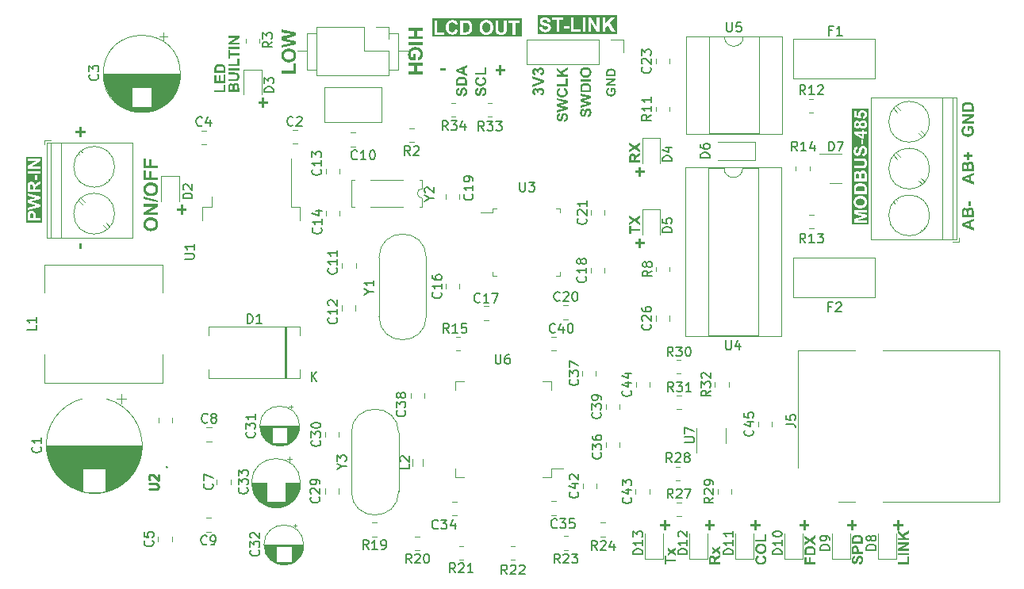
<source format=gbr>
%TF.GenerationSoftware,KiCad,Pcbnew,7.0.10*%
%TF.CreationDate,2024-03-15T07:12:17+07:00*%
%TF.ProjectId,Oxygen Monitoring,4f787967-656e-4204-9d6f-6e69746f7269,rev?*%
%TF.SameCoordinates,Original*%
%TF.FileFunction,Legend,Top*%
%TF.FilePolarity,Positive*%
%FSLAX46Y46*%
G04 Gerber Fmt 4.6, Leading zero omitted, Abs format (unit mm)*
G04 Created by KiCad (PCBNEW 7.0.10) date 2024-03-15 07:12:17*
%MOMM*%
%LPD*%
G01*
G04 APERTURE LIST*
%ADD10C,0.287500*%
%ADD11C,0.100000*%
%ADD12C,0.300000*%
%ADD13C,0.250000*%
%ADD14C,0.150000*%
%ADD15C,0.120000*%
%ADD16C,0.140000*%
G04 APERTURE END LIST*
D10*
G36*
X66457821Y-32561635D02*
G01*
X66472561Y-32562605D01*
X66487227Y-32564222D01*
X66501820Y-32566486D01*
X66516338Y-32569396D01*
X66530782Y-32572954D01*
X66545152Y-32577158D01*
X66559448Y-32582009D01*
X66573670Y-32587506D01*
X66587818Y-32593651D01*
X66597209Y-32598107D01*
X66610954Y-32605240D01*
X66624170Y-32612843D01*
X66636858Y-32620915D01*
X66649018Y-32629455D01*
X66660649Y-32638465D01*
X66671753Y-32647944D01*
X66682328Y-32657892D01*
X66692374Y-32668309D01*
X66701893Y-32679195D01*
X66710883Y-32690550D01*
X66716583Y-32698381D01*
X66724655Y-32710544D01*
X66732125Y-32723232D01*
X66738993Y-32736442D01*
X66745259Y-32750176D01*
X66750922Y-32764434D01*
X66755982Y-32779215D01*
X66760441Y-32794519D01*
X66764297Y-32810346D01*
X66767551Y-32826697D01*
X66769385Y-32837888D01*
X66770952Y-32849312D01*
X66771635Y-32855111D01*
X66772754Y-32867517D01*
X66773794Y-32882826D01*
X66774444Y-32894645D01*
X66775058Y-32907754D01*
X66775637Y-32922154D01*
X66776182Y-32937843D01*
X66776691Y-32954823D01*
X66777165Y-32973094D01*
X66777604Y-32992654D01*
X66778007Y-33013505D01*
X66778376Y-33035646D01*
X66778547Y-33047201D01*
X66778710Y-33059078D01*
X66778863Y-33071277D01*
X66779008Y-33083800D01*
X66779144Y-33096644D01*
X66779271Y-33109812D01*
X66779390Y-33123301D01*
X66779500Y-33137114D01*
X66779500Y-33531468D01*
X65611042Y-33531468D01*
X65611042Y-33297777D01*
X65808781Y-33297777D01*
X66078425Y-33297777D01*
X66276164Y-33297777D01*
X66581760Y-33297777D01*
X66581760Y-33081219D01*
X66581733Y-33065780D01*
X66581651Y-33051064D01*
X66581514Y-33037069D01*
X66581322Y-33023797D01*
X66581075Y-33011246D01*
X66580773Y-32999417D01*
X66580218Y-32983028D01*
X66579539Y-32968263D01*
X66578736Y-32955122D01*
X66577811Y-32943606D01*
X66576384Y-32930777D01*
X66574739Y-32920837D01*
X66572000Y-32908083D01*
X66568419Y-32895944D01*
X66563995Y-32884419D01*
X66558728Y-32873509D01*
X66552619Y-32863213D01*
X66545668Y-32853531D01*
X66537873Y-32844464D01*
X66529236Y-32836011D01*
X66519792Y-32828309D01*
X66509575Y-32821634D01*
X66498585Y-32815986D01*
X66486823Y-32811364D01*
X66474289Y-32807770D01*
X66460982Y-32805202D01*
X66446903Y-32803662D01*
X66432052Y-32803148D01*
X66419447Y-32803543D01*
X66407334Y-32804728D01*
X66395713Y-32806703D01*
X66384583Y-32809468D01*
X66371362Y-32814035D01*
X66358909Y-32819837D01*
X66347224Y-32826872D01*
X66344979Y-32828428D01*
X66334224Y-32836876D01*
X66324429Y-32846421D01*
X66315594Y-32857064D01*
X66309217Y-32866368D01*
X66303455Y-32876375D01*
X66298307Y-32887083D01*
X66293773Y-32898494D01*
X66292736Y-32901456D01*
X66288852Y-32915145D01*
X66286279Y-32927709D01*
X66283997Y-32942244D01*
X66282006Y-32958749D01*
X66280841Y-32970846D01*
X66279805Y-32983819D01*
X66278899Y-32997668D01*
X66278122Y-33012392D01*
X66277475Y-33027992D01*
X66276957Y-33044467D01*
X66276568Y-33061818D01*
X66276309Y-33080045D01*
X66276180Y-33099147D01*
X66276164Y-33109026D01*
X66276164Y-33297777D01*
X66078425Y-33297777D01*
X66078425Y-33144417D01*
X66078409Y-33127757D01*
X66078363Y-33111905D01*
X66078287Y-33096860D01*
X66078179Y-33082623D01*
X66078041Y-33069194D01*
X66077872Y-33056572D01*
X66077672Y-33044757D01*
X66077315Y-33028550D01*
X66076889Y-33014159D01*
X66076393Y-33001585D01*
X66075625Y-32987647D01*
X66074493Y-32974766D01*
X66072241Y-32960142D01*
X66069138Y-32946327D01*
X66065184Y-32933318D01*
X66060378Y-32921118D01*
X66054721Y-32909725D01*
X66048213Y-32899139D01*
X66040853Y-32889361D01*
X66032642Y-32880390D01*
X66023662Y-32872293D01*
X66013998Y-32865275D01*
X66003650Y-32859338D01*
X65992616Y-32854479D01*
X65980898Y-32850700D01*
X65968496Y-32848001D01*
X65955408Y-32846382D01*
X65941637Y-32845842D01*
X65928405Y-32846307D01*
X65915813Y-32847703D01*
X65903863Y-32850029D01*
X65892553Y-32853285D01*
X65881884Y-32857472D01*
X65871856Y-32862590D01*
X65860221Y-32870295D01*
X65853721Y-32875615D01*
X65843833Y-32885538D01*
X65836851Y-32894493D01*
X65830693Y-32904353D01*
X65825361Y-32915116D01*
X65820854Y-32926783D01*
X65817171Y-32939355D01*
X65814314Y-32952831D01*
X65812713Y-32963531D01*
X65811580Y-32977596D01*
X65810993Y-32989091D01*
X65810474Y-33002876D01*
X65810025Y-33018952D01*
X65809764Y-33030942D01*
X65809533Y-33043950D01*
X65809334Y-33057976D01*
X65809165Y-33073021D01*
X65809026Y-33089084D01*
X65808919Y-33106165D01*
X65808842Y-33124264D01*
X65808796Y-33143381D01*
X65808781Y-33163517D01*
X65808781Y-33297777D01*
X65611042Y-33297777D01*
X65611042Y-33068579D01*
X65611088Y-33051684D01*
X65611226Y-33035335D01*
X65611456Y-33019532D01*
X65611779Y-33004276D01*
X65612194Y-32989566D01*
X65612701Y-32975402D01*
X65613300Y-32961785D01*
X65613991Y-32948714D01*
X65614774Y-32936190D01*
X65615650Y-32924212D01*
X65616618Y-32912780D01*
X65618242Y-32896657D01*
X65620074Y-32881764D01*
X65622113Y-32868100D01*
X65622839Y-32863818D01*
X65625223Y-32851252D01*
X65628056Y-32838938D01*
X65631338Y-32826875D01*
X65635070Y-32815064D01*
X65639251Y-32803505D01*
X65643882Y-32792197D01*
X65648961Y-32781142D01*
X65654490Y-32770338D01*
X65660469Y-32759786D01*
X65666896Y-32749486D01*
X65671431Y-32742759D01*
X65678547Y-32732911D01*
X65686098Y-32723379D01*
X65694083Y-32714162D01*
X65702503Y-32705262D01*
X65711357Y-32696678D01*
X65720646Y-32688409D01*
X65730369Y-32680457D01*
X65740527Y-32672821D01*
X65751119Y-32665500D01*
X65762146Y-32658496D01*
X65769739Y-32654002D01*
X65781353Y-32647627D01*
X65793234Y-32641879D01*
X65805381Y-32636758D01*
X65817795Y-32632264D01*
X65830476Y-32628397D01*
X65843423Y-32625158D01*
X65856637Y-32622545D01*
X65870118Y-32620559D01*
X65883865Y-32619201D01*
X65897879Y-32618469D01*
X65907369Y-32618330D01*
X65922734Y-32618715D01*
X65937862Y-32619870D01*
X65952753Y-32621796D01*
X65967407Y-32624492D01*
X65981824Y-32627958D01*
X65996004Y-32632194D01*
X66009947Y-32637200D01*
X66023653Y-32642977D01*
X66037122Y-32649524D01*
X66050354Y-32656841D01*
X66059044Y-32662147D01*
X66071696Y-32670637D01*
X66083741Y-32679675D01*
X66095178Y-32689260D01*
X66106008Y-32699394D01*
X66116231Y-32710076D01*
X66125846Y-32721306D01*
X66134854Y-32733084D01*
X66143255Y-32745410D01*
X66151049Y-32758284D01*
X66158235Y-32771706D01*
X66162689Y-32780959D01*
X66166721Y-32767915D01*
X66171093Y-32755254D01*
X66175805Y-32742978D01*
X66180858Y-32731085D01*
X66186251Y-32719577D01*
X66191983Y-32708453D01*
X66198056Y-32697712D01*
X66204469Y-32687356D01*
X66211223Y-32677384D01*
X66218316Y-32667795D01*
X66225749Y-32658591D01*
X66233523Y-32649771D01*
X66241637Y-32641335D01*
X66250090Y-32633282D01*
X66258884Y-32625614D01*
X66268018Y-32618330D01*
X66277425Y-32611425D01*
X66287035Y-32604966D01*
X66296849Y-32598953D01*
X66306867Y-32593384D01*
X66317090Y-32588262D01*
X66327516Y-32583584D01*
X66338147Y-32579352D01*
X66348982Y-32575566D01*
X66360021Y-32572225D01*
X66371263Y-32569330D01*
X66382710Y-32566880D01*
X66394361Y-32564875D01*
X66406216Y-32563316D01*
X66418276Y-32562202D01*
X66430539Y-32561534D01*
X66443006Y-32561311D01*
X66457821Y-32561635D01*
G37*
G36*
X65611042Y-32372280D02*
G01*
X65611042Y-32138307D01*
X66245267Y-32138307D01*
X66263706Y-32138273D01*
X66281316Y-32138171D01*
X66298097Y-32138001D01*
X66314047Y-32137763D01*
X66329169Y-32137457D01*
X66343461Y-32137083D01*
X66356923Y-32136641D01*
X66369556Y-32136130D01*
X66381360Y-32135552D01*
X66397510Y-32134557D01*
X66411793Y-32133409D01*
X66424211Y-32132108D01*
X66437864Y-32130136D01*
X66440759Y-32129600D01*
X66453992Y-32126443D01*
X66466726Y-32122556D01*
X66478962Y-32117938D01*
X66490699Y-32112589D01*
X66501937Y-32106510D01*
X66512676Y-32099700D01*
X66522917Y-32092159D01*
X66532659Y-32083887D01*
X66541903Y-32074884D01*
X66550648Y-32065151D01*
X66556200Y-32058257D01*
X66563981Y-32047258D01*
X66570996Y-32035538D01*
X66577246Y-32023098D01*
X66582730Y-32009937D01*
X66587450Y-31996055D01*
X66591404Y-31981452D01*
X66594592Y-31966128D01*
X66597016Y-31950083D01*
X66598674Y-31933317D01*
X66599354Y-31921740D01*
X66599694Y-31909842D01*
X66599737Y-31903773D01*
X66599577Y-31891501D01*
X66599096Y-31879613D01*
X66598295Y-31868109D01*
X66596493Y-31851573D01*
X66593970Y-31835901D01*
X66590726Y-31821093D01*
X66586761Y-31807149D01*
X66582076Y-31794070D01*
X66576670Y-31781854D01*
X66570542Y-31770502D01*
X66563694Y-31760014D01*
X66558728Y-31753503D01*
X66550824Y-31744378D01*
X66542593Y-31735965D01*
X66534037Y-31728263D01*
X66525155Y-31721272D01*
X66512805Y-31713056D01*
X66499875Y-31706104D01*
X66486367Y-31700416D01*
X66472279Y-31695993D01*
X66457612Y-31692833D01*
X66445698Y-31690975D01*
X66432392Y-31689301D01*
X66417694Y-31687809D01*
X66401603Y-31686500D01*
X66390102Y-31685728D01*
X66377983Y-31685038D01*
X66365244Y-31684429D01*
X66351887Y-31683902D01*
X66337911Y-31683455D01*
X66323316Y-31683090D01*
X66308103Y-31682806D01*
X66292271Y-31682603D01*
X66275819Y-31682481D01*
X66258749Y-31682440D01*
X65611042Y-31682440D01*
X65611042Y-31448749D01*
X66223639Y-31448749D01*
X66236650Y-31448767D01*
X66249420Y-31448823D01*
X66261949Y-31448916D01*
X66274237Y-31449047D01*
X66286285Y-31449215D01*
X66298091Y-31449420D01*
X66309657Y-31449663D01*
X66320982Y-31449942D01*
X66342909Y-31450614D01*
X66363873Y-31451435D01*
X66383873Y-31452404D01*
X66402911Y-31453524D01*
X66420985Y-31454792D01*
X66438095Y-31456209D01*
X66454242Y-31457776D01*
X66469426Y-31459492D01*
X66483647Y-31461357D01*
X66496904Y-31463372D01*
X66509198Y-31465536D01*
X66520529Y-31467848D01*
X66536565Y-31471661D01*
X66552128Y-31476041D01*
X66567216Y-31480989D01*
X66581831Y-31486505D01*
X66595971Y-31492589D01*
X66609638Y-31499240D01*
X66622830Y-31506459D01*
X66635549Y-31514246D01*
X66647793Y-31522601D01*
X66659564Y-31531524D01*
X66667148Y-31537787D01*
X66678100Y-31547623D01*
X66688628Y-31558067D01*
X66698732Y-31569117D01*
X66708411Y-31580775D01*
X66717665Y-31593040D01*
X66726495Y-31605913D01*
X66734899Y-31619392D01*
X66742880Y-31633479D01*
X66750436Y-31648174D01*
X66757567Y-31663475D01*
X66762085Y-31674014D01*
X66766371Y-31684857D01*
X66770380Y-31696111D01*
X66774112Y-31707775D01*
X66777568Y-31719850D01*
X66780748Y-31732335D01*
X66783651Y-31745230D01*
X66786278Y-31758535D01*
X66788628Y-31772251D01*
X66790702Y-31786378D01*
X66792499Y-31800914D01*
X66794020Y-31815861D01*
X66795264Y-31831218D01*
X66796232Y-31846986D01*
X66796923Y-31863164D01*
X66797338Y-31879752D01*
X66797476Y-31896751D01*
X66797325Y-31917154D01*
X66796875Y-31936934D01*
X66796123Y-31956091D01*
X66795071Y-31974625D01*
X66793718Y-31992535D01*
X66792064Y-32009823D01*
X66790110Y-32026487D01*
X66787856Y-32042527D01*
X66785300Y-32057945D01*
X66782444Y-32072739D01*
X66779288Y-32086911D01*
X66775831Y-32100459D01*
X66772073Y-32113384D01*
X66768014Y-32125685D01*
X66763655Y-32137364D01*
X66758995Y-32148419D01*
X66754061Y-32158987D01*
X66748949Y-32169274D01*
X66743660Y-32179281D01*
X66735392Y-32193763D01*
X66726725Y-32207614D01*
X66717658Y-32220833D01*
X66708190Y-32233420D01*
X66698323Y-32245375D01*
X66688056Y-32256698D01*
X66677389Y-32267389D01*
X66666322Y-32277448D01*
X66658721Y-32283803D01*
X66647083Y-32292826D01*
X66635342Y-32301251D01*
X66623496Y-32309079D01*
X66611547Y-32316310D01*
X66599494Y-32322943D01*
X66587337Y-32328979D01*
X66575077Y-32334418D01*
X66562713Y-32339259D01*
X66550246Y-32343502D01*
X66537675Y-32347149D01*
X66529236Y-32349248D01*
X66516329Y-32352037D01*
X66502675Y-32354646D01*
X66488276Y-32357075D01*
X66473130Y-32359324D01*
X66457239Y-32361393D01*
X66440601Y-32363283D01*
X66423217Y-32364992D01*
X66405087Y-32366522D01*
X66386211Y-32367871D01*
X66366589Y-32369041D01*
X66346221Y-32370030D01*
X66325107Y-32370840D01*
X66303247Y-32371470D01*
X66280640Y-32371920D01*
X66269057Y-32372077D01*
X66257288Y-32372190D01*
X66245332Y-32372257D01*
X66233189Y-32372280D01*
X65611042Y-32372280D01*
G37*
G36*
X66779500Y-31215900D02*
G01*
X65611042Y-31215900D01*
X65611042Y-30982208D01*
X66779500Y-30982208D01*
X66779500Y-31215900D01*
G37*
G36*
X66779500Y-30755258D02*
G01*
X65611042Y-30755258D01*
X65611042Y-30521566D01*
X66581760Y-30521566D01*
X66581760Y-29940146D01*
X66779500Y-29940146D01*
X66779500Y-30755258D01*
G37*
G36*
X66779500Y-29637077D02*
G01*
X65808781Y-29637077D01*
X65808781Y-29980593D01*
X65611042Y-29980593D01*
X65611042Y-29060432D01*
X65808781Y-29060432D01*
X65808781Y-29403105D01*
X66779500Y-29403105D01*
X66779500Y-29637077D01*
G37*
G36*
X66779500Y-28921678D02*
G01*
X65611042Y-28921678D01*
X65611042Y-28687986D01*
X66779500Y-28687986D01*
X66779500Y-28921678D01*
G37*
G36*
X66779500Y-28464968D02*
G01*
X65611042Y-28464968D01*
X65611042Y-28237456D01*
X66400593Y-27763613D01*
X65611042Y-27763613D01*
X65611042Y-27546493D01*
X66779500Y-27546493D01*
X66779500Y-27781027D01*
X66001745Y-28247848D01*
X66779500Y-28247848D01*
X66779500Y-28464968D01*
G37*
D11*
X74000000Y-29130800D02*
X73000000Y-29130800D01*
X74000000Y-27230800D02*
X74000000Y-31130800D01*
X82750000Y-27250000D02*
X83750000Y-27250000D01*
X83750000Y-29150000D02*
X84750000Y-29150000D01*
X82750000Y-31150000D02*
X83750000Y-31150000D01*
X75000000Y-27230800D02*
X74000000Y-27230800D01*
X75000000Y-31130800D02*
X74000000Y-31130800D01*
X83750000Y-31150000D02*
X83750000Y-27250000D01*
D12*
G36*
X110083974Y-42197765D02*
G01*
X109685369Y-42197765D01*
X109685369Y-42593438D01*
X109427449Y-42593438D01*
X109427449Y-42197765D01*
X109028845Y-42197765D01*
X109028845Y-41933983D01*
X109427449Y-41933983D01*
X109427449Y-41537210D01*
X109685369Y-41537210D01*
X109685369Y-41933983D01*
X110083974Y-41933983D01*
X110083974Y-42197765D01*
G37*
G36*
X127633974Y-79916765D02*
G01*
X127235369Y-79916765D01*
X127235369Y-80312438D01*
X126977449Y-80312438D01*
X126977449Y-79916765D01*
X126578845Y-79916765D01*
X126578845Y-79652983D01*
X126977449Y-79652983D01*
X126977449Y-79256210D01*
X127235369Y-79256210D01*
X127235369Y-79652983D01*
X127633974Y-79652983D01*
X127633974Y-79916765D01*
G37*
G36*
X117533974Y-79916765D02*
G01*
X117135369Y-79916765D01*
X117135369Y-80312438D01*
X116877449Y-80312438D01*
X116877449Y-79916765D01*
X116478845Y-79916765D01*
X116478845Y-79652983D01*
X116877449Y-79652983D01*
X116877449Y-79256210D01*
X117135369Y-79256210D01*
X117135369Y-79652983D01*
X117533974Y-79652983D01*
X117533974Y-79916765D01*
G37*
D13*
G36*
X98980136Y-33903749D02*
G01*
X98949911Y-33670191D01*
X98967322Y-33667743D01*
X98983950Y-33664635D01*
X98999794Y-33660867D01*
X99014855Y-33656438D01*
X99029132Y-33651350D01*
X99042625Y-33645601D01*
X99055335Y-33639193D01*
X99067262Y-33632124D01*
X99078405Y-33624395D01*
X99088764Y-33616006D01*
X99095235Y-33610047D01*
X99104183Y-33600705D01*
X99112251Y-33590999D01*
X99119439Y-33580927D01*
X99127654Y-33566931D01*
X99134304Y-33552286D01*
X99139389Y-33536992D01*
X99142176Y-33525096D01*
X99144083Y-33512835D01*
X99145110Y-33500209D01*
X99145305Y-33491589D01*
X99144803Y-33477828D01*
X99143298Y-33464480D01*
X99140789Y-33451545D01*
X99137277Y-33439024D01*
X99132761Y-33426916D01*
X99127241Y-33415221D01*
X99120718Y-33403940D01*
X99113191Y-33393071D01*
X99104661Y-33382616D01*
X99095127Y-33372574D01*
X99088213Y-33366109D01*
X99077157Y-33356943D01*
X99065398Y-33348678D01*
X99052936Y-33341315D01*
X99039770Y-33334854D01*
X99025902Y-33329294D01*
X99011331Y-33324635D01*
X98996056Y-33320879D01*
X98980079Y-33318024D01*
X98963398Y-33316070D01*
X98946015Y-33315018D01*
X98934035Y-33314818D01*
X98917195Y-33315250D01*
X98901019Y-33316546D01*
X98885510Y-33318706D01*
X98870666Y-33321730D01*
X98856487Y-33325618D01*
X98842974Y-33330371D01*
X98830126Y-33335987D01*
X98817943Y-33342467D01*
X98806427Y-33349811D01*
X98795575Y-33358020D01*
X98788711Y-33363972D01*
X98779108Y-33373319D01*
X98770450Y-33383041D01*
X98762736Y-33393140D01*
X98755967Y-33403614D01*
X98750142Y-33414463D01*
X98745262Y-33425689D01*
X98741327Y-33437290D01*
X98738336Y-33449266D01*
X98736289Y-33461618D01*
X98735187Y-33474346D01*
X98734977Y-33483040D01*
X98735417Y-33497982D01*
X98736402Y-33510569D01*
X98737950Y-33523718D01*
X98740061Y-33537431D01*
X98742735Y-33551706D01*
X98745971Y-33566544D01*
X98749771Y-33581945D01*
X98752990Y-33593866D01*
X98559122Y-33567304D01*
X98559199Y-33549339D01*
X98558514Y-33532195D01*
X98557067Y-33515873D01*
X98554858Y-33500371D01*
X98551886Y-33485691D01*
X98548153Y-33471831D01*
X98543657Y-33458793D01*
X98538400Y-33446576D01*
X98532380Y-33435180D01*
X98525599Y-33424605D01*
X98520654Y-33418011D01*
X98510007Y-33405918D01*
X98498520Y-33395437D01*
X98486193Y-33386569D01*
X98473027Y-33379313D01*
X98459021Y-33373670D01*
X98444176Y-33369639D01*
X98428491Y-33367221D01*
X98416176Y-33366465D01*
X98411966Y-33366414D01*
X98397908Y-33367006D01*
X98384584Y-33368780D01*
X98371995Y-33371738D01*
X98360141Y-33375879D01*
X98349021Y-33381203D01*
X98338636Y-33387709D01*
X98328986Y-33395399D01*
X98320070Y-33404272D01*
X98311984Y-33414056D01*
X98304976Y-33424632D01*
X98299047Y-33436000D01*
X98294195Y-33448159D01*
X98290422Y-33461111D01*
X98287727Y-33474854D01*
X98286109Y-33489390D01*
X98285570Y-33504717D01*
X98286195Y-33519858D01*
X98288070Y-33534446D01*
X98291195Y-33548480D01*
X98295569Y-33561961D01*
X98301193Y-33574889D01*
X98308067Y-33587263D01*
X98316191Y-33599084D01*
X98325565Y-33610352D01*
X98336065Y-33620732D01*
X98347719Y-33630044D01*
X98360527Y-33638287D01*
X98374490Y-33645462D01*
X98389607Y-33651568D01*
X98401703Y-33655446D01*
X98414448Y-33658723D01*
X98427842Y-33661400D01*
X98441886Y-33663475D01*
X98406776Y-33885736D01*
X98392381Y-33882744D01*
X98378354Y-33879568D01*
X98364694Y-33876208D01*
X98351401Y-33872665D01*
X98338476Y-33868938D01*
X98325918Y-33865028D01*
X98313727Y-33860933D01*
X98301904Y-33856656D01*
X98290448Y-33852194D01*
X98273953Y-33845157D01*
X98258284Y-33837708D01*
X98243441Y-33829845D01*
X98229426Y-33821568D01*
X98220541Y-33815821D01*
X98207695Y-33806738D01*
X98195375Y-33797006D01*
X98183581Y-33786624D01*
X98172312Y-33775593D01*
X98161570Y-33763912D01*
X98151354Y-33751582D01*
X98141663Y-33738603D01*
X98132499Y-33724974D01*
X98123860Y-33710696D01*
X98115748Y-33695769D01*
X98110631Y-33685457D01*
X98103484Y-33669540D01*
X98097039Y-33653274D01*
X98091298Y-33636660D01*
X98086260Y-33619697D01*
X98081924Y-33602385D01*
X98078292Y-33584724D01*
X98075363Y-33566715D01*
X98073800Y-33554514D01*
X98072551Y-33542159D01*
X98071613Y-33529649D01*
X98070988Y-33516984D01*
X98070676Y-33504163D01*
X98070637Y-33497695D01*
X98071070Y-33475760D01*
X98072368Y-33454375D01*
X98074533Y-33433542D01*
X98077563Y-33413259D01*
X98081459Y-33393528D01*
X98086221Y-33374347D01*
X98091849Y-33355718D01*
X98098343Y-33337640D01*
X98105702Y-33320112D01*
X98113928Y-33303135D01*
X98123019Y-33286710D01*
X98132976Y-33270835D01*
X98143799Y-33255512D01*
X98155487Y-33240739D01*
X98168042Y-33226517D01*
X98181462Y-33212847D01*
X98192889Y-33202125D01*
X98204503Y-33192096D01*
X98216302Y-33182758D01*
X98228288Y-33174111D01*
X98240459Y-33166157D01*
X98252817Y-33158894D01*
X98265361Y-33152323D01*
X98278090Y-33146443D01*
X98291006Y-33141255D01*
X98304108Y-33136759D01*
X98317396Y-33132955D01*
X98330870Y-33129842D01*
X98344530Y-33127421D01*
X98358376Y-33125692D01*
X98372408Y-33124654D01*
X98386626Y-33124309D01*
X98406634Y-33125016D01*
X98426129Y-33127137D01*
X98445112Y-33130674D01*
X98463581Y-33135624D01*
X98481538Y-33141989D01*
X98498982Y-33149768D01*
X98515914Y-33158962D01*
X98532332Y-33169570D01*
X98548238Y-33181592D01*
X98563630Y-33195029D01*
X98578510Y-33209881D01*
X98592878Y-33226146D01*
X98606732Y-33243827D01*
X98620073Y-33262921D01*
X98632902Y-33283430D01*
X98639124Y-33294215D01*
X98645218Y-33305354D01*
X98648425Y-33292013D01*
X98652092Y-33279012D01*
X98656220Y-33266349D01*
X98660808Y-33254024D01*
X98665856Y-33242039D01*
X98671364Y-33230392D01*
X98677333Y-33219084D01*
X98683763Y-33208114D01*
X98690652Y-33197484D01*
X98698002Y-33187192D01*
X98705812Y-33177238D01*
X98714083Y-33167624D01*
X98722814Y-33158348D01*
X98732005Y-33149410D01*
X98741657Y-33140812D01*
X98751769Y-33132552D01*
X98762208Y-33124677D01*
X98772916Y-33117311D01*
X98783894Y-33110452D01*
X98795141Y-33104101D01*
X98806658Y-33098259D01*
X98818444Y-33092924D01*
X98830500Y-33088098D01*
X98842826Y-33083780D01*
X98855421Y-33079969D01*
X98868285Y-33076667D01*
X98881419Y-33073873D01*
X98894823Y-33071587D01*
X98908496Y-33069808D01*
X98922438Y-33068538D01*
X98936651Y-33067776D01*
X98951132Y-33067522D01*
X98972155Y-33067996D01*
X98992787Y-33069416D01*
X99013028Y-33071783D01*
X99032877Y-33075098D01*
X99052336Y-33079359D01*
X99071403Y-33084567D01*
X99090079Y-33090722D01*
X99108363Y-33097824D01*
X99126257Y-33105872D01*
X99143760Y-33114868D01*
X99160871Y-33124811D01*
X99177591Y-33135700D01*
X99193920Y-33147537D01*
X99209858Y-33160320D01*
X99225404Y-33174050D01*
X99240560Y-33188728D01*
X99255052Y-33204073D01*
X99268610Y-33219883D01*
X99281232Y-33236158D01*
X99292919Y-33252899D01*
X99303672Y-33270104D01*
X99313489Y-33287775D01*
X99322372Y-33305911D01*
X99330319Y-33324511D01*
X99337332Y-33343577D01*
X99343409Y-33363108D01*
X99348552Y-33383105D01*
X99352759Y-33403566D01*
X99356031Y-33424492D01*
X99358369Y-33445884D01*
X99359771Y-33467741D01*
X99360239Y-33490062D01*
X99359829Y-33511169D01*
X99358598Y-33531822D01*
X99356547Y-33552022D01*
X99353675Y-33571769D01*
X99349983Y-33591063D01*
X99345470Y-33609903D01*
X99340137Y-33628291D01*
X99333983Y-33646225D01*
X99327009Y-33663706D01*
X99319214Y-33680734D01*
X99310598Y-33697309D01*
X99301163Y-33713430D01*
X99290906Y-33729098D01*
X99279830Y-33744313D01*
X99267932Y-33759075D01*
X99255215Y-33773384D01*
X99241797Y-33787059D01*
X99227876Y-33799998D01*
X99213451Y-33812199D01*
X99198523Y-33823664D01*
X99183093Y-33834391D01*
X99167158Y-33844381D01*
X99150721Y-33853635D01*
X99133780Y-33862151D01*
X99116336Y-33869930D01*
X99098389Y-33876973D01*
X99079938Y-33883278D01*
X99060984Y-33888846D01*
X99041527Y-33893677D01*
X99021567Y-33897771D01*
X99001103Y-33901129D01*
X98980136Y-33903749D01*
G37*
G36*
X99340700Y-32547590D02*
G01*
X98070637Y-32997608D01*
X98070637Y-32721919D01*
X99008529Y-32403487D01*
X98070637Y-32095130D01*
X98070637Y-31825547D01*
X99340700Y-32276175D01*
X99340700Y-32547590D01*
G37*
G36*
X98980136Y-31764181D02*
G01*
X98949911Y-31530624D01*
X98967322Y-31528176D01*
X98983950Y-31525068D01*
X98999794Y-31521299D01*
X99014855Y-31516871D01*
X99029132Y-31511783D01*
X99042625Y-31506034D01*
X99055335Y-31499625D01*
X99067262Y-31492557D01*
X99078405Y-31484828D01*
X99088764Y-31476439D01*
X99095235Y-31470479D01*
X99104183Y-31461138D01*
X99112251Y-31451431D01*
X99119439Y-31441360D01*
X99127654Y-31427363D01*
X99134304Y-31412718D01*
X99139389Y-31397425D01*
X99142176Y-31385529D01*
X99144083Y-31373268D01*
X99145110Y-31360642D01*
X99145305Y-31352021D01*
X99144803Y-31338260D01*
X99143298Y-31324913D01*
X99140789Y-31311978D01*
X99137277Y-31299457D01*
X99132761Y-31287349D01*
X99127241Y-31275654D01*
X99120718Y-31264372D01*
X99113191Y-31253504D01*
X99104661Y-31243049D01*
X99095127Y-31233007D01*
X99088213Y-31226542D01*
X99077157Y-31217375D01*
X99065398Y-31209111D01*
X99052936Y-31201748D01*
X99039770Y-31195286D01*
X99025902Y-31189726D01*
X99011331Y-31185068D01*
X98996056Y-31181311D01*
X98980079Y-31178456D01*
X98963398Y-31176503D01*
X98946015Y-31175451D01*
X98934035Y-31175251D01*
X98917195Y-31175683D01*
X98901019Y-31176979D01*
X98885510Y-31179139D01*
X98870666Y-31182163D01*
X98856487Y-31186051D01*
X98842974Y-31190803D01*
X98830126Y-31196420D01*
X98817943Y-31202900D01*
X98806427Y-31210244D01*
X98795575Y-31218452D01*
X98788711Y-31224405D01*
X98779108Y-31233752D01*
X98770450Y-31243474D01*
X98762736Y-31253572D01*
X98755967Y-31264046D01*
X98750142Y-31274896D01*
X98745262Y-31286121D01*
X98741327Y-31297722D01*
X98738336Y-31309699D01*
X98736289Y-31322051D01*
X98735187Y-31334779D01*
X98734977Y-31343473D01*
X98735417Y-31358415D01*
X98736402Y-31371001D01*
X98737950Y-31384151D01*
X98740061Y-31397863D01*
X98742735Y-31412139D01*
X98745971Y-31426977D01*
X98749771Y-31442378D01*
X98752990Y-31454298D01*
X98559122Y-31427737D01*
X98559199Y-31409772D01*
X98558514Y-31392628D01*
X98557067Y-31376305D01*
X98554858Y-31360804D01*
X98551886Y-31346123D01*
X98548153Y-31332264D01*
X98543657Y-31319225D01*
X98538400Y-31307008D01*
X98532380Y-31295612D01*
X98525599Y-31285037D01*
X98520654Y-31278443D01*
X98510007Y-31266350D01*
X98498520Y-31255870D01*
X98486193Y-31247002D01*
X98473027Y-31239746D01*
X98459021Y-31234103D01*
X98444176Y-31230072D01*
X98428491Y-31227653D01*
X98416176Y-31226897D01*
X98411966Y-31226847D01*
X98397908Y-31227439D01*
X98384584Y-31229213D01*
X98371995Y-31232171D01*
X98360141Y-31236311D01*
X98349021Y-31241635D01*
X98338636Y-31248142D01*
X98328986Y-31255832D01*
X98320070Y-31264705D01*
X98311984Y-31274489D01*
X98304976Y-31285065D01*
X98299047Y-31296432D01*
X98294195Y-31308592D01*
X98290422Y-31321544D01*
X98287727Y-31335287D01*
X98286109Y-31349822D01*
X98285570Y-31365150D01*
X98286195Y-31380291D01*
X98288070Y-31394878D01*
X98291195Y-31408913D01*
X98295569Y-31422394D01*
X98301193Y-31435322D01*
X98308067Y-31447696D01*
X98316191Y-31459517D01*
X98325565Y-31470785D01*
X98336065Y-31481165D01*
X98347719Y-31490477D01*
X98360527Y-31498720D01*
X98374490Y-31505894D01*
X98389607Y-31512001D01*
X98401703Y-31515879D01*
X98414448Y-31519156D01*
X98427842Y-31521832D01*
X98441886Y-31523907D01*
X98406776Y-31746168D01*
X98392381Y-31743176D01*
X98378354Y-31740000D01*
X98364694Y-31736641D01*
X98351401Y-31733098D01*
X98338476Y-31729371D01*
X98325918Y-31725460D01*
X98313727Y-31721366D01*
X98301904Y-31717088D01*
X98290448Y-31712627D01*
X98273953Y-31705590D01*
X98258284Y-31698140D01*
X98243441Y-31690277D01*
X98229426Y-31682001D01*
X98220541Y-31676254D01*
X98207695Y-31667171D01*
X98195375Y-31657438D01*
X98183581Y-31647057D01*
X98172312Y-31636025D01*
X98161570Y-31624345D01*
X98151354Y-31612015D01*
X98141663Y-31599036D01*
X98132499Y-31585407D01*
X98123860Y-31571129D01*
X98115748Y-31556202D01*
X98110631Y-31545889D01*
X98103484Y-31529973D01*
X98097039Y-31513707D01*
X98091298Y-31497093D01*
X98086260Y-31480130D01*
X98081924Y-31462818D01*
X98078292Y-31445157D01*
X98075363Y-31427147D01*
X98073800Y-31414947D01*
X98072551Y-31402592D01*
X98071613Y-31390082D01*
X98070988Y-31377416D01*
X98070676Y-31364596D01*
X98070637Y-31358128D01*
X98071070Y-31336192D01*
X98072368Y-31314808D01*
X98074533Y-31293974D01*
X98077563Y-31273692D01*
X98081459Y-31253961D01*
X98086221Y-31234780D01*
X98091849Y-31216151D01*
X98098343Y-31198072D01*
X98105702Y-31180545D01*
X98113928Y-31163568D01*
X98123019Y-31147143D01*
X98132976Y-31131268D01*
X98143799Y-31115944D01*
X98155487Y-31101172D01*
X98168042Y-31086950D01*
X98181462Y-31073279D01*
X98192889Y-31062558D01*
X98204503Y-31052528D01*
X98216302Y-31043190D01*
X98228288Y-31034544D01*
X98240459Y-31026589D01*
X98252817Y-31019326D01*
X98265361Y-31012755D01*
X98278090Y-31006876D01*
X98291006Y-31001688D01*
X98304108Y-30997192D01*
X98317396Y-30993388D01*
X98330870Y-30990275D01*
X98344530Y-30987854D01*
X98358376Y-30986125D01*
X98372408Y-30985087D01*
X98386626Y-30984741D01*
X98406634Y-30985449D01*
X98426129Y-30987570D01*
X98445112Y-30991106D01*
X98463581Y-30996057D01*
X98481538Y-31002421D01*
X98498982Y-31010201D01*
X98515914Y-31019394D01*
X98532332Y-31030003D01*
X98548238Y-31042025D01*
X98563630Y-31055462D01*
X98578510Y-31070313D01*
X98592878Y-31086579D01*
X98606732Y-31104259D01*
X98620073Y-31123354D01*
X98632902Y-31143863D01*
X98639124Y-31154648D01*
X98645218Y-31165786D01*
X98648425Y-31152446D01*
X98652092Y-31139444D01*
X98656220Y-31126781D01*
X98660808Y-31114457D01*
X98665856Y-31102472D01*
X98671364Y-31090825D01*
X98677333Y-31079517D01*
X98683763Y-31068547D01*
X98690652Y-31057916D01*
X98698002Y-31047624D01*
X98705812Y-31037671D01*
X98714083Y-31028056D01*
X98722814Y-31018780D01*
X98732005Y-31009843D01*
X98741657Y-31001244D01*
X98751769Y-30992984D01*
X98762208Y-30985110D01*
X98772916Y-30977743D01*
X98783894Y-30970885D01*
X98795141Y-30964534D01*
X98806658Y-30958692D01*
X98818444Y-30953357D01*
X98830500Y-30948531D01*
X98842826Y-30944212D01*
X98855421Y-30940402D01*
X98868285Y-30937100D01*
X98881419Y-30934305D01*
X98894823Y-30932019D01*
X98908496Y-30930241D01*
X98922438Y-30928971D01*
X98936651Y-30928209D01*
X98951132Y-30927955D01*
X98972155Y-30928428D01*
X98992787Y-30929849D01*
X99013028Y-30932216D01*
X99032877Y-30935530D01*
X99052336Y-30939791D01*
X99071403Y-30944999D01*
X99090079Y-30951154D01*
X99108363Y-30958256D01*
X99126257Y-30966305D01*
X99143760Y-30975301D01*
X99160871Y-30985243D01*
X99177591Y-30996133D01*
X99193920Y-31007969D01*
X99209858Y-31020753D01*
X99225404Y-31034483D01*
X99240560Y-31049160D01*
X99255052Y-31064505D01*
X99268610Y-31080316D01*
X99281232Y-31096591D01*
X99292919Y-31113331D01*
X99303672Y-31130537D01*
X99313489Y-31148208D01*
X99322372Y-31166343D01*
X99330319Y-31184944D01*
X99337332Y-31204010D01*
X99343409Y-31223541D01*
X99348552Y-31243537D01*
X99352759Y-31263999D01*
X99356031Y-31284925D01*
X99358369Y-31306317D01*
X99359771Y-31328173D01*
X99360239Y-31350495D01*
X99359829Y-31371601D01*
X99358598Y-31392255D01*
X99356547Y-31412455D01*
X99353675Y-31432202D01*
X99349983Y-31451496D01*
X99345470Y-31470336D01*
X99340137Y-31488724D01*
X99333983Y-31506658D01*
X99327009Y-31524139D01*
X99319214Y-31541167D01*
X99310598Y-31557741D01*
X99301163Y-31573863D01*
X99290906Y-31589531D01*
X99279830Y-31604746D01*
X99267932Y-31619508D01*
X99255215Y-31633817D01*
X99241797Y-31647492D01*
X99227876Y-31660431D01*
X99213451Y-31672632D01*
X99198523Y-31684096D01*
X99183093Y-31694824D01*
X99167158Y-31704814D01*
X99150721Y-31714067D01*
X99133780Y-31722584D01*
X99116336Y-31730363D01*
X99098389Y-31737405D01*
X99079938Y-31743710D01*
X99060984Y-31749279D01*
X99041527Y-31754110D01*
X99021567Y-31758204D01*
X99001103Y-31761561D01*
X98980136Y-31764181D01*
G37*
G36*
X92776998Y-33991577D02*
G01*
X92759021Y-33764064D01*
X92772695Y-33761337D01*
X92785907Y-33758280D01*
X92798658Y-33754894D01*
X92810949Y-33751179D01*
X92822779Y-33747135D01*
X92834148Y-33742761D01*
X92845056Y-33738059D01*
X92855504Y-33733027D01*
X92865490Y-33727666D01*
X92879606Y-33719008D01*
X92892685Y-33709609D01*
X92904727Y-33699469D01*
X92915732Y-33688589D01*
X92922493Y-33680924D01*
X92931830Y-33668742D01*
X92940248Y-33655790D01*
X92947748Y-33642067D01*
X92954329Y-33627575D01*
X92959992Y-33612312D01*
X92964737Y-33596279D01*
X92967390Y-33585162D01*
X92969635Y-33573703D01*
X92971472Y-33561902D01*
X92972900Y-33549758D01*
X92973920Y-33537272D01*
X92974533Y-33524444D01*
X92974737Y-33511273D01*
X92974554Y-33497376D01*
X92974004Y-33483914D01*
X92973088Y-33470886D01*
X92971805Y-33458292D01*
X92970156Y-33446133D01*
X92968140Y-33434409D01*
X92965759Y-33423119D01*
X92961498Y-33406998D01*
X92956414Y-33391855D01*
X92950505Y-33377690D01*
X92943771Y-33364503D01*
X92936213Y-33352293D01*
X92927830Y-33341060D01*
X92918844Y-33330820D01*
X92909582Y-33321587D01*
X92900043Y-33313362D01*
X92890227Y-33306143D01*
X92880135Y-33299932D01*
X92869767Y-33294728D01*
X92859122Y-33290532D01*
X92848201Y-33287342D01*
X92837003Y-33285160D01*
X92825528Y-33283985D01*
X92817725Y-33283761D01*
X92805381Y-33284351D01*
X92793626Y-33286120D01*
X92782460Y-33289068D01*
X92771885Y-33293197D01*
X92761899Y-33298504D01*
X92752503Y-33304991D01*
X92748910Y-33307916D01*
X92740223Y-33316336D01*
X92731892Y-33326497D01*
X92725485Y-33335880D01*
X92719306Y-33346378D01*
X92713354Y-33357991D01*
X92707632Y-33370718D01*
X92702137Y-33384560D01*
X92699475Y-33391899D01*
X92695464Y-33403859D01*
X92691983Y-33414977D01*
X92688097Y-33427936D01*
X92683807Y-33442738D01*
X92680721Y-33453628D01*
X92677456Y-33465337D01*
X92674011Y-33477865D01*
X92670386Y-33491211D01*
X92666581Y-33505376D01*
X92662596Y-33520359D01*
X92658431Y-33536161D01*
X92654086Y-33552781D01*
X92649561Y-33570220D01*
X92647232Y-33579246D01*
X92644209Y-33590881D01*
X92641147Y-33602297D01*
X92638043Y-33613494D01*
X92634899Y-33624472D01*
X92628489Y-33645771D01*
X92621917Y-33666196D01*
X92615183Y-33685744D01*
X92608286Y-33704417D01*
X92601227Y-33722214D01*
X92594005Y-33739136D01*
X92586621Y-33755183D01*
X92579074Y-33770353D01*
X92571366Y-33784649D01*
X92563494Y-33798068D01*
X92555461Y-33810612D01*
X92547265Y-33822281D01*
X92538906Y-33833074D01*
X92530386Y-33842991D01*
X92518142Y-33855916D01*
X92505567Y-33868007D01*
X92492661Y-33879264D01*
X92479424Y-33889688D01*
X92465855Y-33899277D01*
X92451955Y-33908033D01*
X92437723Y-33915954D01*
X92423160Y-33923042D01*
X92408266Y-33929296D01*
X92393040Y-33934716D01*
X92377483Y-33939302D01*
X92361595Y-33943055D01*
X92345375Y-33945973D01*
X92328824Y-33948058D01*
X92311942Y-33949309D01*
X92294728Y-33949726D01*
X92278082Y-33949286D01*
X92261638Y-33947968D01*
X92245397Y-33945771D01*
X92229358Y-33942695D01*
X92213521Y-33938740D01*
X92197887Y-33933906D01*
X92182456Y-33928194D01*
X92167226Y-33921603D01*
X92152200Y-33914132D01*
X92142294Y-33908664D01*
X92132479Y-33902805D01*
X92127605Y-33899729D01*
X92117990Y-33893272D01*
X92108667Y-33886471D01*
X92099637Y-33879325D01*
X92090897Y-33871834D01*
X92082450Y-33863999D01*
X92074295Y-33855820D01*
X92066431Y-33847296D01*
X92058860Y-33838427D01*
X92051580Y-33829214D01*
X92044592Y-33819657D01*
X92037896Y-33809754D01*
X92031491Y-33799508D01*
X92025379Y-33788917D01*
X92019559Y-33777981D01*
X92014030Y-33766701D01*
X92008793Y-33755076D01*
X92003861Y-33743093D01*
X91999247Y-33730807D01*
X91994952Y-33718217D01*
X91990975Y-33705326D01*
X91987316Y-33692131D01*
X91983975Y-33678633D01*
X91980952Y-33664833D01*
X91978247Y-33650730D01*
X91975861Y-33636324D01*
X91973793Y-33621615D01*
X91972043Y-33606603D01*
X91970611Y-33591289D01*
X91969497Y-33575671D01*
X91968702Y-33559751D01*
X91968225Y-33543528D01*
X91968065Y-33527002D01*
X91968161Y-33513485D01*
X91968448Y-33500178D01*
X91968927Y-33487082D01*
X91969597Y-33474197D01*
X91970459Y-33461522D01*
X91971512Y-33449058D01*
X91972756Y-33436805D01*
X91974192Y-33424762D01*
X91975820Y-33412930D01*
X91977638Y-33401309D01*
X91979649Y-33389898D01*
X91981850Y-33378698D01*
X91984244Y-33367709D01*
X91989605Y-33346362D01*
X91995731Y-33325858D01*
X92002624Y-33306196D01*
X92010282Y-33287377D01*
X92018706Y-33269401D01*
X92027896Y-33252267D01*
X92037852Y-33235976D01*
X92048574Y-33220528D01*
X92060061Y-33205922D01*
X92066092Y-33198935D01*
X92078601Y-33185546D01*
X92091622Y-33172976D01*
X92105153Y-33161224D01*
X92119196Y-33150291D01*
X92133750Y-33140176D01*
X92148816Y-33130879D01*
X92164392Y-33122401D01*
X92180480Y-33114742D01*
X92197080Y-33107901D01*
X92214190Y-33101878D01*
X92231812Y-33096674D01*
X92249945Y-33092289D01*
X92268590Y-33088722D01*
X92287746Y-33085974D01*
X92307413Y-33084044D01*
X92327591Y-33082932D01*
X92327591Y-33316905D01*
X92311850Y-33319999D01*
X92296963Y-33323702D01*
X92282930Y-33328011D01*
X92269752Y-33332928D01*
X92257427Y-33338452D01*
X92245957Y-33344583D01*
X92235341Y-33351322D01*
X92225579Y-33358668D01*
X92216671Y-33366621D01*
X92208618Y-33375182D01*
X92203723Y-33381226D01*
X92196947Y-33390929D01*
X92190837Y-33401502D01*
X92185393Y-33412943D01*
X92180616Y-33425254D01*
X92176506Y-33438433D01*
X92173062Y-33452482D01*
X92170285Y-33467399D01*
X92168174Y-33483185D01*
X92166730Y-33499840D01*
X92166138Y-33511427D01*
X92165841Y-33523399D01*
X92165804Y-33529530D01*
X92165965Y-33542069D01*
X92166445Y-33554265D01*
X92167246Y-33566119D01*
X92168367Y-33577631D01*
X92169809Y-33588800D01*
X92172572Y-33604912D01*
X92176057Y-33620254D01*
X92180262Y-33634826D01*
X92185187Y-33648627D01*
X92190834Y-33661659D01*
X92197201Y-33673920D01*
X92204290Y-33685411D01*
X92206813Y-33689070D01*
X92215503Y-33699751D01*
X92225070Y-33708621D01*
X92235515Y-33715682D01*
X92246838Y-33720932D01*
X92259039Y-33724372D01*
X92272117Y-33726001D01*
X92277594Y-33726146D01*
X92289865Y-33725295D01*
X92301573Y-33722744D01*
X92312719Y-33718493D01*
X92323303Y-33712541D01*
X92333325Y-33704888D01*
X92342784Y-33695534D01*
X92346410Y-33691317D01*
X92353303Y-33681935D01*
X92360290Y-33670326D01*
X92367371Y-33656491D01*
X92372144Y-33646031D01*
X92376958Y-33634580D01*
X92381815Y-33622141D01*
X92386712Y-33608711D01*
X92391652Y-33594292D01*
X92396633Y-33578883D01*
X92401656Y-33562484D01*
X92406721Y-33545096D01*
X92411827Y-33526718D01*
X92416975Y-33507351D01*
X92422165Y-33486994D01*
X92424775Y-33476444D01*
X92429978Y-33455445D01*
X92435194Y-33435142D01*
X92440423Y-33415534D01*
X92445666Y-33396622D01*
X92450921Y-33378405D01*
X92456190Y-33360884D01*
X92461472Y-33344059D01*
X92466767Y-33327929D01*
X92472075Y-33312495D01*
X92477396Y-33297757D01*
X92482731Y-33283714D01*
X92488078Y-33270366D01*
X92493439Y-33257715D01*
X92498813Y-33245759D01*
X92504200Y-33234498D01*
X92509601Y-33223934D01*
X92515132Y-33213856D01*
X92520910Y-33204057D01*
X92526937Y-33194537D01*
X92536442Y-33180779D01*
X92546506Y-33167648D01*
X92557127Y-33155144D01*
X92568306Y-33143267D01*
X92580042Y-33132018D01*
X92592337Y-33121395D01*
X92605190Y-33111399D01*
X92618600Y-33102031D01*
X92627851Y-33096133D01*
X92642221Y-33087851D01*
X92657208Y-33080383D01*
X92667543Y-33075858D01*
X92678151Y-33071694D01*
X92689034Y-33067892D01*
X92700192Y-33064452D01*
X92711623Y-33061375D01*
X92723329Y-33058659D01*
X92735309Y-33056306D01*
X92747564Y-33054314D01*
X92760092Y-33052685D01*
X92772895Y-33051418D01*
X92785973Y-33050513D01*
X92799324Y-33049969D01*
X92812950Y-33049788D01*
X92825400Y-33050005D01*
X92837751Y-33050653D01*
X92850003Y-33051734D01*
X92862157Y-33053247D01*
X92874212Y-33055192D01*
X92886168Y-33057570D01*
X92898025Y-33060380D01*
X92909783Y-33063622D01*
X92921443Y-33067296D01*
X92933004Y-33071403D01*
X92944467Y-33075942D01*
X92955830Y-33080913D01*
X92967095Y-33086317D01*
X92978261Y-33092153D01*
X92989328Y-33098421D01*
X93000297Y-33105122D01*
X93011040Y-33112217D01*
X93021433Y-33119670D01*
X93031474Y-33127481D01*
X93041165Y-33135650D01*
X93050504Y-33144176D01*
X93059492Y-33153060D01*
X93068129Y-33162301D01*
X93076415Y-33171901D01*
X93084350Y-33181858D01*
X93091934Y-33192172D01*
X93099166Y-33202845D01*
X93106048Y-33213875D01*
X93112578Y-33225262D01*
X93118758Y-33237008D01*
X93124586Y-33249111D01*
X93130063Y-33261571D01*
X93135199Y-33274405D01*
X93140003Y-33287627D01*
X93144477Y-33301238D01*
X93148619Y-33315237D01*
X93152429Y-33329624D01*
X93155908Y-33344400D01*
X93159056Y-33359564D01*
X93161873Y-33375117D01*
X93164358Y-33391058D01*
X93166511Y-33407387D01*
X93168334Y-33424105D01*
X93169825Y-33441211D01*
X93170985Y-33458706D01*
X93171813Y-33476589D01*
X93172310Y-33494860D01*
X93172476Y-33513520D01*
X93172377Y-33527148D01*
X93172082Y-33540578D01*
X93171590Y-33553808D01*
X93170900Y-33566839D01*
X93170014Y-33579671D01*
X93168931Y-33592303D01*
X93167651Y-33604737D01*
X93166174Y-33616971D01*
X93164500Y-33629007D01*
X93162629Y-33640843D01*
X93160561Y-33652480D01*
X93158296Y-33663918D01*
X93155834Y-33675157D01*
X93153175Y-33686196D01*
X93147267Y-33707678D01*
X93140571Y-33728363D01*
X93133087Y-33748252D01*
X93124815Y-33767344D01*
X93115756Y-33785639D01*
X93105908Y-33803138D01*
X93095273Y-33819841D01*
X93083851Y-33835747D01*
X93071640Y-33850856D01*
X93058640Y-33865197D01*
X93044917Y-33878799D01*
X93030473Y-33891661D01*
X93015306Y-33903784D01*
X92999418Y-33915168D01*
X92982808Y-33925811D01*
X92965475Y-33935716D01*
X92947421Y-33944880D01*
X92928645Y-33953306D01*
X92909147Y-33960991D01*
X92888927Y-33967938D01*
X92867985Y-33974145D01*
X92846321Y-33979612D01*
X92835218Y-33982068D01*
X92823935Y-33984340D01*
X92812472Y-33986426D01*
X92800828Y-33988328D01*
X92789003Y-33990045D01*
X92776998Y-33991577D01*
G37*
G36*
X92705093Y-32118393D02*
G01*
X92776998Y-31891723D01*
X92788874Y-31895056D01*
X92800558Y-31898524D01*
X92812049Y-31902126D01*
X92823347Y-31905864D01*
X92834453Y-31909736D01*
X92845367Y-31913744D01*
X92856087Y-31917886D01*
X92866616Y-31922163D01*
X92876952Y-31926576D01*
X92897045Y-31935805D01*
X92916369Y-31945575D01*
X92934922Y-31955884D01*
X92952706Y-31966733D01*
X92969719Y-31978122D01*
X92985961Y-31990050D01*
X93001434Y-32002519D01*
X93016136Y-32015527D01*
X93030068Y-32029075D01*
X93043230Y-32043163D01*
X93055621Y-32057790D01*
X93061528Y-32065307D01*
X93072787Y-32080695D01*
X93083319Y-32096594D01*
X93093124Y-32113004D01*
X93102203Y-32129926D01*
X93110556Y-32147360D01*
X93118183Y-32165304D01*
X93125083Y-32183760D01*
X93131257Y-32202727D01*
X93136704Y-32222205D01*
X93141425Y-32242195D01*
X93145420Y-32262696D01*
X93148689Y-32283708D01*
X93151231Y-32305231D01*
X93153047Y-32327266D01*
X93154136Y-32349812D01*
X93154409Y-32361277D01*
X93154500Y-32372869D01*
X93154347Y-32387202D01*
X93153889Y-32401374D01*
X93153127Y-32415386D01*
X93152059Y-32429238D01*
X93150687Y-32442930D01*
X93149009Y-32456462D01*
X93147027Y-32469833D01*
X93144739Y-32483044D01*
X93142146Y-32496095D01*
X93139249Y-32508986D01*
X93136046Y-32521717D01*
X93132538Y-32534287D01*
X93128726Y-32546697D01*
X93124608Y-32558947D01*
X93120185Y-32571037D01*
X93115457Y-32582967D01*
X93110424Y-32594737D01*
X93105087Y-32606346D01*
X93099444Y-32617795D01*
X93093496Y-32629084D01*
X93087243Y-32640213D01*
X93080685Y-32651181D01*
X93073822Y-32661990D01*
X93066655Y-32672638D01*
X93059182Y-32683126D01*
X93051404Y-32693454D01*
X93043321Y-32703621D01*
X93034933Y-32713629D01*
X93026240Y-32723476D01*
X93017242Y-32733163D01*
X93007939Y-32742690D01*
X92998331Y-32752056D01*
X92988458Y-32761181D01*
X92978362Y-32770015D01*
X92968042Y-32778560D01*
X92957498Y-32786815D01*
X92946730Y-32794781D01*
X92935738Y-32802457D01*
X92924523Y-32809843D01*
X92913084Y-32816939D01*
X92901421Y-32823746D01*
X92889534Y-32830264D01*
X92877423Y-32836491D01*
X92865089Y-32842429D01*
X92852530Y-32848078D01*
X92839748Y-32853436D01*
X92826742Y-32858505D01*
X92813512Y-32863285D01*
X92800058Y-32867774D01*
X92786381Y-32871974D01*
X92772480Y-32875885D01*
X92758354Y-32879505D01*
X92744005Y-32882836D01*
X92729433Y-32885878D01*
X92714636Y-32888630D01*
X92699616Y-32891092D01*
X92684371Y-32893264D01*
X92668903Y-32895147D01*
X92653211Y-32896740D01*
X92637295Y-32898043D01*
X92621156Y-32899057D01*
X92604792Y-32899781D01*
X92588205Y-32900216D01*
X92571394Y-32900361D01*
X92553613Y-32900215D01*
X92536082Y-32899778D01*
X92518802Y-32899050D01*
X92501771Y-32898030D01*
X92484991Y-32896719D01*
X92468461Y-32895117D01*
X92452181Y-32893224D01*
X92436151Y-32891039D01*
X92420371Y-32888563D01*
X92404841Y-32885796D01*
X92389562Y-32882737D01*
X92374533Y-32879387D01*
X92359754Y-32875746D01*
X92345225Y-32871813D01*
X92330946Y-32867589D01*
X92316918Y-32863074D01*
X92303139Y-32858267D01*
X92289611Y-32853170D01*
X92276333Y-32847781D01*
X92263305Y-32842100D01*
X92250527Y-32836128D01*
X92237999Y-32829865D01*
X92225722Y-32823311D01*
X92213694Y-32816466D01*
X92201917Y-32809329D01*
X92190390Y-32801900D01*
X92179113Y-32794181D01*
X92168087Y-32786170D01*
X92157310Y-32777868D01*
X92146784Y-32769274D01*
X92136507Y-32760390D01*
X92126481Y-32751214D01*
X92116735Y-32741783D01*
X92107298Y-32732169D01*
X92098171Y-32722371D01*
X92089353Y-32712391D01*
X92080844Y-32702227D01*
X92072645Y-32691880D01*
X92064755Y-32681350D01*
X92057174Y-32670636D01*
X92049903Y-32659740D01*
X92042942Y-32648660D01*
X92036289Y-32637397D01*
X92029947Y-32625950D01*
X92023913Y-32614321D01*
X92018189Y-32602508D01*
X92012775Y-32590512D01*
X92007669Y-32578333D01*
X92002874Y-32565970D01*
X91998387Y-32553424D01*
X91994210Y-32540695D01*
X91990343Y-32527783D01*
X91986785Y-32514688D01*
X91983536Y-32501409D01*
X91980596Y-32487947D01*
X91977966Y-32474302D01*
X91975646Y-32460474D01*
X91973635Y-32446462D01*
X91971933Y-32432267D01*
X91970541Y-32417889D01*
X91969458Y-32403328D01*
X91968684Y-32388583D01*
X91968220Y-32373655D01*
X91968065Y-32358545D01*
X91968195Y-32345334D01*
X91968586Y-32332279D01*
X91969236Y-32319381D01*
X91970146Y-32306639D01*
X91971316Y-32294053D01*
X91972746Y-32281624D01*
X91974436Y-32269351D01*
X91976386Y-32257235D01*
X91978597Y-32245275D01*
X91981067Y-32233471D01*
X91983797Y-32221824D01*
X91986788Y-32210332D01*
X91990038Y-32198998D01*
X91993549Y-32187819D01*
X91997319Y-32176797D01*
X92001350Y-32165932D01*
X92005640Y-32155222D01*
X92010191Y-32144669D01*
X92015001Y-32134273D01*
X92020072Y-32124032D01*
X92025403Y-32113948D01*
X92030993Y-32104021D01*
X92036844Y-32094249D01*
X92042955Y-32084635D01*
X92049326Y-32075176D01*
X92055957Y-32065874D01*
X92062847Y-32056728D01*
X92069998Y-32047738D01*
X92077409Y-32038905D01*
X92085080Y-32030228D01*
X92093011Y-32021708D01*
X92101202Y-32013344D01*
X92111336Y-32003632D01*
X92122005Y-31994227D01*
X92133209Y-31985129D01*
X92144949Y-31976338D01*
X92157224Y-31967855D01*
X92170035Y-31959678D01*
X92183381Y-31951809D01*
X92197263Y-31944248D01*
X92211680Y-31936993D01*
X92226632Y-31930046D01*
X92242120Y-31923405D01*
X92258144Y-31917073D01*
X92274702Y-31911047D01*
X92291796Y-31905328D01*
X92309426Y-31899917D01*
X92327591Y-31894813D01*
X92363543Y-32126257D01*
X92352248Y-32128995D01*
X92341253Y-32132081D01*
X92325324Y-32137365D01*
X92310072Y-32143434D01*
X92295496Y-32150288D01*
X92281597Y-32157926D01*
X92268374Y-32166350D01*
X92255827Y-32175559D01*
X92243957Y-32185553D01*
X92232763Y-32196332D01*
X92222246Y-32207896D01*
X92218891Y-32211926D01*
X92209404Y-32224391D01*
X92200850Y-32237349D01*
X92193229Y-32250802D01*
X92186541Y-32264748D01*
X92180787Y-32279188D01*
X92175965Y-32294122D01*
X92172077Y-32309550D01*
X92169122Y-32325471D01*
X92167101Y-32341886D01*
X92166271Y-32353104D01*
X92165856Y-32364541D01*
X92165804Y-32370341D01*
X92166162Y-32386233D01*
X92167235Y-32401747D01*
X92169024Y-32416884D01*
X92171527Y-32431643D01*
X92174747Y-32446025D01*
X92178681Y-32460030D01*
X92183331Y-32473657D01*
X92188696Y-32486906D01*
X92194777Y-32499779D01*
X92201573Y-32512273D01*
X92209084Y-32524391D01*
X92217311Y-32536130D01*
X92226253Y-32547493D01*
X92235910Y-32558478D01*
X92246283Y-32569085D01*
X92257371Y-32579316D01*
X92269261Y-32589009D01*
X92282040Y-32598077D01*
X92295708Y-32606520D01*
X92310264Y-32614338D01*
X92325709Y-32621530D01*
X92342043Y-32628096D01*
X92359266Y-32634038D01*
X92377377Y-32639354D01*
X92396377Y-32644044D01*
X92416265Y-32648109D01*
X92437043Y-32651549D01*
X92458709Y-32654363D01*
X92481264Y-32656552D01*
X92492874Y-32657412D01*
X92504707Y-32658115D01*
X92516762Y-32658663D01*
X92529040Y-32659054D01*
X92541539Y-32659288D01*
X92554260Y-32659366D01*
X92567743Y-32659289D01*
X92580981Y-32659058D01*
X92593975Y-32658673D01*
X92606723Y-32658133D01*
X92619228Y-32657439D01*
X92631487Y-32656591D01*
X92643502Y-32655589D01*
X92655272Y-32654433D01*
X92666797Y-32653123D01*
X92678078Y-32651658D01*
X92699905Y-32648267D01*
X92720754Y-32644259D01*
X92740624Y-32639634D01*
X92759515Y-32634393D01*
X92777428Y-32628535D01*
X92794362Y-32622061D01*
X92810317Y-32614970D01*
X92825294Y-32607262D01*
X92839292Y-32598938D01*
X92852311Y-32589997D01*
X92864351Y-32580439D01*
X92875541Y-32570388D01*
X92886010Y-32559966D01*
X92895756Y-32549173D01*
X92904780Y-32538009D01*
X92913083Y-32526474D01*
X92920663Y-32514569D01*
X92927522Y-32502292D01*
X92933658Y-32489645D01*
X92939073Y-32476627D01*
X92943765Y-32463238D01*
X92947736Y-32449478D01*
X92950985Y-32435347D01*
X92953512Y-32420846D01*
X92955317Y-32405974D01*
X92956400Y-32390730D01*
X92956760Y-32375116D01*
X92956523Y-32363562D01*
X92955813Y-32352212D01*
X92953857Y-32335569D01*
X92950836Y-32319385D01*
X92946748Y-32303660D01*
X92941593Y-32288395D01*
X92935372Y-32273589D01*
X92928084Y-32259242D01*
X92919731Y-32245354D01*
X92910310Y-32231925D01*
X92899823Y-32218955D01*
X92896091Y-32214734D01*
X92888235Y-32206491D01*
X92879835Y-32198544D01*
X92870890Y-32190894D01*
X92861402Y-32183539D01*
X92851369Y-32176481D01*
X92840792Y-32169719D01*
X92829671Y-32163253D01*
X92818006Y-32157084D01*
X92805797Y-32151211D01*
X92793043Y-32145634D01*
X92779745Y-32140353D01*
X92765903Y-32135368D01*
X92751517Y-32130680D01*
X92736586Y-32126288D01*
X92721112Y-32122192D01*
X92705093Y-32118393D01*
G37*
G36*
X93154500Y-31691175D02*
G01*
X91986042Y-31691175D01*
X91986042Y-31457484D01*
X92956760Y-31457484D01*
X92956760Y-30876064D01*
X93154500Y-30876064D01*
X93154500Y-31691175D01*
G37*
G36*
X109594500Y-48371655D02*
G01*
X108623781Y-48371655D01*
X108623781Y-48715170D01*
X108426042Y-48715170D01*
X108426042Y-47795010D01*
X108623781Y-47795010D01*
X108623781Y-48137683D01*
X109594500Y-48137683D01*
X109594500Y-48371655D01*
G37*
G36*
X109594500Y-47766922D02*
G01*
X108986677Y-47366388D01*
X108426042Y-47729846D01*
X108426042Y-47456550D01*
X108775736Y-47227353D01*
X108426042Y-46996751D01*
X108426042Y-46725703D01*
X108985272Y-47089722D01*
X109594500Y-46690312D01*
X109594500Y-46972315D01*
X109198741Y-47228757D01*
X109594500Y-47486605D01*
X109594500Y-47766922D01*
G37*
G36*
X138304500Y-83975851D02*
G01*
X137136042Y-83975851D01*
X137136042Y-83742159D01*
X138106760Y-83742159D01*
X138106760Y-83160739D01*
X138304500Y-83160739D01*
X138304500Y-83975851D01*
G37*
G36*
X138304500Y-83006256D02*
G01*
X137136042Y-83006256D01*
X137136042Y-82772564D01*
X138304500Y-82772564D01*
X138304500Y-83006256D01*
G37*
G36*
X138304500Y-82549546D02*
G01*
X137136042Y-82549546D01*
X137136042Y-82322034D01*
X137925593Y-81848190D01*
X137136042Y-81848190D01*
X137136042Y-81631071D01*
X138304500Y-81631071D01*
X138304500Y-81865605D01*
X137526745Y-82332426D01*
X138304500Y-82332426D01*
X138304500Y-82549546D01*
G37*
G36*
X138304500Y-81387267D02*
G01*
X137136042Y-81387267D01*
X137136042Y-81153295D01*
X137652579Y-81153295D01*
X137136042Y-80680856D01*
X137136042Y-80366552D01*
X137591066Y-80802477D01*
X138304500Y-80342958D01*
X138304500Y-80645465D01*
X137760436Y-80963702D01*
X137953120Y-81153295D01*
X138304500Y-81153295D01*
X138304500Y-81387267D01*
G37*
G36*
X109594500Y-40270005D02*
G01*
X109337495Y-40439094D01*
X109321238Y-40450142D01*
X109305751Y-40460744D01*
X109291035Y-40470900D01*
X109277088Y-40480612D01*
X109263912Y-40489877D01*
X109251506Y-40498698D01*
X109239871Y-40507072D01*
X109229005Y-40515002D01*
X109218910Y-40522486D01*
X109209585Y-40529524D01*
X109197042Y-40539246D01*
X109186232Y-40547967D01*
X109177154Y-40555684D01*
X109169810Y-40562400D01*
X109161445Y-40570747D01*
X109153765Y-40579218D01*
X109145127Y-40589978D01*
X109137559Y-40600931D01*
X109131061Y-40612076D01*
X109125633Y-40623412D01*
X109122061Y-40632620D01*
X109118338Y-40645269D01*
X109115815Y-40656919D01*
X109113695Y-40669929D01*
X109111979Y-40684300D01*
X109110957Y-40695971D01*
X109110162Y-40708408D01*
X109109594Y-40721609D01*
X109109254Y-40735576D01*
X109109140Y-40750308D01*
X109109140Y-40797777D01*
X109594500Y-40797777D01*
X109594500Y-41031468D01*
X108426042Y-41031468D01*
X108426042Y-40797777D01*
X108623781Y-40797777D01*
X108911401Y-40797777D01*
X108911401Y-40624755D01*
X108911347Y-40604218D01*
X108911186Y-40584669D01*
X108910917Y-40566106D01*
X108910541Y-40548532D01*
X108910057Y-40531944D01*
X108909466Y-40516345D01*
X108908767Y-40501732D01*
X108907960Y-40488107D01*
X108907046Y-40475470D01*
X108906025Y-40463820D01*
X108904291Y-40448197D01*
X108902315Y-40434795D01*
X108900098Y-40423616D01*
X108897638Y-40414658D01*
X108892762Y-40402025D01*
X108886913Y-40390284D01*
X108880090Y-40379434D01*
X108872293Y-40369475D01*
X108863522Y-40360409D01*
X108853778Y-40352233D01*
X108849608Y-40349213D01*
X108838569Y-40342335D01*
X108826693Y-40336622D01*
X108813981Y-40332076D01*
X108800432Y-40328695D01*
X108788990Y-40326830D01*
X108777014Y-40325711D01*
X108764501Y-40325338D01*
X108750523Y-40325825D01*
X108737238Y-40327287D01*
X108724647Y-40329722D01*
X108712749Y-40333132D01*
X108701545Y-40337517D01*
X108691034Y-40342875D01*
X108681216Y-40349208D01*
X108672092Y-40356516D01*
X108663718Y-40364714D01*
X108656152Y-40373719D01*
X108649393Y-40383533D01*
X108643442Y-40394153D01*
X108638299Y-40405582D01*
X108633963Y-40417817D01*
X108630434Y-40430861D01*
X108627713Y-40444712D01*
X108626580Y-40456354D01*
X108625812Y-40469667D01*
X108625317Y-40481985D01*
X108624891Y-40496303D01*
X108624533Y-40512620D01*
X108624334Y-40524609D01*
X108624165Y-40537486D01*
X108624026Y-40551253D01*
X108623919Y-40565908D01*
X108623842Y-40581452D01*
X108623796Y-40597884D01*
X108623781Y-40615205D01*
X108623781Y-40797777D01*
X108426042Y-40797777D01*
X108426042Y-40539368D01*
X108426072Y-40527863D01*
X108426165Y-40516557D01*
X108426533Y-40494541D01*
X108427148Y-40473320D01*
X108428008Y-40452892D01*
X108429114Y-40433259D01*
X108430466Y-40414421D01*
X108432063Y-40396376D01*
X108433906Y-40379126D01*
X108435995Y-40362671D01*
X108438330Y-40347010D01*
X108440911Y-40332143D01*
X108443737Y-40318070D01*
X108446809Y-40304792D01*
X108450127Y-40292308D01*
X108453691Y-40280619D01*
X108457500Y-40269724D01*
X108463831Y-40254221D01*
X108471025Y-40239310D01*
X108479084Y-40224992D01*
X108488006Y-40211266D01*
X108497793Y-40198133D01*
X108508444Y-40185592D01*
X108519958Y-40173643D01*
X108532337Y-40162288D01*
X108541069Y-40155046D01*
X108550186Y-40148068D01*
X108559686Y-40141353D01*
X108569571Y-40134902D01*
X108579739Y-40128780D01*
X108590088Y-40123052D01*
X108600620Y-40117720D01*
X108611334Y-40112783D01*
X108622230Y-40108240D01*
X108633309Y-40104093D01*
X108644569Y-40100340D01*
X108656012Y-40096983D01*
X108667636Y-40094021D01*
X108679443Y-40091453D01*
X108691432Y-40089281D01*
X108703603Y-40087503D01*
X108715956Y-40086121D01*
X108728492Y-40085134D01*
X108741209Y-40084541D01*
X108754109Y-40084344D01*
X108770395Y-40084643D01*
X108786322Y-40085542D01*
X108801889Y-40087039D01*
X108817096Y-40089136D01*
X108831943Y-40091832D01*
X108846430Y-40095127D01*
X108860558Y-40099021D01*
X108874325Y-40103514D01*
X108887733Y-40108606D01*
X108900780Y-40114297D01*
X108913468Y-40120587D01*
X108925796Y-40127476D01*
X108937764Y-40134964D01*
X108949372Y-40143052D01*
X108960621Y-40151738D01*
X108971509Y-40161024D01*
X108981971Y-40170871D01*
X108991939Y-40181313D01*
X109001413Y-40192349D01*
X109010393Y-40203981D01*
X109018880Y-40216206D01*
X109026873Y-40229027D01*
X109034372Y-40242442D01*
X109041378Y-40256452D01*
X109047890Y-40271057D01*
X109053908Y-40286256D01*
X109059432Y-40302050D01*
X109064463Y-40318439D01*
X109069000Y-40335422D01*
X109073043Y-40353000D01*
X109076592Y-40371173D01*
X109079648Y-40389940D01*
X109088098Y-40375955D01*
X109096701Y-40362439D01*
X109105458Y-40349392D01*
X109114367Y-40336815D01*
X109123430Y-40324706D01*
X109132645Y-40313066D01*
X109142014Y-40301895D01*
X109151535Y-40291194D01*
X109161210Y-40280961D01*
X109171038Y-40271197D01*
X109177675Y-40264949D01*
X109188359Y-40255379D01*
X109200505Y-40245206D01*
X109209414Y-40238090D01*
X109218973Y-40230706D01*
X109229181Y-40223054D01*
X109240039Y-40215135D01*
X109251546Y-40206947D01*
X109263703Y-40198492D01*
X109276509Y-40189770D01*
X109289965Y-40180779D01*
X109304070Y-40171521D01*
X109318825Y-40161996D01*
X109334230Y-40152202D01*
X109350284Y-40142141D01*
X109366987Y-40131812D01*
X109594500Y-39990249D01*
X109594500Y-40270005D01*
G37*
G36*
X109594500Y-39988283D02*
G01*
X108986677Y-39587749D01*
X108426042Y-39951207D01*
X108426042Y-39677911D01*
X108775736Y-39448714D01*
X108426042Y-39218112D01*
X108426042Y-38947063D01*
X108985272Y-39311083D01*
X109594500Y-38911673D01*
X109594500Y-39193675D01*
X109198741Y-39450118D01*
X109594500Y-39707965D01*
X109594500Y-39988283D01*
G37*
D12*
G36*
X112783974Y-79916765D02*
G01*
X112385369Y-79916765D01*
X112385369Y-80312438D01*
X112127449Y-80312438D01*
X112127449Y-79916765D01*
X111728845Y-79916765D01*
X111728845Y-79652983D01*
X112127449Y-79652983D01*
X112127449Y-79256210D01*
X112385369Y-79256210D01*
X112385369Y-79652983D01*
X112783974Y-79652983D01*
X112783974Y-79916765D01*
G37*
G36*
X84833000Y-26684605D02*
G01*
X86357075Y-26684605D01*
X86357075Y-26989420D01*
X85747445Y-26989420D01*
X85747445Y-27587327D01*
X86357075Y-27587327D01*
X86357075Y-27892142D01*
X84833000Y-27892142D01*
X84833000Y-27587327D01*
X85489524Y-27587327D01*
X85489524Y-26989420D01*
X84833000Y-26989420D01*
X84833000Y-26684605D01*
G37*
G36*
X84833000Y-28189630D02*
G01*
X86357075Y-28189630D01*
X86357075Y-28494445D01*
X84833000Y-28494445D01*
X84833000Y-28189630D01*
G37*
G36*
X85395735Y-29484727D02*
G01*
X85653655Y-29484727D01*
X85653655Y-30142351D01*
X85041094Y-30142351D01*
X85029686Y-30130018D01*
X85018449Y-30117015D01*
X85007383Y-30103342D01*
X84996490Y-30088999D01*
X84985768Y-30073987D01*
X84975218Y-30058305D01*
X84964839Y-30041953D01*
X84954632Y-30024931D01*
X84944597Y-30007240D01*
X84934734Y-29988879D01*
X84925043Y-29969848D01*
X84915523Y-29950147D01*
X84906175Y-29929777D01*
X84896999Y-29908737D01*
X84887994Y-29887027D01*
X84879161Y-29864647D01*
X84870732Y-29841914D01*
X84862847Y-29819144D01*
X84855505Y-29796336D01*
X84848707Y-29773491D01*
X84842453Y-29750609D01*
X84836743Y-29727690D01*
X84831577Y-29704733D01*
X84826954Y-29681740D01*
X84822876Y-29658709D01*
X84819341Y-29635641D01*
X84816350Y-29612536D01*
X84813903Y-29589393D01*
X84811999Y-29566213D01*
X84810640Y-29542996D01*
X84809824Y-29519742D01*
X84809552Y-29496451D01*
X84809650Y-29481696D01*
X84810431Y-29452541D01*
X84811994Y-29423862D01*
X84814338Y-29395657D01*
X84817464Y-29367928D01*
X84821371Y-29340674D01*
X84826059Y-29313895D01*
X84831529Y-29287591D01*
X84837780Y-29261762D01*
X84844812Y-29236409D01*
X84852626Y-29211531D01*
X84861221Y-29187127D01*
X84870598Y-29163199D01*
X84880756Y-29139746D01*
X84891695Y-29116768D01*
X84903416Y-29094265D01*
X84909570Y-29083192D01*
X84922407Y-29061506D01*
X84935914Y-29040505D01*
X84950090Y-29020187D01*
X84964936Y-29000554D01*
X84980453Y-28981605D01*
X84996638Y-28963339D01*
X85013494Y-28945758D01*
X85031019Y-28928861D01*
X85049215Y-28912648D01*
X85068079Y-28897119D01*
X85087614Y-28882274D01*
X85107818Y-28868113D01*
X85128693Y-28854637D01*
X85150237Y-28841844D01*
X85172450Y-28829735D01*
X85195334Y-28818311D01*
X85218725Y-28807575D01*
X85242372Y-28797531D01*
X85266272Y-28788180D01*
X85290428Y-28779522D01*
X85314839Y-28771556D01*
X85339504Y-28764283D01*
X85364424Y-28757703D01*
X85389598Y-28751816D01*
X85415028Y-28746621D01*
X85440712Y-28742118D01*
X85466651Y-28738309D01*
X85492844Y-28735192D01*
X85519293Y-28732768D01*
X85545996Y-28731036D01*
X85572954Y-28729997D01*
X85600166Y-28729651D01*
X85614952Y-28729747D01*
X85629634Y-28730037D01*
X85658687Y-28731196D01*
X85687325Y-28733128D01*
X85715548Y-28735833D01*
X85743356Y-28739311D01*
X85770749Y-28743561D01*
X85797727Y-28748584D01*
X85824290Y-28754380D01*
X85850437Y-28760949D01*
X85876170Y-28768291D01*
X85901488Y-28776405D01*
X85926391Y-28785292D01*
X85950878Y-28794952D01*
X85974951Y-28805385D01*
X85998609Y-28816591D01*
X86021852Y-28828569D01*
X86044596Y-28841292D01*
X86066668Y-28854730D01*
X86088068Y-28868883D01*
X86108794Y-28883753D01*
X86128849Y-28899337D01*
X86148230Y-28915638D01*
X86166939Y-28932654D01*
X86184975Y-28950385D01*
X86202339Y-28968832D01*
X86219030Y-28987995D01*
X86235048Y-29007873D01*
X86250394Y-29028466D01*
X86265067Y-29049776D01*
X86279068Y-29071800D01*
X86292396Y-29094541D01*
X86305051Y-29117997D01*
X86314190Y-29136454D01*
X86322740Y-29155463D01*
X86330700Y-29175025D01*
X86338070Y-29195139D01*
X86344850Y-29215806D01*
X86351041Y-29237025D01*
X86356643Y-29258797D01*
X86361654Y-29281120D01*
X86366077Y-29303997D01*
X86369909Y-29327425D01*
X86373152Y-29351407D01*
X86375805Y-29375940D01*
X86377869Y-29401026D01*
X86379343Y-29426664D01*
X86380227Y-29452855D01*
X86380522Y-29479598D01*
X86380401Y-29497063D01*
X86380036Y-29514287D01*
X86379427Y-29531270D01*
X86378576Y-29548011D01*
X86377481Y-29564511D01*
X86376143Y-29580771D01*
X86374562Y-29596789D01*
X86372737Y-29612566D01*
X86370669Y-29628101D01*
X86368358Y-29643396D01*
X86365803Y-29658449D01*
X86363005Y-29673262D01*
X86359964Y-29687833D01*
X86356680Y-29702163D01*
X86349381Y-29730100D01*
X86341109Y-29757072D01*
X86331864Y-29783080D01*
X86321646Y-29808123D01*
X86310455Y-29832201D01*
X86298291Y-29855315D01*
X86285153Y-29877464D01*
X86271042Y-29898649D01*
X86255958Y-29918869D01*
X86240016Y-29938212D01*
X86223329Y-29956673D01*
X86205898Y-29974253D01*
X86187723Y-29990951D01*
X86168804Y-30006768D01*
X86149140Y-30021703D01*
X86128733Y-30035756D01*
X86107581Y-30048928D01*
X86085685Y-30061219D01*
X86063045Y-30072628D01*
X86039660Y-30083155D01*
X86015532Y-30092800D01*
X85990659Y-30101565D01*
X85965042Y-30109447D01*
X85938681Y-30116448D01*
X85911576Y-30122568D01*
X85864681Y-29819584D01*
X85879415Y-29815380D01*
X85893756Y-29810734D01*
X85907705Y-29805648D01*
X85927893Y-29797192D01*
X85947199Y-29787745D01*
X85965623Y-29777306D01*
X85983164Y-29765875D01*
X85999824Y-29753452D01*
X86015600Y-29740037D01*
X86030495Y-29725631D01*
X86044507Y-29710233D01*
X86053359Y-29699417D01*
X86065733Y-29682544D01*
X86076891Y-29664898D01*
X86086831Y-29646480D01*
X86095554Y-29627289D01*
X86103060Y-29607325D01*
X86109348Y-29586588D01*
X86112864Y-29572334D01*
X86115840Y-29557737D01*
X86118274Y-29542796D01*
X86120167Y-29527512D01*
X86121520Y-29511884D01*
X86122331Y-29495913D01*
X86122602Y-29479598D01*
X86122099Y-29454914D01*
X86120592Y-29430872D01*
X86118081Y-29407470D01*
X86114565Y-29384710D01*
X86110044Y-29362591D01*
X86104518Y-29341113D01*
X86097988Y-29320276D01*
X86090453Y-29300080D01*
X86081914Y-29280525D01*
X86072370Y-29261612D01*
X86061821Y-29243339D01*
X86050268Y-29225708D01*
X86037710Y-29208718D01*
X86024147Y-29192369D01*
X86009580Y-29176661D01*
X85994008Y-29161594D01*
X85977491Y-29147309D01*
X85959999Y-29133945D01*
X85941530Y-29121503D01*
X85922086Y-29109982D01*
X85901665Y-29099384D01*
X85880269Y-29089707D01*
X85857896Y-29080951D01*
X85834548Y-29073117D01*
X85810223Y-29066205D01*
X85784923Y-29060214D01*
X85758646Y-29055145D01*
X85731393Y-29050998D01*
X85703165Y-29047772D01*
X85673960Y-29045468D01*
X85658992Y-29044662D01*
X85643779Y-29044086D01*
X85628323Y-29043740D01*
X85612623Y-29043625D01*
X85595720Y-29043741D01*
X85579083Y-29044091D01*
X85562713Y-29044674D01*
X85546608Y-29045491D01*
X85530770Y-29046541D01*
X85515198Y-29047824D01*
X85499893Y-29049340D01*
X85484853Y-29051089D01*
X85470080Y-29053072D01*
X85455573Y-29055288D01*
X85427357Y-29060420D01*
X85400206Y-29066485D01*
X85374120Y-29073483D01*
X85349098Y-29081415D01*
X85325141Y-29090279D01*
X85302249Y-29100076D01*
X85280422Y-29110807D01*
X85259659Y-29122470D01*
X85239962Y-29135067D01*
X85221328Y-29148597D01*
X85203760Y-29163060D01*
X85187257Y-29178324D01*
X85171818Y-29194166D01*
X85157444Y-29210587D01*
X85144134Y-29227585D01*
X85131890Y-29245162D01*
X85120710Y-29263317D01*
X85110595Y-29282051D01*
X85101545Y-29301362D01*
X85093559Y-29321252D01*
X85086638Y-29341719D01*
X85080782Y-29362765D01*
X85075991Y-29384389D01*
X85072264Y-29406592D01*
X85069602Y-29429372D01*
X85068005Y-29452731D01*
X85067473Y-29476667D01*
X85067811Y-29494603D01*
X85068825Y-29512551D01*
X85070516Y-29530512D01*
X85072882Y-29548486D01*
X85075925Y-29566473D01*
X85079644Y-29584473D01*
X85084040Y-29602486D01*
X85089111Y-29620511D01*
X85094859Y-29638550D01*
X85101283Y-29656601D01*
X85105941Y-29668642D01*
X85113299Y-29686470D01*
X85120946Y-29703822D01*
X85128883Y-29720697D01*
X85137110Y-29737095D01*
X85145627Y-29753017D01*
X85154434Y-29768462D01*
X85163531Y-29783431D01*
X85172917Y-29797923D01*
X85182593Y-29811939D01*
X85192559Y-29825478D01*
X85199364Y-29834239D01*
X85395735Y-29834239D01*
X85395735Y-29484727D01*
G37*
G36*
X84833000Y-30415659D02*
G01*
X86357075Y-30415659D01*
X86357075Y-30720474D01*
X85747445Y-30720474D01*
X85747445Y-31318381D01*
X86357075Y-31318381D01*
X86357075Y-31623196D01*
X84833000Y-31623196D01*
X84833000Y-31318381D01*
X85489524Y-31318381D01*
X85489524Y-30720474D01*
X84833000Y-30720474D01*
X84833000Y-30415659D01*
G37*
G36*
X95183974Y-31316765D02*
G01*
X94785369Y-31316765D01*
X94785369Y-31712438D01*
X94527449Y-31712438D01*
X94527449Y-31316765D01*
X94128845Y-31316765D01*
X94128845Y-31052983D01*
X94527449Y-31052983D01*
X94527449Y-30656210D01*
X94785369Y-30656210D01*
X94785369Y-31052983D01*
X95183974Y-31052983D01*
X95183974Y-31316765D01*
G37*
D13*
G36*
X118104500Y-83220005D02*
G01*
X117847495Y-83389094D01*
X117831238Y-83400142D01*
X117815751Y-83410744D01*
X117801035Y-83420900D01*
X117787088Y-83430612D01*
X117773912Y-83439877D01*
X117761506Y-83448698D01*
X117749871Y-83457072D01*
X117739005Y-83465002D01*
X117728910Y-83472486D01*
X117719585Y-83479524D01*
X117707042Y-83489246D01*
X117696232Y-83497967D01*
X117687154Y-83505684D01*
X117679810Y-83512400D01*
X117671445Y-83520747D01*
X117663765Y-83529218D01*
X117655127Y-83539978D01*
X117647559Y-83550931D01*
X117641061Y-83562076D01*
X117635633Y-83573412D01*
X117632061Y-83582620D01*
X117628338Y-83595269D01*
X117625815Y-83606919D01*
X117623695Y-83619929D01*
X117621979Y-83634300D01*
X117620957Y-83645971D01*
X117620162Y-83658408D01*
X117619594Y-83671609D01*
X117619254Y-83685576D01*
X117619140Y-83700308D01*
X117619140Y-83747777D01*
X118104500Y-83747777D01*
X118104500Y-83981468D01*
X116936042Y-83981468D01*
X116936042Y-83747777D01*
X117133781Y-83747777D01*
X117421401Y-83747777D01*
X117421401Y-83574755D01*
X117421347Y-83554218D01*
X117421186Y-83534669D01*
X117420917Y-83516106D01*
X117420541Y-83498532D01*
X117420057Y-83481944D01*
X117419466Y-83466345D01*
X117418767Y-83451732D01*
X117417960Y-83438107D01*
X117417046Y-83425470D01*
X117416025Y-83413820D01*
X117414291Y-83398197D01*
X117412315Y-83384795D01*
X117410098Y-83373616D01*
X117407638Y-83364658D01*
X117402762Y-83352025D01*
X117396913Y-83340284D01*
X117390090Y-83329434D01*
X117382293Y-83319475D01*
X117373522Y-83310409D01*
X117363778Y-83302233D01*
X117359608Y-83299213D01*
X117348569Y-83292335D01*
X117336693Y-83286622D01*
X117323981Y-83282076D01*
X117310432Y-83278695D01*
X117298990Y-83276830D01*
X117287014Y-83275711D01*
X117274501Y-83275338D01*
X117260523Y-83275825D01*
X117247238Y-83277287D01*
X117234647Y-83279722D01*
X117222749Y-83283132D01*
X117211545Y-83287517D01*
X117201034Y-83292875D01*
X117191216Y-83299208D01*
X117182092Y-83306516D01*
X117173718Y-83314714D01*
X117166152Y-83323719D01*
X117159393Y-83333533D01*
X117153442Y-83344153D01*
X117148299Y-83355582D01*
X117143963Y-83367817D01*
X117140434Y-83380861D01*
X117137713Y-83394712D01*
X117136580Y-83406354D01*
X117135812Y-83419667D01*
X117135317Y-83431985D01*
X117134891Y-83446303D01*
X117134533Y-83462620D01*
X117134334Y-83474609D01*
X117134165Y-83487486D01*
X117134026Y-83501253D01*
X117133919Y-83515908D01*
X117133842Y-83531452D01*
X117133796Y-83547884D01*
X117133781Y-83565205D01*
X117133781Y-83747777D01*
X116936042Y-83747777D01*
X116936042Y-83489368D01*
X116936072Y-83477863D01*
X116936165Y-83466557D01*
X116936533Y-83444541D01*
X116937148Y-83423320D01*
X116938008Y-83402892D01*
X116939114Y-83383259D01*
X116940466Y-83364421D01*
X116942063Y-83346376D01*
X116943906Y-83329126D01*
X116945995Y-83312671D01*
X116948330Y-83297010D01*
X116950911Y-83282143D01*
X116953737Y-83268070D01*
X116956809Y-83254792D01*
X116960127Y-83242308D01*
X116963691Y-83230619D01*
X116967500Y-83219724D01*
X116973831Y-83204221D01*
X116981025Y-83189310D01*
X116989084Y-83174992D01*
X116998006Y-83161266D01*
X117007793Y-83148133D01*
X117018444Y-83135592D01*
X117029958Y-83123643D01*
X117042337Y-83112288D01*
X117051069Y-83105046D01*
X117060186Y-83098068D01*
X117069686Y-83091353D01*
X117079571Y-83084902D01*
X117089739Y-83078780D01*
X117100088Y-83073052D01*
X117110620Y-83067720D01*
X117121334Y-83062783D01*
X117132230Y-83058240D01*
X117143309Y-83054093D01*
X117154569Y-83050340D01*
X117166012Y-83046983D01*
X117177636Y-83044021D01*
X117189443Y-83041453D01*
X117201432Y-83039281D01*
X117213603Y-83037503D01*
X117225956Y-83036121D01*
X117238492Y-83035134D01*
X117251209Y-83034541D01*
X117264109Y-83034344D01*
X117280395Y-83034643D01*
X117296322Y-83035542D01*
X117311889Y-83037039D01*
X117327096Y-83039136D01*
X117341943Y-83041832D01*
X117356430Y-83045127D01*
X117370558Y-83049021D01*
X117384325Y-83053514D01*
X117397733Y-83058606D01*
X117410780Y-83064297D01*
X117423468Y-83070587D01*
X117435796Y-83077476D01*
X117447764Y-83084964D01*
X117459372Y-83093052D01*
X117470621Y-83101738D01*
X117481509Y-83111024D01*
X117491971Y-83120871D01*
X117501939Y-83131313D01*
X117511413Y-83142349D01*
X117520393Y-83153981D01*
X117528880Y-83166206D01*
X117536873Y-83179027D01*
X117544372Y-83192442D01*
X117551378Y-83206452D01*
X117557890Y-83221057D01*
X117563908Y-83236256D01*
X117569432Y-83252050D01*
X117574463Y-83268439D01*
X117579000Y-83285422D01*
X117583043Y-83303000D01*
X117586592Y-83321173D01*
X117589648Y-83339940D01*
X117598098Y-83325955D01*
X117606701Y-83312439D01*
X117615458Y-83299392D01*
X117624367Y-83286815D01*
X117633430Y-83274706D01*
X117642645Y-83263066D01*
X117652014Y-83251895D01*
X117661535Y-83241194D01*
X117671210Y-83230961D01*
X117681038Y-83221197D01*
X117687675Y-83214949D01*
X117698359Y-83205379D01*
X117710505Y-83195206D01*
X117719414Y-83188090D01*
X117728973Y-83180706D01*
X117739181Y-83173054D01*
X117750039Y-83165135D01*
X117761546Y-83156947D01*
X117773703Y-83148492D01*
X117786509Y-83139770D01*
X117799965Y-83130779D01*
X117814070Y-83121521D01*
X117828825Y-83111996D01*
X117844230Y-83102202D01*
X117860284Y-83092141D01*
X117876987Y-83081812D01*
X118104500Y-82940249D01*
X118104500Y-83220005D01*
G37*
G36*
X118104500Y-82928733D02*
G01*
X117669418Y-82626226D01*
X117259615Y-82916093D01*
X117259615Y-82645326D01*
X117491902Y-82496741D01*
X117259615Y-82340291D01*
X117259615Y-82079635D01*
X117659868Y-82363885D01*
X118104500Y-82053513D01*
X118104500Y-82325966D01*
X117842720Y-82496741D01*
X118104500Y-82668920D01*
X118104500Y-82928733D01*
G37*
D12*
G36*
X72845000Y-31568866D02*
G01*
X71320924Y-31568866D01*
X71320924Y-31264051D01*
X72587079Y-31264051D01*
X72587079Y-30505677D01*
X72845000Y-30505677D01*
X72845000Y-31568866D01*
G37*
G36*
X72107993Y-28891671D02*
G01*
X72130513Y-28892253D01*
X72152721Y-28893225D01*
X72174616Y-28894585D01*
X72196198Y-28896333D01*
X72217468Y-28898470D01*
X72238424Y-28900996D01*
X72259069Y-28903910D01*
X72279400Y-28907213D01*
X72299419Y-28910904D01*
X72319125Y-28914983D01*
X72338518Y-28919452D01*
X72357599Y-28924309D01*
X72376367Y-28929554D01*
X72394822Y-28935188D01*
X72412964Y-28941210D01*
X72430794Y-28947621D01*
X72448311Y-28954421D01*
X72465516Y-28961609D01*
X72482408Y-28969186D01*
X72498987Y-28977151D01*
X72515253Y-28985505D01*
X72531207Y-28994247D01*
X72546848Y-29003378D01*
X72562176Y-29012897D01*
X72577192Y-29022805D01*
X72591894Y-29033102D01*
X72606285Y-29043787D01*
X72620362Y-29054860D01*
X72634127Y-29066322D01*
X72647579Y-29078173D01*
X72660718Y-29090412D01*
X72673498Y-29102976D01*
X72685873Y-29115802D01*
X72697842Y-29128888D01*
X72709405Y-29142236D01*
X72720562Y-29155844D01*
X72731314Y-29169714D01*
X72741659Y-29183845D01*
X72751600Y-29198238D01*
X72761134Y-29212891D01*
X72770263Y-29227806D01*
X72778986Y-29242982D01*
X72787303Y-29258419D01*
X72795214Y-29274117D01*
X72802720Y-29290076D01*
X72809820Y-29306297D01*
X72816515Y-29322779D01*
X72822803Y-29339522D01*
X72828686Y-29356526D01*
X72834163Y-29373791D01*
X72839235Y-29391317D01*
X72843901Y-29409105D01*
X72848161Y-29427154D01*
X72852015Y-29445464D01*
X72855464Y-29464035D01*
X72858507Y-29482867D01*
X72861144Y-29501961D01*
X72863375Y-29521316D01*
X72865201Y-29540931D01*
X72866621Y-29560809D01*
X72867635Y-29580947D01*
X72868244Y-29601346D01*
X72868447Y-29622007D01*
X72868245Y-29642938D01*
X72867640Y-29663599D01*
X72866631Y-29683991D01*
X72865218Y-29704112D01*
X72863402Y-29723964D01*
X72861182Y-29743547D01*
X72858559Y-29762859D01*
X72855532Y-29781902D01*
X72852102Y-29800675D01*
X72848268Y-29819178D01*
X72844031Y-29837411D01*
X72839390Y-29855375D01*
X72834345Y-29873069D01*
X72828897Y-29890493D01*
X72823045Y-29907647D01*
X72816789Y-29924532D01*
X72810130Y-29941147D01*
X72803068Y-29957492D01*
X72795602Y-29973567D01*
X72787732Y-29989373D01*
X72779459Y-30004909D01*
X72770782Y-30020175D01*
X72761702Y-30035171D01*
X72752218Y-30049897D01*
X72742330Y-30064354D01*
X72732039Y-30078541D01*
X72721344Y-30092458D01*
X72710246Y-30106106D01*
X72698744Y-30119483D01*
X72686839Y-30132591D01*
X72674530Y-30145429D01*
X72661817Y-30157998D01*
X72648728Y-30170237D01*
X72635335Y-30182088D01*
X72621637Y-30193550D01*
X72607636Y-30204623D01*
X72593330Y-30215308D01*
X72578720Y-30225605D01*
X72563806Y-30235513D01*
X72548588Y-30245032D01*
X72533066Y-30254163D01*
X72517239Y-30262905D01*
X72501109Y-30271259D01*
X72484675Y-30279224D01*
X72467936Y-30286801D01*
X72450893Y-30293989D01*
X72433546Y-30300789D01*
X72415895Y-30307200D01*
X72397940Y-30313222D01*
X72379681Y-30318856D01*
X72361118Y-30324101D01*
X72342250Y-30328958D01*
X72323079Y-30333426D01*
X72303603Y-30337506D01*
X72283824Y-30341197D01*
X72263740Y-30344500D01*
X72243352Y-30347414D01*
X72222660Y-30349940D01*
X72201663Y-30352077D01*
X72180363Y-30353825D01*
X72158759Y-30355185D01*
X72136850Y-30356156D01*
X72114638Y-30356739D01*
X72092121Y-30356933D01*
X72063423Y-30356664D01*
X72035306Y-30355857D01*
X72007770Y-30354512D01*
X71980815Y-30352629D01*
X71954441Y-30350207D01*
X71928648Y-30347248D01*
X71903436Y-30343750D01*
X71878805Y-30339714D01*
X71854756Y-30335141D01*
X71831287Y-30330029D01*
X71808399Y-30324379D01*
X71786092Y-30318190D01*
X71764367Y-30311464D01*
X71743222Y-30304200D01*
X71722658Y-30296398D01*
X71702676Y-30288057D01*
X71688253Y-30281454D01*
X71674019Y-30274559D01*
X71659974Y-30267372D01*
X71646118Y-30259893D01*
X71632451Y-30252122D01*
X71618973Y-30244059D01*
X71605684Y-30235704D01*
X71592583Y-30227057D01*
X71579672Y-30218119D01*
X71566949Y-30208888D01*
X71554416Y-30199365D01*
X71542071Y-30189551D01*
X71529915Y-30179444D01*
X71517948Y-30169046D01*
X71506170Y-30158355D01*
X71494581Y-30147373D01*
X71483226Y-30136135D01*
X71472244Y-30124767D01*
X71461634Y-30113271D01*
X71451396Y-30101646D01*
X71441530Y-30089893D01*
X71432036Y-30078010D01*
X71422914Y-30065999D01*
X71414164Y-30053859D01*
X71405786Y-30041590D01*
X71397780Y-30029192D01*
X71390147Y-30016666D01*
X71379394Y-29997634D01*
X71369479Y-29978313D01*
X71360401Y-29958702D01*
X71357561Y-29952101D01*
X71350285Y-29934256D01*
X71343478Y-29916077D01*
X71337141Y-29897563D01*
X71331274Y-29878714D01*
X71325876Y-29859530D01*
X71320947Y-29840011D01*
X71316488Y-29820157D01*
X71312498Y-29799968D01*
X71308977Y-29779445D01*
X71305926Y-29758586D01*
X71303344Y-29737393D01*
X71301232Y-29715865D01*
X71299589Y-29694002D01*
X71298416Y-29671804D01*
X71297712Y-29649271D01*
X71297477Y-29626403D01*
X71297509Y-29623106D01*
X71555397Y-29623106D01*
X71555910Y-29646404D01*
X71557447Y-29669130D01*
X71560008Y-29691284D01*
X71563595Y-29712865D01*
X71568206Y-29733874D01*
X71573841Y-29754310D01*
X71580502Y-29774174D01*
X71588187Y-29793465D01*
X71596897Y-29812184D01*
X71606631Y-29830331D01*
X71617390Y-29847905D01*
X71629174Y-29864906D01*
X71641982Y-29881335D01*
X71655815Y-29897192D01*
X71670673Y-29912476D01*
X71686556Y-29927188D01*
X71703470Y-29941163D01*
X71721423Y-29954236D01*
X71740416Y-29966408D01*
X71760447Y-29977678D01*
X71781517Y-29988046D01*
X71803626Y-29997513D01*
X71826774Y-30006078D01*
X71850962Y-30013742D01*
X71876188Y-30020504D01*
X71902453Y-30026364D01*
X71929757Y-30031323D01*
X71958100Y-30035380D01*
X71972661Y-30037071D01*
X71987482Y-30038536D01*
X72002563Y-30039775D01*
X72017904Y-30040790D01*
X72033504Y-30041579D01*
X72049364Y-30042142D01*
X72065483Y-30042480D01*
X72081863Y-30042593D01*
X72097997Y-30042477D01*
X72113887Y-30042131D01*
X72129531Y-30041553D01*
X72144929Y-30040744D01*
X72160082Y-30039704D01*
X72174989Y-30038433D01*
X72189651Y-30036930D01*
X72218239Y-30033232D01*
X72245845Y-30028610D01*
X72272470Y-30023063D01*
X72298112Y-30016591D01*
X72322773Y-30009195D01*
X72346453Y-30000875D01*
X72369150Y-29991630D01*
X72390866Y-29981461D01*
X72411600Y-29970367D01*
X72431352Y-29958348D01*
X72450122Y-29945405D01*
X72467911Y-29931538D01*
X72476437Y-29924257D01*
X72492674Y-29909171D01*
X72507864Y-29893586D01*
X72522006Y-29877503D01*
X72535101Y-29860922D01*
X72547148Y-29843843D01*
X72558148Y-29826266D01*
X72568100Y-29808191D01*
X72577004Y-29789618D01*
X72584861Y-29770547D01*
X72591670Y-29750978D01*
X72597432Y-29730911D01*
X72602146Y-29710346D01*
X72605812Y-29689283D01*
X72608431Y-29667722D01*
X72610003Y-29645663D01*
X72610526Y-29623106D01*
X72610007Y-29600556D01*
X72608448Y-29578518D01*
X72605851Y-29556993D01*
X72602214Y-29535980D01*
X72597539Y-29515479D01*
X72591825Y-29495491D01*
X72585071Y-29476015D01*
X72577279Y-29457051D01*
X72568447Y-29438600D01*
X72558577Y-29420661D01*
X72547668Y-29403234D01*
X72535719Y-29386320D01*
X72522732Y-29369918D01*
X72508706Y-29354028D01*
X72493640Y-29338651D01*
X72477536Y-29323786D01*
X72460347Y-29309634D01*
X72442119Y-29296395D01*
X72422852Y-29284069D01*
X72402546Y-29272656D01*
X72381201Y-29262155D01*
X72358817Y-29252568D01*
X72335394Y-29243895D01*
X72310932Y-29236134D01*
X72285431Y-29229286D01*
X72258891Y-29223351D01*
X72231312Y-29218329D01*
X72202694Y-29214220D01*
X72187996Y-29212508D01*
X72173037Y-29211025D01*
X72157819Y-29209769D01*
X72142341Y-29208742D01*
X72126604Y-29207943D01*
X72110607Y-29207373D01*
X72094350Y-29207030D01*
X72077833Y-29206916D01*
X72061500Y-29207027D01*
X72045430Y-29207361D01*
X72029621Y-29207917D01*
X72014074Y-29208696D01*
X71998789Y-29209698D01*
X71983766Y-29210922D01*
X71969005Y-29212368D01*
X71940268Y-29215929D01*
X71912579Y-29220380D01*
X71885937Y-29225720D01*
X71860343Y-29231952D01*
X71835797Y-29239073D01*
X71812298Y-29247084D01*
X71789847Y-29255986D01*
X71768443Y-29265777D01*
X71748087Y-29276459D01*
X71728778Y-29288031D01*
X71710517Y-29300493D01*
X71693304Y-29313845D01*
X71685090Y-29320855D01*
X71669385Y-29335388D01*
X71654693Y-29350502D01*
X71641015Y-29366197D01*
X71628350Y-29382473D01*
X71616697Y-29399330D01*
X71606059Y-29416768D01*
X71596433Y-29434787D01*
X71587821Y-29453388D01*
X71580221Y-29472569D01*
X71573635Y-29492331D01*
X71568063Y-29512674D01*
X71563503Y-29533598D01*
X71559957Y-29555104D01*
X71557424Y-29577190D01*
X71555904Y-29599857D01*
X71555397Y-29623106D01*
X71297509Y-29623106D01*
X71297680Y-29605651D01*
X71298291Y-29585160D01*
X71299309Y-29564930D01*
X71300734Y-29544961D01*
X71302566Y-29525254D01*
X71304806Y-29505808D01*
X71307452Y-29486623D01*
X71310506Y-29467699D01*
X71313966Y-29449036D01*
X71317834Y-29430634D01*
X71322109Y-29412494D01*
X71326792Y-29394615D01*
X71331881Y-29376997D01*
X71337378Y-29359640D01*
X71343281Y-29342544D01*
X71349592Y-29325710D01*
X71356310Y-29309136D01*
X71363435Y-29292824D01*
X71370968Y-29276773D01*
X71378907Y-29260983D01*
X71387254Y-29245455D01*
X71396007Y-29230187D01*
X71405168Y-29215181D01*
X71414736Y-29200436D01*
X71424711Y-29185952D01*
X71435094Y-29171729D01*
X71445883Y-29157768D01*
X71457080Y-29144067D01*
X71468684Y-29130628D01*
X71480695Y-29117450D01*
X71493113Y-29104533D01*
X71505938Y-29091878D01*
X71519103Y-29079548D01*
X71532587Y-29067610D01*
X71546389Y-29056064D01*
X71560509Y-29044909D01*
X71574948Y-29034145D01*
X71589705Y-29023773D01*
X71604781Y-29013792D01*
X71620175Y-29004202D01*
X71635888Y-28995004D01*
X71651919Y-28986197D01*
X71668268Y-28977782D01*
X71684936Y-28969758D01*
X71701922Y-28962126D01*
X71719226Y-28954885D01*
X71736850Y-28948035D01*
X71754791Y-28941577D01*
X71773051Y-28935510D01*
X71791629Y-28929834D01*
X71810526Y-28924550D01*
X71829741Y-28919658D01*
X71849275Y-28915157D01*
X71869127Y-28911047D01*
X71889297Y-28907328D01*
X71909786Y-28904001D01*
X71930593Y-28901066D01*
X71951719Y-28898522D01*
X71973163Y-28896369D01*
X71994926Y-28894608D01*
X72017007Y-28893238D01*
X72039406Y-28892259D01*
X72062124Y-28891672D01*
X72085160Y-28891476D01*
X72107993Y-28891671D01*
G37*
G36*
X72845000Y-28448176D02*
G01*
X71320924Y-28808678D01*
X71320924Y-28496536D01*
X72367993Y-28269024D01*
X71320924Y-27992785D01*
X71320924Y-27630084D01*
X72385579Y-27365203D01*
X71320924Y-27133294D01*
X71320924Y-26826281D01*
X72845000Y-27193012D01*
X72845000Y-27516511D01*
X71705607Y-27817663D01*
X72845000Y-28117349D01*
X72845000Y-28448176D01*
G37*
G36*
X144718553Y-37686505D02*
G01*
X144503620Y-37686505D01*
X144503620Y-37138485D01*
X145014087Y-37138485D01*
X145023594Y-37148763D01*
X145032959Y-37159599D01*
X145042180Y-37170993D01*
X145051258Y-37182945D01*
X145060193Y-37195455D01*
X145068984Y-37208524D01*
X145077633Y-37222150D01*
X145086139Y-37236335D01*
X145094501Y-37251078D01*
X145102721Y-37266379D01*
X145110797Y-37282238D01*
X145118730Y-37298655D01*
X145126520Y-37315630D01*
X145134167Y-37333164D01*
X145141671Y-37351256D01*
X145149031Y-37369905D01*
X145156056Y-37388850D01*
X145162627Y-37407825D01*
X145168745Y-37426831D01*
X145174410Y-37445869D01*
X145179621Y-37464937D01*
X145184380Y-37484036D01*
X145188685Y-37503167D01*
X145192537Y-37522328D01*
X145195936Y-37541520D01*
X145198882Y-37560744D01*
X145201374Y-37579998D01*
X145203413Y-37599284D01*
X145205000Y-37618600D01*
X145206133Y-37637948D01*
X145206812Y-37657326D01*
X145207039Y-37676735D01*
X145206958Y-37689032D01*
X145206306Y-37713327D01*
X145205004Y-37737227D01*
X145203051Y-37760730D01*
X145200446Y-37783838D01*
X145197190Y-37806550D01*
X145193283Y-37828865D01*
X145188725Y-37850785D01*
X145183516Y-37872309D01*
X145177656Y-37893437D01*
X145171144Y-37914169D01*
X145163981Y-37934505D01*
X145156167Y-37954445D01*
X145147702Y-37973990D01*
X145138586Y-37993138D01*
X145128819Y-38011890D01*
X145123691Y-38021118D01*
X145112994Y-38039189D01*
X145101738Y-38056690D01*
X145089924Y-38073622D01*
X145077552Y-38089983D01*
X145064622Y-38105774D01*
X145051134Y-38120995D01*
X145037087Y-38135646D01*
X145022483Y-38149727D01*
X145007320Y-38163238D01*
X144991600Y-38176179D01*
X144975321Y-38188549D01*
X144958484Y-38200350D01*
X144941089Y-38211581D01*
X144923135Y-38222241D01*
X144904624Y-38232332D01*
X144885554Y-38241852D01*
X144866061Y-38250799D01*
X144846356Y-38259169D01*
X144826439Y-38266961D01*
X144806309Y-38274176D01*
X144785967Y-38280814D01*
X144765413Y-38286875D01*
X144744646Y-38292359D01*
X144723667Y-38297265D01*
X144702476Y-38301594D01*
X144681072Y-38305346D01*
X144659457Y-38308521D01*
X144637629Y-38311118D01*
X144615588Y-38313138D01*
X144593336Y-38314581D01*
X144570871Y-38315447D01*
X144548194Y-38315736D01*
X144535872Y-38315655D01*
X144523637Y-38315414D01*
X144499426Y-38314448D01*
X144475561Y-38312838D01*
X144452042Y-38310584D01*
X144428869Y-38307686D01*
X144406042Y-38304144D01*
X144383560Y-38299958D01*
X144361424Y-38295128D01*
X144339635Y-38289654D01*
X144318191Y-38283536D01*
X144297092Y-38276774D01*
X144276340Y-38269368D01*
X144255934Y-38261318D01*
X144235873Y-38252624D01*
X144216158Y-38243286D01*
X144196789Y-38233304D01*
X144177836Y-38222702D01*
X144159442Y-38211503D01*
X144141609Y-38199708D01*
X144124337Y-38187317D01*
X144107625Y-38174330D01*
X144091474Y-38160746D01*
X144075883Y-38146567D01*
X144060853Y-38131790D01*
X144046383Y-38116418D01*
X144032474Y-38100449D01*
X144019125Y-38083884D01*
X144006337Y-38066723D01*
X143994110Y-38048965D01*
X143982443Y-38030611D01*
X143971336Y-38011661D01*
X143960790Y-37992114D01*
X143953174Y-37976733D01*
X143946049Y-37960892D01*
X143939416Y-37944590D01*
X143933274Y-37927828D01*
X143927624Y-37910606D01*
X143922465Y-37892924D01*
X143917797Y-37874781D01*
X143913620Y-37856178D01*
X143909935Y-37837114D01*
X143906742Y-37817590D01*
X143904039Y-37797606D01*
X143901828Y-37777161D01*
X143900108Y-37756256D01*
X143898880Y-37734891D01*
X143898143Y-37713065D01*
X143897897Y-37690779D01*
X143897999Y-37676225D01*
X143898303Y-37661872D01*
X143898810Y-37647720D01*
X143899519Y-37633769D01*
X143900432Y-37620018D01*
X143901547Y-37606469D01*
X143902864Y-37593121D01*
X143904385Y-37579973D01*
X143906108Y-37567027D01*
X143908034Y-37554281D01*
X143910163Y-37541737D01*
X143912495Y-37529393D01*
X143915029Y-37517250D01*
X143917766Y-37505309D01*
X143923848Y-37482028D01*
X143930741Y-37459551D01*
X143938445Y-37437878D01*
X143946961Y-37417009D01*
X143956287Y-37396944D01*
X143966424Y-37377682D01*
X143977372Y-37359224D01*
X143989131Y-37341570D01*
X144001700Y-37324720D01*
X144014986Y-37308601D01*
X144028892Y-37293217D01*
X144043417Y-37278567D01*
X144058563Y-37264652D01*
X144074329Y-37251471D01*
X144090716Y-37239025D01*
X144107722Y-37227314D01*
X144125348Y-37216338D01*
X144143595Y-37206096D01*
X144162462Y-37196588D01*
X144181949Y-37187816D01*
X144202056Y-37179778D01*
X144222783Y-37172474D01*
X144244131Y-37165905D01*
X144266098Y-37160071D01*
X144288686Y-37154972D01*
X144327765Y-37407458D01*
X144315487Y-37410961D01*
X144303536Y-37414833D01*
X144291912Y-37419071D01*
X144275088Y-37426118D01*
X144259000Y-37433990D01*
X144243647Y-37442690D01*
X144229029Y-37452216D01*
X144215146Y-37462568D01*
X144201999Y-37473747D01*
X144189586Y-37485752D01*
X144177910Y-37498584D01*
X144170533Y-37507597D01*
X144160221Y-37521658D01*
X144150924Y-37536363D01*
X144142640Y-37551711D01*
X144135371Y-37567704D01*
X144129116Y-37584340D01*
X144123876Y-37601621D01*
X144120945Y-37613499D01*
X144118466Y-37625664D01*
X144116437Y-37638114D01*
X144114860Y-37650851D01*
X144113733Y-37663874D01*
X144113056Y-37677184D01*
X144112831Y-37690779D01*
X144113250Y-37711349D01*
X144114505Y-37731385D01*
X144116598Y-37750886D01*
X144119529Y-37769853D01*
X144123296Y-37788286D01*
X144127901Y-37806184D01*
X144133342Y-37823548D01*
X144139621Y-37840378D01*
X144146738Y-37856674D01*
X144154691Y-37872435D01*
X144163482Y-37887662D01*
X144173109Y-37902355D01*
X144183574Y-37916513D01*
X144194877Y-37930137D01*
X144207016Y-37943227D01*
X144219993Y-37955783D01*
X144233756Y-37967687D01*
X144248333Y-37978824D01*
X144263724Y-37989192D01*
X144279927Y-37998792D01*
X144296945Y-38007625D01*
X144314775Y-38015689D01*
X144333419Y-38022985D01*
X144352876Y-38029514D01*
X144373146Y-38035274D01*
X144394230Y-38040266D01*
X144416127Y-38044490D01*
X144438838Y-38047946D01*
X144462362Y-38050634D01*
X144486699Y-38052555D01*
X144499173Y-38053227D01*
X144511850Y-38053707D01*
X144524730Y-38053995D01*
X144537814Y-38054091D01*
X144551899Y-38053993D01*
X144565763Y-38053702D01*
X144579405Y-38053216D01*
X144592825Y-38052535D01*
X144606024Y-38051661D01*
X144619000Y-38050592D01*
X144631755Y-38049328D01*
X144644288Y-38047870D01*
X144656599Y-38046218D01*
X144668689Y-38044371D01*
X144692202Y-38040094D01*
X144714828Y-38035040D01*
X144736566Y-38029208D01*
X144757417Y-38022599D01*
X144777381Y-38015212D01*
X144796458Y-38007048D01*
X144814648Y-37998106D01*
X144831950Y-37988386D01*
X144848364Y-37977889D01*
X144863892Y-37966614D01*
X144878532Y-37954562D01*
X144892285Y-37941841D01*
X144905151Y-37928639D01*
X144917129Y-37914956D01*
X144928220Y-37900790D01*
X144938424Y-37886143D01*
X144947741Y-37871013D01*
X144956170Y-37855402D01*
X144963712Y-37839310D01*
X144970367Y-37822735D01*
X144976134Y-37805678D01*
X144981014Y-37788140D01*
X144985007Y-37770120D01*
X144988112Y-37751618D01*
X144990331Y-37732635D01*
X144991662Y-37713169D01*
X144992105Y-37693222D01*
X144991823Y-37678276D01*
X144990978Y-37663319D01*
X144989569Y-37648351D01*
X144987597Y-37633373D01*
X144985061Y-37618384D01*
X144981962Y-37603384D01*
X144978299Y-37588373D01*
X144974073Y-37573352D01*
X144969283Y-37558320D01*
X144963930Y-37543277D01*
X144960048Y-37533243D01*
X144953917Y-37518386D01*
X144947544Y-37503926D01*
X144940930Y-37489864D01*
X144934074Y-37476199D01*
X144926976Y-37462930D01*
X144919637Y-37450059D01*
X144912057Y-37437585D01*
X144904235Y-37425509D01*
X144896172Y-37413829D01*
X144887867Y-37402547D01*
X144882196Y-37395245D01*
X144718553Y-37395245D01*
X144718553Y-37686505D01*
G37*
G36*
X145187500Y-36908897D02*
G01*
X143917437Y-36908897D01*
X143917437Y-36661601D01*
X144775645Y-36146554D01*
X143917437Y-36146554D01*
X143917437Y-35910554D01*
X145187500Y-35910554D01*
X145187500Y-36165483D01*
X144342114Y-36672897D01*
X145187500Y-36672897D01*
X145187500Y-36908897D01*
G37*
G36*
X144584090Y-34594542D02*
G01*
X144603163Y-34594996D01*
X144621900Y-34595754D01*
X144640300Y-34596814D01*
X144658364Y-34598177D01*
X144676092Y-34599843D01*
X144693484Y-34601812D01*
X144710539Y-34604084D01*
X144727258Y-34606659D01*
X144743641Y-34609537D01*
X144759687Y-34612717D01*
X144775397Y-34616201D01*
X144790771Y-34619987D01*
X144805808Y-34624077D01*
X144820509Y-34628469D01*
X144834874Y-34633164D01*
X144851994Y-34639200D01*
X144868701Y-34645553D01*
X144884995Y-34652223D01*
X144900877Y-34659210D01*
X144916346Y-34666515D01*
X144931402Y-34674137D01*
X144946046Y-34682076D01*
X144960277Y-34690332D01*
X144974096Y-34698906D01*
X144987502Y-34707797D01*
X145000495Y-34717005D01*
X145013076Y-34726530D01*
X145025244Y-34736372D01*
X145036999Y-34746532D01*
X145048342Y-34757009D01*
X145059272Y-34767803D01*
X145071213Y-34780630D01*
X145082649Y-34794268D01*
X145093581Y-34808716D01*
X145100589Y-34818798D01*
X145107372Y-34829240D01*
X145113931Y-34840043D01*
X145120267Y-34851205D01*
X145126377Y-34862728D01*
X145132264Y-34874611D01*
X145137926Y-34886854D01*
X145143365Y-34899458D01*
X145148579Y-34912421D01*
X145153568Y-34925745D01*
X145158334Y-34939429D01*
X145160633Y-34946406D01*
X145165434Y-34962702D01*
X145169763Y-34979990D01*
X145172387Y-34992068D01*
X145174801Y-35004586D01*
X145177005Y-35017546D01*
X145178999Y-35030947D01*
X145180783Y-35044790D01*
X145182357Y-35059073D01*
X145183721Y-35073798D01*
X145184876Y-35088965D01*
X145185820Y-35104572D01*
X145186555Y-35120621D01*
X145187080Y-35137111D01*
X145187395Y-35154042D01*
X145187500Y-35171414D01*
X145187500Y-35649825D01*
X143917437Y-35649825D01*
X143917437Y-35395507D01*
X144132370Y-35395507D01*
X144972566Y-35395507D01*
X144972566Y-35205914D01*
X144972518Y-35192826D01*
X144972375Y-35180201D01*
X144971981Y-35162132D01*
X144971373Y-35145103D01*
X144970550Y-35129116D01*
X144969513Y-35114170D01*
X144968261Y-35100265D01*
X144966794Y-35087401D01*
X144964504Y-35071869D01*
X144961832Y-35058187D01*
X144960354Y-35052041D01*
X144956127Y-35036952D01*
X144951233Y-35022522D01*
X144945670Y-35008750D01*
X144939440Y-34995636D01*
X144932542Y-34983180D01*
X144924977Y-34971383D01*
X144916743Y-34960244D01*
X144907841Y-34949764D01*
X144897781Y-34939775D01*
X144886222Y-34930263D01*
X144873166Y-34921228D01*
X144862390Y-34914764D01*
X144850772Y-34908569D01*
X144838312Y-34902643D01*
X144825009Y-34896985D01*
X144810863Y-34891595D01*
X144795875Y-34886473D01*
X144785415Y-34883208D01*
X144768844Y-34878570D01*
X144751190Y-34874389D01*
X144738818Y-34871854D01*
X144725964Y-34869523D01*
X144712628Y-34867394D01*
X144698811Y-34865468D01*
X144684512Y-34863745D01*
X144669731Y-34862224D01*
X144654468Y-34860906D01*
X144638724Y-34859791D01*
X144622497Y-34858879D01*
X144605789Y-34858169D01*
X144588599Y-34857662D01*
X144570927Y-34857358D01*
X144552773Y-34857257D01*
X144534683Y-34857358D01*
X144517124Y-34857662D01*
X144500098Y-34858169D01*
X144483603Y-34858879D01*
X144467640Y-34859791D01*
X144452209Y-34860906D01*
X144437310Y-34862224D01*
X144422943Y-34863745D01*
X144409108Y-34865468D01*
X144395804Y-34867394D01*
X144383033Y-34869523D01*
X144370793Y-34871854D01*
X144353431Y-34875732D01*
X144337266Y-34880065D01*
X144327154Y-34883208D01*
X144312691Y-34888199D01*
X144298840Y-34893555D01*
X144285600Y-34899276D01*
X144272972Y-34905361D01*
X144260956Y-34911812D01*
X144249552Y-34918628D01*
X144238760Y-34925808D01*
X144228579Y-34933354D01*
X144219010Y-34941264D01*
X144207204Y-34952379D01*
X144204422Y-34955259D01*
X144193803Y-34967181D01*
X144184081Y-34979894D01*
X144175256Y-34993399D01*
X144169226Y-35004047D01*
X144163700Y-35015141D01*
X144158678Y-35026680D01*
X144154161Y-35038665D01*
X144150149Y-35051095D01*
X144146641Y-35063970D01*
X144144583Y-35072801D01*
X144141720Y-35087680D01*
X144139824Y-35100937D01*
X144138143Y-35115991D01*
X144136676Y-35132843D01*
X144135817Y-35145077D01*
X144135054Y-35158110D01*
X144134386Y-35171941D01*
X144133813Y-35186572D01*
X144133336Y-35202002D01*
X144132955Y-35218230D01*
X144132669Y-35235258D01*
X144132478Y-35253085D01*
X144132382Y-35271711D01*
X144132370Y-35281324D01*
X144132370Y-35395507D01*
X143917437Y-35395507D01*
X143917437Y-35185153D01*
X143917531Y-35165791D01*
X143917814Y-35147014D01*
X143918285Y-35128821D01*
X143918944Y-35111212D01*
X143919792Y-35094188D01*
X143920828Y-35077748D01*
X143922053Y-35061893D01*
X143923466Y-35046622D01*
X143925068Y-35031935D01*
X143926858Y-35017832D01*
X143928837Y-35004314D01*
X143931004Y-34991381D01*
X143933359Y-34979031D01*
X143937245Y-34961603D01*
X143941556Y-34945490D01*
X143945878Y-34931798D01*
X143950600Y-34918351D01*
X143955724Y-34905150D01*
X143961248Y-34892195D01*
X143967173Y-34879486D01*
X143973498Y-34867022D01*
X143980224Y-34854804D01*
X143987351Y-34842831D01*
X143994879Y-34831105D01*
X144002807Y-34819624D01*
X144011136Y-34808388D01*
X144019866Y-34797398D01*
X144028997Y-34786654D01*
X144038528Y-34776156D01*
X144048460Y-34765903D01*
X144058792Y-34755896D01*
X144069435Y-34746160D01*
X144080373Y-34736719D01*
X144091608Y-34727575D01*
X144103138Y-34718726D01*
X144114963Y-34710172D01*
X144127085Y-34701915D01*
X144139502Y-34693953D01*
X144152215Y-34686287D01*
X144165224Y-34678917D01*
X144178528Y-34671842D01*
X144192129Y-34665064D01*
X144206025Y-34658581D01*
X144220217Y-34652394D01*
X144234704Y-34646502D01*
X144249488Y-34640906D01*
X144264567Y-34635607D01*
X144279979Y-34630616D01*
X144295837Y-34625947D01*
X144312141Y-34621600D01*
X144328890Y-34617575D01*
X144346086Y-34613872D01*
X144363728Y-34610491D01*
X144381817Y-34607432D01*
X144400351Y-34604695D01*
X144419331Y-34602280D01*
X144438757Y-34600187D01*
X144458629Y-34598416D01*
X144478947Y-34596967D01*
X144499711Y-34595840D01*
X144520922Y-34595035D01*
X144542578Y-34594552D01*
X144564680Y-34594391D01*
X144584090Y-34594542D01*
G37*
D13*
G36*
X90726998Y-33991577D02*
G01*
X90709021Y-33764064D01*
X90722695Y-33761337D01*
X90735907Y-33758280D01*
X90748658Y-33754894D01*
X90760949Y-33751179D01*
X90772779Y-33747135D01*
X90784148Y-33742761D01*
X90795056Y-33738059D01*
X90805504Y-33733027D01*
X90815490Y-33727666D01*
X90829606Y-33719008D01*
X90842685Y-33709609D01*
X90854727Y-33699469D01*
X90865732Y-33688589D01*
X90872493Y-33680924D01*
X90881830Y-33668742D01*
X90890248Y-33655790D01*
X90897748Y-33642067D01*
X90904329Y-33627575D01*
X90909992Y-33612312D01*
X90914737Y-33596279D01*
X90917390Y-33585162D01*
X90919635Y-33573703D01*
X90921472Y-33561902D01*
X90922900Y-33549758D01*
X90923920Y-33537272D01*
X90924533Y-33524444D01*
X90924737Y-33511273D01*
X90924554Y-33497376D01*
X90924004Y-33483914D01*
X90923088Y-33470886D01*
X90921805Y-33458292D01*
X90920156Y-33446133D01*
X90918140Y-33434409D01*
X90915759Y-33423119D01*
X90911498Y-33406998D01*
X90906414Y-33391855D01*
X90900505Y-33377690D01*
X90893771Y-33364503D01*
X90886213Y-33352293D01*
X90877830Y-33341060D01*
X90868844Y-33330820D01*
X90859582Y-33321587D01*
X90850043Y-33313362D01*
X90840227Y-33306143D01*
X90830135Y-33299932D01*
X90819767Y-33294728D01*
X90809122Y-33290532D01*
X90798201Y-33287342D01*
X90787003Y-33285160D01*
X90775528Y-33283985D01*
X90767725Y-33283761D01*
X90755381Y-33284351D01*
X90743626Y-33286120D01*
X90732460Y-33289068D01*
X90721885Y-33293197D01*
X90711899Y-33298504D01*
X90702503Y-33304991D01*
X90698910Y-33307916D01*
X90690223Y-33316336D01*
X90681892Y-33326497D01*
X90675485Y-33335880D01*
X90669306Y-33346378D01*
X90663354Y-33357991D01*
X90657632Y-33370718D01*
X90652137Y-33384560D01*
X90649475Y-33391899D01*
X90645464Y-33403859D01*
X90641983Y-33414977D01*
X90638097Y-33427936D01*
X90633807Y-33442738D01*
X90630721Y-33453628D01*
X90627456Y-33465337D01*
X90624011Y-33477865D01*
X90620386Y-33491211D01*
X90616581Y-33505376D01*
X90612596Y-33520359D01*
X90608431Y-33536161D01*
X90604086Y-33552781D01*
X90599561Y-33570220D01*
X90597232Y-33579246D01*
X90594209Y-33590881D01*
X90591147Y-33602297D01*
X90588043Y-33613494D01*
X90584899Y-33624472D01*
X90578489Y-33645771D01*
X90571917Y-33666196D01*
X90565183Y-33685744D01*
X90558286Y-33704417D01*
X90551227Y-33722214D01*
X90544005Y-33739136D01*
X90536621Y-33755183D01*
X90529074Y-33770353D01*
X90521366Y-33784649D01*
X90513494Y-33798068D01*
X90505461Y-33810612D01*
X90497265Y-33822281D01*
X90488906Y-33833074D01*
X90480386Y-33842991D01*
X90468142Y-33855916D01*
X90455567Y-33868007D01*
X90442661Y-33879264D01*
X90429424Y-33889688D01*
X90415855Y-33899277D01*
X90401955Y-33908033D01*
X90387723Y-33915954D01*
X90373160Y-33923042D01*
X90358266Y-33929296D01*
X90343040Y-33934716D01*
X90327483Y-33939302D01*
X90311595Y-33943055D01*
X90295375Y-33945973D01*
X90278824Y-33948058D01*
X90261942Y-33949309D01*
X90244728Y-33949726D01*
X90228082Y-33949286D01*
X90211638Y-33947968D01*
X90195397Y-33945771D01*
X90179358Y-33942695D01*
X90163521Y-33938740D01*
X90147887Y-33933906D01*
X90132456Y-33928194D01*
X90117226Y-33921603D01*
X90102200Y-33914132D01*
X90092294Y-33908664D01*
X90082479Y-33902805D01*
X90077605Y-33899729D01*
X90067990Y-33893272D01*
X90058667Y-33886471D01*
X90049637Y-33879325D01*
X90040897Y-33871834D01*
X90032450Y-33863999D01*
X90024295Y-33855820D01*
X90016431Y-33847296D01*
X90008860Y-33838427D01*
X90001580Y-33829214D01*
X89994592Y-33819657D01*
X89987896Y-33809754D01*
X89981491Y-33799508D01*
X89975379Y-33788917D01*
X89969559Y-33777981D01*
X89964030Y-33766701D01*
X89958793Y-33755076D01*
X89953861Y-33743093D01*
X89949247Y-33730807D01*
X89944952Y-33718217D01*
X89940975Y-33705326D01*
X89937316Y-33692131D01*
X89933975Y-33678633D01*
X89930952Y-33664833D01*
X89928247Y-33650730D01*
X89925861Y-33636324D01*
X89923793Y-33621615D01*
X89922043Y-33606603D01*
X89920611Y-33591289D01*
X89919497Y-33575671D01*
X89918702Y-33559751D01*
X89918225Y-33543528D01*
X89918065Y-33527002D01*
X89918161Y-33513485D01*
X89918448Y-33500178D01*
X89918927Y-33487082D01*
X89919597Y-33474197D01*
X89920459Y-33461522D01*
X89921512Y-33449058D01*
X89922756Y-33436805D01*
X89924192Y-33424762D01*
X89925820Y-33412930D01*
X89927638Y-33401309D01*
X89929649Y-33389898D01*
X89931850Y-33378698D01*
X89934244Y-33367709D01*
X89939605Y-33346362D01*
X89945731Y-33325858D01*
X89952624Y-33306196D01*
X89960282Y-33287377D01*
X89968706Y-33269401D01*
X89977896Y-33252267D01*
X89987852Y-33235976D01*
X89998574Y-33220528D01*
X90010061Y-33205922D01*
X90016092Y-33198935D01*
X90028601Y-33185546D01*
X90041622Y-33172976D01*
X90055153Y-33161224D01*
X90069196Y-33150291D01*
X90083750Y-33140176D01*
X90098816Y-33130879D01*
X90114392Y-33122401D01*
X90130480Y-33114742D01*
X90147080Y-33107901D01*
X90164190Y-33101878D01*
X90181812Y-33096674D01*
X90199945Y-33092289D01*
X90218590Y-33088722D01*
X90237746Y-33085974D01*
X90257413Y-33084044D01*
X90277591Y-33082932D01*
X90277591Y-33316905D01*
X90261850Y-33319999D01*
X90246963Y-33323702D01*
X90232930Y-33328011D01*
X90219752Y-33332928D01*
X90207427Y-33338452D01*
X90195957Y-33344583D01*
X90185341Y-33351322D01*
X90175579Y-33358668D01*
X90166671Y-33366621D01*
X90158618Y-33375182D01*
X90153723Y-33381226D01*
X90146947Y-33390929D01*
X90140837Y-33401502D01*
X90135393Y-33412943D01*
X90130616Y-33425254D01*
X90126506Y-33438433D01*
X90123062Y-33452482D01*
X90120285Y-33467399D01*
X90118174Y-33483185D01*
X90116730Y-33499840D01*
X90116138Y-33511427D01*
X90115841Y-33523399D01*
X90115804Y-33529530D01*
X90115965Y-33542069D01*
X90116445Y-33554265D01*
X90117246Y-33566119D01*
X90118367Y-33577631D01*
X90119809Y-33588800D01*
X90122572Y-33604912D01*
X90126057Y-33620254D01*
X90130262Y-33634826D01*
X90135187Y-33648627D01*
X90140834Y-33661659D01*
X90147201Y-33673920D01*
X90154290Y-33685411D01*
X90156813Y-33689070D01*
X90165503Y-33699751D01*
X90175070Y-33708621D01*
X90185515Y-33715682D01*
X90196838Y-33720932D01*
X90209039Y-33724372D01*
X90222117Y-33726001D01*
X90227594Y-33726146D01*
X90239865Y-33725295D01*
X90251573Y-33722744D01*
X90262719Y-33718493D01*
X90273303Y-33712541D01*
X90283325Y-33704888D01*
X90292784Y-33695534D01*
X90296410Y-33691317D01*
X90303303Y-33681935D01*
X90310290Y-33670326D01*
X90317371Y-33656491D01*
X90322144Y-33646031D01*
X90326958Y-33634580D01*
X90331815Y-33622141D01*
X90336712Y-33608711D01*
X90341652Y-33594292D01*
X90346633Y-33578883D01*
X90351656Y-33562484D01*
X90356721Y-33545096D01*
X90361827Y-33526718D01*
X90366975Y-33507351D01*
X90372165Y-33486994D01*
X90374775Y-33476444D01*
X90379978Y-33455445D01*
X90385194Y-33435142D01*
X90390423Y-33415534D01*
X90395666Y-33396622D01*
X90400921Y-33378405D01*
X90406190Y-33360884D01*
X90411472Y-33344059D01*
X90416767Y-33327929D01*
X90422075Y-33312495D01*
X90427396Y-33297757D01*
X90432731Y-33283714D01*
X90438078Y-33270366D01*
X90443439Y-33257715D01*
X90448813Y-33245759D01*
X90454200Y-33234498D01*
X90459601Y-33223934D01*
X90465132Y-33213856D01*
X90470910Y-33204057D01*
X90476937Y-33194537D01*
X90486442Y-33180779D01*
X90496506Y-33167648D01*
X90507127Y-33155144D01*
X90518306Y-33143267D01*
X90530042Y-33132018D01*
X90542337Y-33121395D01*
X90555190Y-33111399D01*
X90568600Y-33102031D01*
X90577851Y-33096133D01*
X90592221Y-33087851D01*
X90607208Y-33080383D01*
X90617543Y-33075858D01*
X90628151Y-33071694D01*
X90639034Y-33067892D01*
X90650192Y-33064452D01*
X90661623Y-33061375D01*
X90673329Y-33058659D01*
X90685309Y-33056306D01*
X90697564Y-33054314D01*
X90710092Y-33052685D01*
X90722895Y-33051418D01*
X90735973Y-33050513D01*
X90749324Y-33049969D01*
X90762950Y-33049788D01*
X90775400Y-33050005D01*
X90787751Y-33050653D01*
X90800003Y-33051734D01*
X90812157Y-33053247D01*
X90824212Y-33055192D01*
X90836168Y-33057570D01*
X90848025Y-33060380D01*
X90859783Y-33063622D01*
X90871443Y-33067296D01*
X90883004Y-33071403D01*
X90894467Y-33075942D01*
X90905830Y-33080913D01*
X90917095Y-33086317D01*
X90928261Y-33092153D01*
X90939328Y-33098421D01*
X90950297Y-33105122D01*
X90961040Y-33112217D01*
X90971433Y-33119670D01*
X90981474Y-33127481D01*
X90991165Y-33135650D01*
X91000504Y-33144176D01*
X91009492Y-33153060D01*
X91018129Y-33162301D01*
X91026415Y-33171901D01*
X91034350Y-33181858D01*
X91041934Y-33192172D01*
X91049166Y-33202845D01*
X91056048Y-33213875D01*
X91062578Y-33225262D01*
X91068758Y-33237008D01*
X91074586Y-33249111D01*
X91080063Y-33261571D01*
X91085199Y-33274405D01*
X91090003Y-33287627D01*
X91094477Y-33301238D01*
X91098619Y-33315237D01*
X91102429Y-33329624D01*
X91105908Y-33344400D01*
X91109056Y-33359564D01*
X91111873Y-33375117D01*
X91114358Y-33391058D01*
X91116511Y-33407387D01*
X91118334Y-33424105D01*
X91119825Y-33441211D01*
X91120985Y-33458706D01*
X91121813Y-33476589D01*
X91122310Y-33494860D01*
X91122476Y-33513520D01*
X91122377Y-33527148D01*
X91122082Y-33540578D01*
X91121590Y-33553808D01*
X91120900Y-33566839D01*
X91120014Y-33579671D01*
X91118931Y-33592303D01*
X91117651Y-33604737D01*
X91116174Y-33616971D01*
X91114500Y-33629007D01*
X91112629Y-33640843D01*
X91110561Y-33652480D01*
X91108296Y-33663918D01*
X91105834Y-33675157D01*
X91103175Y-33686196D01*
X91097267Y-33707678D01*
X91090571Y-33728363D01*
X91083087Y-33748252D01*
X91074815Y-33767344D01*
X91065756Y-33785639D01*
X91055908Y-33803138D01*
X91045273Y-33819841D01*
X91033851Y-33835747D01*
X91021640Y-33850856D01*
X91008640Y-33865197D01*
X90994917Y-33878799D01*
X90980473Y-33891661D01*
X90965306Y-33903784D01*
X90949418Y-33915168D01*
X90932808Y-33925811D01*
X90915475Y-33935716D01*
X90897421Y-33944880D01*
X90878645Y-33953306D01*
X90859147Y-33960991D01*
X90838927Y-33967938D01*
X90817985Y-33974145D01*
X90796321Y-33979612D01*
X90785218Y-33982068D01*
X90773935Y-33984340D01*
X90762472Y-33986426D01*
X90750828Y-33988328D01*
X90739003Y-33990045D01*
X90726998Y-33991577D01*
G37*
G36*
X90549362Y-31889335D02*
G01*
X90566910Y-31889753D01*
X90584148Y-31890449D01*
X90601076Y-31891425D01*
X90617695Y-31892679D01*
X90634005Y-31894212D01*
X90650005Y-31896023D01*
X90665696Y-31898113D01*
X90681077Y-31900482D01*
X90696149Y-31903129D01*
X90710912Y-31906056D01*
X90725365Y-31909261D01*
X90739509Y-31912744D01*
X90753343Y-31916506D01*
X90766868Y-31920547D01*
X90780084Y-31924867D01*
X90795834Y-31930420D01*
X90811204Y-31936264D01*
X90826195Y-31942401D01*
X90840807Y-31948829D01*
X90855038Y-31955550D01*
X90868890Y-31962562D01*
X90882362Y-31969866D01*
X90895455Y-31977462D01*
X90908168Y-31985349D01*
X90920502Y-31993529D01*
X90932455Y-32002000D01*
X90944030Y-32010763D01*
X90955224Y-32019818D01*
X90966039Y-32029165D01*
X90976475Y-32038804D01*
X90986530Y-32048735D01*
X90997516Y-32060536D01*
X91008037Y-32073082D01*
X91018095Y-32086374D01*
X91024542Y-32095650D01*
X91030782Y-32105257D01*
X91036817Y-32115195D01*
X91042645Y-32125465D01*
X91048267Y-32136066D01*
X91053683Y-32146998D01*
X91058892Y-32158262D01*
X91063895Y-32169857D01*
X91068692Y-32181783D01*
X91073283Y-32194041D01*
X91077667Y-32206630D01*
X91079782Y-32213049D01*
X91084199Y-32228041D01*
X91088182Y-32243947D01*
X91090596Y-32255058D01*
X91092817Y-32266575D01*
X91094844Y-32278498D01*
X91096679Y-32290827D01*
X91098320Y-32303562D01*
X91099768Y-32316703D01*
X91101024Y-32330250D01*
X91102086Y-32344203D01*
X91102955Y-32358562D01*
X91103631Y-32373327D01*
X91104113Y-32388498D01*
X91104403Y-32404074D01*
X91104500Y-32420057D01*
X91104500Y-32860195D01*
X89936042Y-32860195D01*
X89936042Y-32626222D01*
X90133781Y-32626222D01*
X90906760Y-32626222D01*
X90906760Y-32451796D01*
X90906717Y-32439756D01*
X90906585Y-32428141D01*
X90906223Y-32411517D01*
X90905663Y-32395851D01*
X90904906Y-32381143D01*
X90903952Y-32367392D01*
X90902800Y-32354600D01*
X90901450Y-32342765D01*
X90899344Y-32328475D01*
X90896886Y-32315888D01*
X90895525Y-32310233D01*
X90891637Y-32296352D01*
X90887134Y-32283076D01*
X90882017Y-32270405D01*
X90876285Y-32258341D01*
X90869939Y-32246882D01*
X90862978Y-32236028D01*
X90855403Y-32225781D01*
X90847214Y-32216139D01*
X90837958Y-32206949D01*
X90827324Y-32198198D01*
X90815312Y-32189885D01*
X90805399Y-32183939D01*
X90794711Y-32178240D01*
X90783247Y-32172787D01*
X90771008Y-32167582D01*
X90757994Y-32162623D01*
X90744205Y-32157911D01*
X90734581Y-32154907D01*
X90719337Y-32150640D01*
X90703094Y-32146793D01*
X90691712Y-32144462D01*
X90679887Y-32142317D01*
X90667618Y-32140358D01*
X90654906Y-32138586D01*
X90641751Y-32137001D01*
X90628152Y-32135602D01*
X90614111Y-32134390D01*
X90599626Y-32133364D01*
X90584697Y-32132524D01*
X90569326Y-32131872D01*
X90553511Y-32131405D01*
X90537253Y-32131126D01*
X90520551Y-32131032D01*
X90503908Y-32131126D01*
X90487754Y-32131405D01*
X90472090Y-32131872D01*
X90456915Y-32132524D01*
X90442229Y-32133364D01*
X90428032Y-32134390D01*
X90414325Y-32135602D01*
X90401108Y-32137001D01*
X90388379Y-32138586D01*
X90376140Y-32140358D01*
X90364390Y-32142317D01*
X90353130Y-32144462D01*
X90337157Y-32148029D01*
X90322285Y-32152016D01*
X90312982Y-32154907D01*
X90299676Y-32159499D01*
X90286932Y-32164426D01*
X90274752Y-32169689D01*
X90263134Y-32175288D01*
X90252080Y-32181223D01*
X90241588Y-32187493D01*
X90231659Y-32194100D01*
X90222293Y-32201041D01*
X90213490Y-32208319D01*
X90202627Y-32218545D01*
X90200068Y-32221195D01*
X90190299Y-32232162D01*
X90181355Y-32243858D01*
X90173235Y-32256283D01*
X90167688Y-32266079D01*
X90162604Y-32276285D01*
X90157984Y-32286901D01*
X90153828Y-32297927D01*
X90150137Y-32309363D01*
X90146910Y-32321208D01*
X90145016Y-32329333D01*
X90142383Y-32343022D01*
X90140638Y-32355218D01*
X90139091Y-32369068D01*
X90137742Y-32384572D01*
X90136952Y-32395827D01*
X90136249Y-32407817D01*
X90135635Y-32420542D01*
X90135108Y-32434002D01*
X90134669Y-32448197D01*
X90134318Y-32463128D01*
X90134055Y-32478793D01*
X90133879Y-32495194D01*
X90133792Y-32512330D01*
X90133781Y-32521174D01*
X90133781Y-32626222D01*
X89936042Y-32626222D01*
X89936042Y-32432697D01*
X89936128Y-32414884D01*
X89936388Y-32397609D01*
X89936822Y-32380871D01*
X89937429Y-32364671D01*
X89938209Y-32349009D01*
X89939162Y-32333884D01*
X89940289Y-32319297D01*
X89941589Y-32305248D01*
X89943063Y-32291736D01*
X89944709Y-32278762D01*
X89946530Y-32266325D01*
X89948523Y-32254426D01*
X89950690Y-32243065D01*
X89954266Y-32227031D01*
X89958231Y-32212206D01*
X89962207Y-32199610D01*
X89966552Y-32187239D01*
X89971266Y-32175094D01*
X89976348Y-32163175D01*
X89981799Y-32151483D01*
X89987618Y-32140016D01*
X89993806Y-32128775D01*
X90000363Y-32117761D01*
X90007289Y-32106972D01*
X90014583Y-32096410D01*
X90022245Y-32086073D01*
X90030277Y-32075962D01*
X90038677Y-32066078D01*
X90047445Y-32056419D01*
X90056583Y-32046987D01*
X90066089Y-32037780D01*
X90075880Y-32028823D01*
X90085943Y-32020138D01*
X90096279Y-32011724D01*
X90106887Y-32003583D01*
X90117766Y-31995714D01*
X90128918Y-31988117D01*
X90140342Y-31980793D01*
X90152038Y-31973740D01*
X90164006Y-31966959D01*
X90176246Y-31960451D01*
X90188758Y-31954214D01*
X90201543Y-31948250D01*
X90214599Y-31942558D01*
X90227928Y-31937138D01*
X90241529Y-31931990D01*
X90255401Y-31927114D01*
X90269580Y-31922522D01*
X90284170Y-31918227D01*
X90299169Y-31914228D01*
X90314579Y-31910525D01*
X90330400Y-31907118D01*
X90346630Y-31904007D01*
X90363271Y-31901193D01*
X90380323Y-31898675D01*
X90397784Y-31896453D01*
X90415656Y-31894528D01*
X90433939Y-31892898D01*
X90452631Y-31891565D01*
X90471734Y-31890528D01*
X90491248Y-31889788D01*
X90511172Y-31889343D01*
X90531506Y-31889195D01*
X90549362Y-31889335D01*
G37*
G36*
X91104500Y-30907522D02*
G01*
X90834855Y-31008639D01*
X90834855Y-31471809D01*
X91104500Y-31567308D01*
X91104500Y-31815324D01*
X89936042Y-31364232D01*
X89936042Y-31243454D01*
X90223662Y-31243454D01*
X90637116Y-31399904D01*
X90637116Y-31083914D01*
X90223662Y-31243454D01*
X89936042Y-31243454D01*
X89936042Y-31117058D01*
X91104500Y-30653326D01*
X91104500Y-30907522D01*
G37*
G36*
X106608042Y-33499204D02*
G01*
X106436096Y-33499204D01*
X106436096Y-33060788D01*
X106844470Y-33060788D01*
X106852075Y-33069010D01*
X106859567Y-33077679D01*
X106866944Y-33086794D01*
X106874206Y-33096356D01*
X106881354Y-33106364D01*
X106888387Y-33116819D01*
X106895306Y-33127720D01*
X106902111Y-33139068D01*
X106908801Y-33150862D01*
X106915376Y-33163103D01*
X106921837Y-33175790D01*
X106928184Y-33188924D01*
X106934416Y-33202504D01*
X106940533Y-33216531D01*
X106946536Y-33231004D01*
X106952425Y-33245924D01*
X106958044Y-33261080D01*
X106963301Y-33276260D01*
X106968196Y-33291465D01*
X106972728Y-33306695D01*
X106976897Y-33321949D01*
X106980704Y-33337229D01*
X106984148Y-33352533D01*
X106987230Y-33367862D01*
X106989949Y-33383216D01*
X106992305Y-33398595D01*
X106994299Y-33413999D01*
X106995931Y-33429427D01*
X106997200Y-33444880D01*
X106998106Y-33460358D01*
X106998650Y-33475861D01*
X106998831Y-33491388D01*
X106998766Y-33501225D01*
X106998245Y-33520662D01*
X106997203Y-33539781D01*
X106995640Y-33558584D01*
X106993557Y-33577070D01*
X106990952Y-33595240D01*
X106987827Y-33613092D01*
X106984180Y-33630628D01*
X106980013Y-33647847D01*
X106975324Y-33664750D01*
X106970115Y-33681335D01*
X106964385Y-33697604D01*
X106958134Y-33713556D01*
X106951362Y-33729192D01*
X106944069Y-33744510D01*
X106936255Y-33759512D01*
X106932153Y-33766894D01*
X106923595Y-33781351D01*
X106914590Y-33795352D01*
X106905139Y-33808897D01*
X106895242Y-33821986D01*
X106884897Y-33834619D01*
X106874107Y-33846796D01*
X106862870Y-33858517D01*
X106851186Y-33869781D01*
X106839056Y-33880590D01*
X106826480Y-33890943D01*
X106813456Y-33900839D01*
X106799987Y-33910280D01*
X106786071Y-33919264D01*
X106771708Y-33927793D01*
X106756899Y-33935865D01*
X106741643Y-33943482D01*
X106726049Y-33950639D01*
X106710285Y-33957335D01*
X106694351Y-33963569D01*
X106678247Y-33969341D01*
X106661973Y-33974651D01*
X106645530Y-33979500D01*
X106628917Y-33983887D01*
X106612134Y-33987812D01*
X106595181Y-33991275D01*
X106578058Y-33994277D01*
X106560765Y-33996816D01*
X106543303Y-33998894D01*
X106525671Y-34000511D01*
X106507869Y-34001665D01*
X106489897Y-34002358D01*
X106471755Y-34002588D01*
X106461898Y-34002524D01*
X106452110Y-34002331D01*
X106432741Y-34001558D01*
X106413649Y-34000270D01*
X106394834Y-33998467D01*
X106376295Y-33996148D01*
X106358033Y-33993315D01*
X106340048Y-33989966D01*
X106322339Y-33986102D01*
X106304908Y-33981723D01*
X106287752Y-33976828D01*
X106270874Y-33971419D01*
X106254272Y-33965494D01*
X106237947Y-33959054D01*
X106221898Y-33952099D01*
X106206127Y-33944629D01*
X106190631Y-33936643D01*
X106175468Y-33928161D01*
X106160754Y-33919202D01*
X106146487Y-33909767D01*
X106132670Y-33899854D01*
X106119300Y-33889464D01*
X106106379Y-33878597D01*
X106093907Y-33867253D01*
X106081882Y-33855432D01*
X106070307Y-33843134D01*
X106059179Y-33830359D01*
X106048500Y-33817107D01*
X106038270Y-33803378D01*
X106028488Y-33789172D01*
X106019154Y-33774489D01*
X106010269Y-33759328D01*
X106001832Y-33743691D01*
X105995739Y-33731386D01*
X105990039Y-33718713D01*
X105984733Y-33705672D01*
X105979819Y-33692263D01*
X105975299Y-33678485D01*
X105971172Y-33664339D01*
X105967437Y-33649825D01*
X105964096Y-33634942D01*
X105961148Y-33619691D01*
X105958593Y-33604072D01*
X105956431Y-33588085D01*
X105954662Y-33571729D01*
X105953287Y-33555005D01*
X105952304Y-33537913D01*
X105951714Y-33520452D01*
X105951518Y-33502623D01*
X105951599Y-33490980D01*
X105951842Y-33479498D01*
X105952248Y-33468176D01*
X105952815Y-33457015D01*
X105953545Y-33446015D01*
X105954437Y-33435175D01*
X105955491Y-33424496D01*
X105956708Y-33413978D01*
X105958087Y-33403621D01*
X105959627Y-33393425D01*
X105961330Y-33383389D01*
X105963196Y-33373514D01*
X105965223Y-33363800D01*
X105967413Y-33354247D01*
X105972278Y-33335622D01*
X105977793Y-33317641D01*
X105983956Y-33300303D01*
X105990768Y-33283607D01*
X105998229Y-33267555D01*
X106006339Y-33252146D01*
X106015097Y-33237379D01*
X106024504Y-33223256D01*
X106034560Y-33209776D01*
X106045189Y-33196881D01*
X106056313Y-33184573D01*
X106067934Y-33172854D01*
X106080051Y-33161721D01*
X106092663Y-33151177D01*
X106105772Y-33141220D01*
X106119377Y-33131851D01*
X106133479Y-33123070D01*
X106148076Y-33114876D01*
X106163169Y-33107271D01*
X106178759Y-33100252D01*
X106194845Y-33093822D01*
X106211426Y-33087979D01*
X106228504Y-33082724D01*
X106246078Y-33078057D01*
X106264149Y-33073977D01*
X106295412Y-33275966D01*
X106285589Y-33278769D01*
X106276029Y-33281866D01*
X106266729Y-33285257D01*
X106253270Y-33290894D01*
X106240400Y-33297192D01*
X106228117Y-33304152D01*
X106216423Y-33311772D01*
X106205317Y-33320054D01*
X106194799Y-33328997D01*
X106184869Y-33338601D01*
X106175528Y-33348867D01*
X106169627Y-33356078D01*
X106161377Y-33367326D01*
X106153939Y-33379090D01*
X106147312Y-33391369D01*
X106141497Y-33404163D01*
X106136493Y-33417472D01*
X106132300Y-33431297D01*
X106129956Y-33440799D01*
X106127973Y-33450531D01*
X106126350Y-33460491D01*
X106125088Y-33470681D01*
X106124186Y-33481099D01*
X106123645Y-33491747D01*
X106123465Y-33502623D01*
X106123800Y-33519079D01*
X106124804Y-33535108D01*
X106126479Y-33550709D01*
X106128823Y-33565882D01*
X106131837Y-33580628D01*
X106135520Y-33594947D01*
X106139874Y-33608838D01*
X106144897Y-33622302D01*
X106150590Y-33635339D01*
X106156953Y-33647948D01*
X106163985Y-33660129D01*
X106171687Y-33671884D01*
X106180059Y-33683210D01*
X106189101Y-33694110D01*
X106198813Y-33704582D01*
X106209194Y-33714626D01*
X106220205Y-33724150D01*
X106231867Y-33733059D01*
X106244179Y-33741354D01*
X106257142Y-33749034D01*
X106270756Y-33756100D01*
X106285020Y-33762551D01*
X106299935Y-33768388D01*
X106315501Y-33773611D01*
X106331717Y-33778219D01*
X106348584Y-33782213D01*
X106366102Y-33785592D01*
X106384270Y-33788357D01*
X106403089Y-33790507D01*
X106422559Y-33792044D01*
X106432538Y-33792581D01*
X106442680Y-33792965D01*
X106452984Y-33793196D01*
X106463451Y-33793272D01*
X106474719Y-33793195D01*
X106485810Y-33792961D01*
X106496724Y-33792573D01*
X106507460Y-33792028D01*
X106518019Y-33791328D01*
X106528400Y-33790473D01*
X106538604Y-33789462D01*
X106548630Y-33788296D01*
X106558479Y-33786974D01*
X106568151Y-33785497D01*
X106586961Y-33782075D01*
X106605062Y-33778032D01*
X106622453Y-33773367D01*
X106639134Y-33768079D01*
X106655105Y-33762170D01*
X106670366Y-33755638D01*
X106684918Y-33748484D01*
X106698760Y-33740709D01*
X106711891Y-33732311D01*
X106724314Y-33723291D01*
X106736026Y-33713649D01*
X106747028Y-33703473D01*
X106757321Y-33692911D01*
X106766903Y-33681964D01*
X106775776Y-33670632D01*
X106783939Y-33658914D01*
X106791393Y-33646811D01*
X106798136Y-33634322D01*
X106804169Y-33621448D01*
X106809493Y-33608188D01*
X106814107Y-33594543D01*
X106818011Y-33580512D01*
X106821205Y-33566096D01*
X106823690Y-33551294D01*
X106825464Y-33536108D01*
X106826529Y-33520535D01*
X106826884Y-33504577D01*
X106826659Y-33492620D01*
X106825982Y-33480655D01*
X106824855Y-33468681D01*
X106823278Y-33456698D01*
X106821249Y-33444707D01*
X106818770Y-33432707D01*
X106815839Y-33420698D01*
X106812458Y-33408681D01*
X106808627Y-33396656D01*
X106804344Y-33384622D01*
X106801239Y-33376594D01*
X106796333Y-33364709D01*
X106791235Y-33353141D01*
X106785944Y-33341891D01*
X106780459Y-33330959D01*
X106774781Y-33320344D01*
X106768910Y-33310047D01*
X106762845Y-33300068D01*
X106756588Y-33290407D01*
X106750137Y-33281063D01*
X106743493Y-33272037D01*
X106738957Y-33266196D01*
X106608042Y-33266196D01*
X106608042Y-33499204D01*
G37*
G36*
X106983200Y-32877117D02*
G01*
X105967149Y-32877117D01*
X105967149Y-32679281D01*
X106653716Y-32267243D01*
X105967149Y-32267243D01*
X105967149Y-32078443D01*
X106983200Y-32078443D01*
X106983200Y-32282386D01*
X106306891Y-32688318D01*
X106983200Y-32688318D01*
X106983200Y-32877117D01*
G37*
G36*
X106500472Y-31025634D02*
G01*
X106515730Y-31025997D01*
X106530720Y-31026603D01*
X106545440Y-31027451D01*
X106559891Y-31028542D01*
X106574074Y-31029874D01*
X106587987Y-31031450D01*
X106601631Y-31033267D01*
X106615006Y-31035327D01*
X106628112Y-31037629D01*
X106640949Y-31040174D01*
X106653517Y-31042961D01*
X106665816Y-31045990D01*
X106677846Y-31049261D01*
X106689607Y-31052775D01*
X106701099Y-31056531D01*
X106714795Y-31061360D01*
X106728160Y-31066442D01*
X106741196Y-31071778D01*
X106753901Y-31077368D01*
X106766277Y-31083212D01*
X106778322Y-31089309D01*
X106790037Y-31095661D01*
X106801422Y-31102266D01*
X106812477Y-31109125D01*
X106823201Y-31116237D01*
X106833596Y-31123604D01*
X106843661Y-31131224D01*
X106853395Y-31139098D01*
X106862799Y-31147225D01*
X106871873Y-31155607D01*
X106880618Y-31164242D01*
X106890170Y-31174504D01*
X106899319Y-31185414D01*
X106908065Y-31196973D01*
X106913671Y-31205038D01*
X106919098Y-31213392D01*
X106924345Y-31222034D01*
X106929413Y-31230964D01*
X106934302Y-31240183D01*
X106939011Y-31249689D01*
X106943541Y-31259483D01*
X106947892Y-31269566D01*
X106952063Y-31279937D01*
X106956055Y-31290596D01*
X106959867Y-31301543D01*
X106961706Y-31307124D01*
X106965547Y-31320161D01*
X106969011Y-31333992D01*
X106971109Y-31343654D01*
X106973041Y-31353669D01*
X106974804Y-31364037D01*
X106976399Y-31374758D01*
X106977826Y-31385832D01*
X106979086Y-31397259D01*
X106980177Y-31409039D01*
X106981101Y-31421172D01*
X106981856Y-31433657D01*
X106982444Y-31446496D01*
X106982864Y-31459688D01*
X106983116Y-31473233D01*
X106983200Y-31487131D01*
X106983200Y-31869860D01*
X105967149Y-31869860D01*
X105967149Y-31666406D01*
X106139096Y-31666406D01*
X106811253Y-31666406D01*
X106811253Y-31514731D01*
X106811214Y-31504261D01*
X106811100Y-31494161D01*
X106810785Y-31479705D01*
X106810298Y-31466083D01*
X106809640Y-31453293D01*
X106808810Y-31441336D01*
X106807808Y-31430212D01*
X106806635Y-31419921D01*
X106804803Y-31407495D01*
X106802666Y-31396550D01*
X106801483Y-31391632D01*
X106798102Y-31379561D01*
X106794186Y-31368017D01*
X106789736Y-31357000D01*
X106784752Y-31346509D01*
X106779234Y-31336544D01*
X106773181Y-31327107D01*
X106766594Y-31318195D01*
X106759473Y-31309811D01*
X106751424Y-31301820D01*
X106742178Y-31294210D01*
X106731732Y-31286982D01*
X106723112Y-31281811D01*
X106713818Y-31276855D01*
X106703849Y-31272114D01*
X106693207Y-31267588D01*
X106681890Y-31263276D01*
X106669900Y-31259178D01*
X106661532Y-31256566D01*
X106648275Y-31252856D01*
X106634152Y-31249511D01*
X106624254Y-31247483D01*
X106613971Y-31245618D01*
X106603303Y-31243915D01*
X106592249Y-31242374D01*
X106580809Y-31240996D01*
X106568985Y-31239779D01*
X106556774Y-31238725D01*
X106544179Y-31237833D01*
X106531198Y-31237103D01*
X106517831Y-31236535D01*
X106504079Y-31236130D01*
X106489942Y-31235887D01*
X106475419Y-31235806D01*
X106460946Y-31235887D01*
X106446899Y-31236130D01*
X106433278Y-31236535D01*
X106420082Y-31237103D01*
X106407312Y-31237833D01*
X106394967Y-31238725D01*
X106383048Y-31239779D01*
X106371554Y-31240996D01*
X106360486Y-31242374D01*
X106349843Y-31243915D01*
X106339626Y-31245618D01*
X106329835Y-31247483D01*
X106315945Y-31250585D01*
X106303013Y-31254052D01*
X106294923Y-31256566D01*
X106283353Y-31260559D01*
X106272272Y-31264844D01*
X106261680Y-31269420D01*
X106251578Y-31274289D01*
X106241965Y-31279450D01*
X106232842Y-31284902D01*
X106224208Y-31290647D01*
X106216063Y-31296683D01*
X106208408Y-31303011D01*
X106198963Y-31311903D01*
X106196738Y-31314207D01*
X106188242Y-31323744D01*
X106180465Y-31333915D01*
X106173405Y-31344719D01*
X106168580Y-31353237D01*
X106164160Y-31362112D01*
X106160143Y-31371344D01*
X106156529Y-31380932D01*
X106153319Y-31390876D01*
X106150513Y-31401176D01*
X106148866Y-31408241D01*
X106146576Y-31420144D01*
X106145059Y-31430749D01*
X106143714Y-31442793D01*
X106142540Y-31456275D01*
X106141853Y-31466061D01*
X106141243Y-31476488D01*
X106140709Y-31487553D01*
X106140251Y-31499257D01*
X106139869Y-31511601D01*
X106139564Y-31524584D01*
X106139335Y-31538207D01*
X106139182Y-31552468D01*
X106139106Y-31567369D01*
X106139096Y-31575059D01*
X106139096Y-31666406D01*
X105967149Y-31666406D01*
X105967149Y-31498122D01*
X105967225Y-31482633D01*
X105967451Y-31467611D01*
X105967828Y-31453057D01*
X105968355Y-31438970D01*
X105969034Y-31425350D01*
X105969863Y-31412198D01*
X105970842Y-31399514D01*
X105971973Y-31387297D01*
X105973254Y-31375548D01*
X105974686Y-31364266D01*
X105976269Y-31353451D01*
X105978003Y-31343104D01*
X105979887Y-31333225D01*
X105982996Y-31319282D01*
X105986444Y-31306392D01*
X105989902Y-31295438D01*
X105993680Y-31284681D01*
X105997779Y-31274120D01*
X106002198Y-31263756D01*
X106006938Y-31253588D01*
X106011998Y-31243617D01*
X106017379Y-31233843D01*
X106023081Y-31224265D01*
X106029103Y-31214884D01*
X106035446Y-31205699D01*
X106042109Y-31196710D01*
X106049093Y-31187919D01*
X106056397Y-31179323D01*
X106064022Y-31170925D01*
X106071968Y-31162723D01*
X106080234Y-31154717D01*
X106088748Y-31146928D01*
X106097499Y-31139375D01*
X106106486Y-31132060D01*
X106115710Y-31124980D01*
X106125171Y-31118138D01*
X106134868Y-31111532D01*
X106144802Y-31105162D01*
X106154972Y-31099030D01*
X106165379Y-31093133D01*
X106176023Y-31087474D01*
X106186903Y-31082051D01*
X106198020Y-31076864D01*
X106209373Y-31071915D01*
X106220963Y-31067202D01*
X106232790Y-31062725D01*
X106244853Y-31058485D01*
X106257183Y-31054492D01*
X106269869Y-31050757D01*
X106282912Y-31047280D01*
X106296312Y-31044060D01*
X106310069Y-31041097D01*
X106324183Y-31038392D01*
X106338653Y-31035945D01*
X106353480Y-31033756D01*
X106368664Y-31031824D01*
X106384205Y-31030149D01*
X106400103Y-31028732D01*
X106416358Y-31027573D01*
X106432969Y-31026672D01*
X106449937Y-31026028D01*
X106467262Y-31025641D01*
X106484944Y-31025512D01*
X106500472Y-31025634D01*
G37*
G36*
X103980198Y-36211577D02*
G01*
X103962221Y-35984064D01*
X103975895Y-35981337D01*
X103989107Y-35978280D01*
X104001858Y-35974894D01*
X104014149Y-35971179D01*
X104025979Y-35967135D01*
X104037348Y-35962761D01*
X104048256Y-35958059D01*
X104058704Y-35953027D01*
X104068690Y-35947666D01*
X104082806Y-35939008D01*
X104095885Y-35929609D01*
X104107927Y-35919469D01*
X104118932Y-35908589D01*
X104125693Y-35900924D01*
X104135030Y-35888742D01*
X104143448Y-35875790D01*
X104150948Y-35862067D01*
X104157529Y-35847575D01*
X104163192Y-35832312D01*
X104167937Y-35816279D01*
X104170590Y-35805162D01*
X104172835Y-35793703D01*
X104174672Y-35781902D01*
X104176100Y-35769758D01*
X104177120Y-35757272D01*
X104177733Y-35744444D01*
X104177937Y-35731273D01*
X104177754Y-35717376D01*
X104177204Y-35703914D01*
X104176288Y-35690886D01*
X104175005Y-35678292D01*
X104173356Y-35666133D01*
X104171340Y-35654409D01*
X104168959Y-35643119D01*
X104164698Y-35626998D01*
X104159614Y-35611855D01*
X104153705Y-35597690D01*
X104146971Y-35584503D01*
X104139413Y-35572293D01*
X104131030Y-35561060D01*
X104122044Y-35550820D01*
X104112782Y-35541587D01*
X104103243Y-35533362D01*
X104093427Y-35526143D01*
X104083335Y-35519932D01*
X104072967Y-35514728D01*
X104062322Y-35510532D01*
X104051401Y-35507342D01*
X104040203Y-35505160D01*
X104028728Y-35503985D01*
X104020925Y-35503761D01*
X104008581Y-35504351D01*
X103996826Y-35506120D01*
X103985660Y-35509068D01*
X103975085Y-35513197D01*
X103965099Y-35518504D01*
X103955703Y-35524991D01*
X103952110Y-35527916D01*
X103943423Y-35536336D01*
X103935092Y-35546497D01*
X103928685Y-35555880D01*
X103922506Y-35566378D01*
X103916554Y-35577991D01*
X103910832Y-35590718D01*
X103905337Y-35604560D01*
X103902675Y-35611899D01*
X103898664Y-35623859D01*
X103895183Y-35634977D01*
X103891297Y-35647936D01*
X103887007Y-35662738D01*
X103883921Y-35673628D01*
X103880656Y-35685337D01*
X103877211Y-35697865D01*
X103873586Y-35711211D01*
X103869781Y-35725376D01*
X103865796Y-35740359D01*
X103861631Y-35756161D01*
X103857286Y-35772781D01*
X103852761Y-35790220D01*
X103850432Y-35799246D01*
X103847409Y-35810881D01*
X103844347Y-35822297D01*
X103841243Y-35833494D01*
X103838099Y-35844472D01*
X103831689Y-35865771D01*
X103825117Y-35886196D01*
X103818383Y-35905744D01*
X103811486Y-35924417D01*
X103804427Y-35942214D01*
X103797205Y-35959136D01*
X103789821Y-35975183D01*
X103782274Y-35990353D01*
X103774566Y-36004649D01*
X103766694Y-36018068D01*
X103758661Y-36030612D01*
X103750465Y-36042281D01*
X103742106Y-36053074D01*
X103733586Y-36062991D01*
X103721342Y-36075916D01*
X103708767Y-36088007D01*
X103695861Y-36099264D01*
X103682624Y-36109688D01*
X103669055Y-36119277D01*
X103655155Y-36128033D01*
X103640923Y-36135954D01*
X103626360Y-36143042D01*
X103611466Y-36149296D01*
X103596240Y-36154716D01*
X103580683Y-36159302D01*
X103564795Y-36163055D01*
X103548575Y-36165973D01*
X103532024Y-36168058D01*
X103515142Y-36169309D01*
X103497928Y-36169726D01*
X103481282Y-36169286D01*
X103464838Y-36167968D01*
X103448597Y-36165771D01*
X103432558Y-36162695D01*
X103416721Y-36158740D01*
X103401087Y-36153906D01*
X103385656Y-36148194D01*
X103370426Y-36141603D01*
X103355400Y-36134132D01*
X103345494Y-36128664D01*
X103335679Y-36122805D01*
X103330805Y-36119729D01*
X103321190Y-36113272D01*
X103311867Y-36106471D01*
X103302837Y-36099325D01*
X103294097Y-36091834D01*
X103285650Y-36083999D01*
X103277495Y-36075820D01*
X103269631Y-36067296D01*
X103262060Y-36058427D01*
X103254780Y-36049214D01*
X103247792Y-36039657D01*
X103241096Y-36029754D01*
X103234691Y-36019508D01*
X103228579Y-36008917D01*
X103222759Y-35997981D01*
X103217230Y-35986701D01*
X103211993Y-35975076D01*
X103207061Y-35963093D01*
X103202447Y-35950807D01*
X103198152Y-35938217D01*
X103194175Y-35925326D01*
X103190516Y-35912131D01*
X103187175Y-35898633D01*
X103184152Y-35884833D01*
X103181447Y-35870730D01*
X103179061Y-35856324D01*
X103176993Y-35841615D01*
X103175243Y-35826603D01*
X103173811Y-35811289D01*
X103172697Y-35795671D01*
X103171902Y-35779751D01*
X103171425Y-35763528D01*
X103171265Y-35747002D01*
X103171361Y-35733485D01*
X103171648Y-35720178D01*
X103172127Y-35707082D01*
X103172797Y-35694197D01*
X103173659Y-35681522D01*
X103174712Y-35669058D01*
X103175956Y-35656805D01*
X103177392Y-35644762D01*
X103179020Y-35632930D01*
X103180838Y-35621309D01*
X103182849Y-35609898D01*
X103185050Y-35598698D01*
X103187444Y-35587709D01*
X103192805Y-35566362D01*
X103198931Y-35545858D01*
X103205824Y-35526196D01*
X103213482Y-35507377D01*
X103221906Y-35489401D01*
X103231096Y-35472267D01*
X103241052Y-35455976D01*
X103251774Y-35440528D01*
X103263261Y-35425922D01*
X103269292Y-35418935D01*
X103281801Y-35405546D01*
X103294822Y-35392976D01*
X103308353Y-35381224D01*
X103322396Y-35370291D01*
X103336950Y-35360176D01*
X103352016Y-35350879D01*
X103367592Y-35342401D01*
X103383680Y-35334742D01*
X103400280Y-35327901D01*
X103417390Y-35321878D01*
X103435012Y-35316674D01*
X103453145Y-35312289D01*
X103471790Y-35308722D01*
X103490946Y-35305974D01*
X103510613Y-35304044D01*
X103530791Y-35302932D01*
X103530791Y-35536905D01*
X103515050Y-35539999D01*
X103500163Y-35543702D01*
X103486130Y-35548011D01*
X103472952Y-35552928D01*
X103460627Y-35558452D01*
X103449157Y-35564583D01*
X103438541Y-35571322D01*
X103428779Y-35578668D01*
X103419871Y-35586621D01*
X103411818Y-35595182D01*
X103406923Y-35601226D01*
X103400147Y-35610929D01*
X103394037Y-35621502D01*
X103388593Y-35632943D01*
X103383816Y-35645254D01*
X103379706Y-35658433D01*
X103376262Y-35672482D01*
X103373485Y-35687399D01*
X103371374Y-35703185D01*
X103369930Y-35719840D01*
X103369338Y-35731427D01*
X103369041Y-35743399D01*
X103369004Y-35749530D01*
X103369165Y-35762069D01*
X103369645Y-35774265D01*
X103370446Y-35786119D01*
X103371567Y-35797631D01*
X103373009Y-35808800D01*
X103375772Y-35824912D01*
X103379257Y-35840254D01*
X103383462Y-35854826D01*
X103388387Y-35868627D01*
X103394034Y-35881659D01*
X103400401Y-35893920D01*
X103407490Y-35905411D01*
X103410013Y-35909070D01*
X103418703Y-35919751D01*
X103428270Y-35928621D01*
X103438715Y-35935682D01*
X103450038Y-35940932D01*
X103462239Y-35944372D01*
X103475317Y-35946001D01*
X103480794Y-35946146D01*
X103493065Y-35945295D01*
X103504773Y-35942744D01*
X103515919Y-35938493D01*
X103526503Y-35932541D01*
X103536525Y-35924888D01*
X103545984Y-35915534D01*
X103549610Y-35911317D01*
X103556503Y-35901935D01*
X103563490Y-35890326D01*
X103570571Y-35876491D01*
X103575344Y-35866031D01*
X103580158Y-35854580D01*
X103585015Y-35842141D01*
X103589912Y-35828711D01*
X103594852Y-35814292D01*
X103599833Y-35798883D01*
X103604856Y-35782484D01*
X103609921Y-35765096D01*
X103615027Y-35746718D01*
X103620175Y-35727351D01*
X103625365Y-35706994D01*
X103627975Y-35696444D01*
X103633178Y-35675445D01*
X103638394Y-35655142D01*
X103643623Y-35635534D01*
X103648866Y-35616622D01*
X103654121Y-35598405D01*
X103659390Y-35580884D01*
X103664672Y-35564059D01*
X103669967Y-35547929D01*
X103675275Y-35532495D01*
X103680596Y-35517757D01*
X103685931Y-35503714D01*
X103691278Y-35490366D01*
X103696639Y-35477715D01*
X103702013Y-35465759D01*
X103707400Y-35454498D01*
X103712801Y-35443934D01*
X103718332Y-35433856D01*
X103724110Y-35424057D01*
X103730137Y-35414537D01*
X103739642Y-35400779D01*
X103749706Y-35387648D01*
X103760327Y-35375144D01*
X103771506Y-35363267D01*
X103783242Y-35352018D01*
X103795537Y-35341395D01*
X103808390Y-35331399D01*
X103821800Y-35322031D01*
X103831051Y-35316133D01*
X103845421Y-35307851D01*
X103860408Y-35300383D01*
X103870743Y-35295858D01*
X103881351Y-35291694D01*
X103892234Y-35287892D01*
X103903392Y-35284452D01*
X103914823Y-35281375D01*
X103926529Y-35278659D01*
X103938509Y-35276306D01*
X103950764Y-35274314D01*
X103963292Y-35272685D01*
X103976095Y-35271418D01*
X103989173Y-35270513D01*
X104002524Y-35269969D01*
X104016150Y-35269788D01*
X104028600Y-35270005D01*
X104040951Y-35270653D01*
X104053203Y-35271734D01*
X104065357Y-35273247D01*
X104077412Y-35275192D01*
X104089368Y-35277570D01*
X104101225Y-35280380D01*
X104112983Y-35283622D01*
X104124643Y-35287296D01*
X104136204Y-35291403D01*
X104147667Y-35295942D01*
X104159030Y-35300913D01*
X104170295Y-35306317D01*
X104181461Y-35312153D01*
X104192528Y-35318421D01*
X104203497Y-35325122D01*
X104214240Y-35332217D01*
X104224633Y-35339670D01*
X104234674Y-35347481D01*
X104244365Y-35355650D01*
X104253704Y-35364176D01*
X104262692Y-35373060D01*
X104271329Y-35382301D01*
X104279615Y-35391901D01*
X104287550Y-35401858D01*
X104295134Y-35412172D01*
X104302366Y-35422845D01*
X104309248Y-35433875D01*
X104315778Y-35445262D01*
X104321958Y-35457008D01*
X104327786Y-35469111D01*
X104333263Y-35481571D01*
X104338399Y-35494405D01*
X104343203Y-35507627D01*
X104347677Y-35521238D01*
X104351819Y-35535237D01*
X104355629Y-35549624D01*
X104359108Y-35564400D01*
X104362256Y-35579564D01*
X104365073Y-35595117D01*
X104367558Y-35611058D01*
X104369711Y-35627387D01*
X104371534Y-35644105D01*
X104373025Y-35661211D01*
X104374185Y-35678706D01*
X104375013Y-35696589D01*
X104375510Y-35714860D01*
X104375676Y-35733520D01*
X104375577Y-35747148D01*
X104375282Y-35760578D01*
X104374790Y-35773808D01*
X104374100Y-35786839D01*
X104373214Y-35799671D01*
X104372131Y-35812303D01*
X104370851Y-35824737D01*
X104369374Y-35836971D01*
X104367700Y-35849007D01*
X104365829Y-35860843D01*
X104363761Y-35872480D01*
X104361496Y-35883918D01*
X104359034Y-35895157D01*
X104356375Y-35906196D01*
X104350467Y-35927678D01*
X104343771Y-35948363D01*
X104336287Y-35968252D01*
X104328015Y-35987344D01*
X104318956Y-36005639D01*
X104309108Y-36023138D01*
X104298473Y-36039841D01*
X104287051Y-36055747D01*
X104274840Y-36070856D01*
X104261840Y-36085197D01*
X104248117Y-36098799D01*
X104233673Y-36111661D01*
X104218506Y-36123784D01*
X104202618Y-36135168D01*
X104186008Y-36145811D01*
X104168675Y-36155716D01*
X104150621Y-36164880D01*
X104131845Y-36173306D01*
X104112347Y-36180991D01*
X104092127Y-36187938D01*
X104071185Y-36194145D01*
X104049521Y-36199612D01*
X104038418Y-36202068D01*
X104027135Y-36204340D01*
X104015672Y-36206426D01*
X104004028Y-36208328D01*
X103992203Y-36210045D01*
X103980198Y-36211577D01*
G37*
G36*
X104357700Y-34915038D02*
G01*
X103189242Y-35191423D01*
X103189242Y-34952114D01*
X103991995Y-34777688D01*
X103189242Y-34565905D01*
X103189242Y-34287834D01*
X104005477Y-34084759D01*
X103189242Y-33906962D01*
X103189242Y-33671585D01*
X104357700Y-33952745D01*
X104357700Y-34200762D01*
X103484165Y-34431645D01*
X104357700Y-34661404D01*
X104357700Y-34915038D01*
G37*
G36*
X103802562Y-32590339D02*
G01*
X103820110Y-32590757D01*
X103837348Y-32591454D01*
X103854276Y-32592430D01*
X103870895Y-32593684D01*
X103887205Y-32595216D01*
X103903205Y-32597028D01*
X103918896Y-32599118D01*
X103934277Y-32601487D01*
X103949349Y-32604134D01*
X103964112Y-32607061D01*
X103978565Y-32610265D01*
X103992709Y-32613749D01*
X104006543Y-32617511D01*
X104020068Y-32621552D01*
X104033284Y-32625872D01*
X104049034Y-32631425D01*
X104064404Y-32637269D01*
X104079395Y-32643406D01*
X104094007Y-32649834D01*
X104108238Y-32656555D01*
X104122090Y-32663567D01*
X104135562Y-32670871D01*
X104148655Y-32678466D01*
X104161368Y-32686354D01*
X104173702Y-32694534D01*
X104185655Y-32703005D01*
X104197230Y-32711768D01*
X104208424Y-32720823D01*
X104219239Y-32730170D01*
X104229675Y-32739809D01*
X104239730Y-32749740D01*
X104250716Y-32761541D01*
X104261237Y-32774087D01*
X104271295Y-32787379D01*
X104277742Y-32796655D01*
X104283982Y-32806262D01*
X104290017Y-32816200D01*
X104295845Y-32826470D01*
X104301467Y-32837071D01*
X104306883Y-32848003D01*
X104312092Y-32859267D01*
X104317095Y-32870862D01*
X104321892Y-32882788D01*
X104326483Y-32895046D01*
X104330867Y-32907635D01*
X104332982Y-32914054D01*
X104337399Y-32929046D01*
X104341382Y-32944952D01*
X104343796Y-32956063D01*
X104346017Y-32967580D01*
X104348044Y-32979503D01*
X104349879Y-32991832D01*
X104351520Y-33004567D01*
X104352968Y-33017708D01*
X104354224Y-33031255D01*
X104355286Y-33045208D01*
X104356155Y-33059567D01*
X104356831Y-33074332D01*
X104357313Y-33089503D01*
X104357603Y-33105079D01*
X104357700Y-33121062D01*
X104357700Y-33561200D01*
X103189242Y-33561200D01*
X103189242Y-33327227D01*
X103386981Y-33327227D01*
X104159960Y-33327227D01*
X104159960Y-33152801D01*
X104159917Y-33140761D01*
X104159785Y-33129146D01*
X104159423Y-33112522D01*
X104158863Y-33096856D01*
X104158106Y-33082148D01*
X104157152Y-33068397D01*
X104156000Y-33055604D01*
X104154650Y-33043770D01*
X104152544Y-33029480D01*
X104150086Y-33016893D01*
X104148725Y-33011238D01*
X104144837Y-32997357D01*
X104140334Y-32984081D01*
X104135217Y-32971410D01*
X104129485Y-32959346D01*
X104123139Y-32947887D01*
X104116178Y-32937033D01*
X104108603Y-32926786D01*
X104100414Y-32917144D01*
X104091158Y-32907954D01*
X104080524Y-32899202D01*
X104068512Y-32890890D01*
X104058599Y-32884944D01*
X104047911Y-32879245D01*
X104036447Y-32873792D01*
X104024208Y-32868587D01*
X104011194Y-32863628D01*
X103997405Y-32858916D01*
X103987781Y-32855912D01*
X103972537Y-32851645D01*
X103956294Y-32847798D01*
X103944912Y-32845467D01*
X103933087Y-32843322D01*
X103920818Y-32841363D01*
X103908106Y-32839591D01*
X103894951Y-32838006D01*
X103881352Y-32836607D01*
X103867311Y-32835395D01*
X103852826Y-32834369D01*
X103837897Y-32833529D01*
X103822526Y-32832877D01*
X103806711Y-32832410D01*
X103790453Y-32832130D01*
X103773751Y-32832037D01*
X103757108Y-32832130D01*
X103740954Y-32832410D01*
X103725290Y-32832877D01*
X103710115Y-32833529D01*
X103695429Y-32834369D01*
X103681232Y-32835395D01*
X103667525Y-32836607D01*
X103654308Y-32838006D01*
X103641579Y-32839591D01*
X103629340Y-32841363D01*
X103617590Y-32843322D01*
X103606330Y-32845467D01*
X103590357Y-32849034D01*
X103575485Y-32853021D01*
X103566182Y-32855912D01*
X103552876Y-32860504D01*
X103540132Y-32865431D01*
X103527952Y-32870694D01*
X103516334Y-32876293D01*
X103505280Y-32882228D01*
X103494788Y-32888498D01*
X103484859Y-32895104D01*
X103475493Y-32902046D01*
X103466690Y-32909324D01*
X103455827Y-32919550D01*
X103453268Y-32922199D01*
X103443499Y-32933167D01*
X103434555Y-32944863D01*
X103426435Y-32957287D01*
X103420888Y-32967084D01*
X103415804Y-32977290D01*
X103411184Y-32987906D01*
X103407028Y-32998932D01*
X103403337Y-33010368D01*
X103400110Y-33022213D01*
X103398216Y-33030338D01*
X103395583Y-33044026D01*
X103393838Y-33056222D01*
X103392291Y-33070072D01*
X103390942Y-33085577D01*
X103390152Y-33096831D01*
X103389449Y-33108821D01*
X103388835Y-33121547D01*
X103388308Y-33135007D01*
X103387869Y-33149202D01*
X103387518Y-33164133D01*
X103387255Y-33179798D01*
X103387079Y-33196199D01*
X103386992Y-33213335D01*
X103386981Y-33222178D01*
X103386981Y-33327227D01*
X103189242Y-33327227D01*
X103189242Y-33133702D01*
X103189328Y-33115889D01*
X103189588Y-33098614D01*
X103190022Y-33081876D01*
X103190629Y-33065676D01*
X103191409Y-33050014D01*
X103192362Y-33034889D01*
X103193489Y-33020302D01*
X103194789Y-33006253D01*
X103196263Y-32992741D01*
X103197909Y-32979767D01*
X103199730Y-32967330D01*
X103201723Y-32955431D01*
X103203890Y-32944070D01*
X103207466Y-32928036D01*
X103211431Y-32913211D01*
X103215407Y-32900615D01*
X103219752Y-32888244D01*
X103224466Y-32876099D01*
X103229548Y-32864180D01*
X103234999Y-32852488D01*
X103240818Y-32841021D01*
X103247006Y-32829780D01*
X103253563Y-32818766D01*
X103260489Y-32807977D01*
X103267783Y-32797414D01*
X103275445Y-32787078D01*
X103283477Y-32776967D01*
X103291877Y-32767083D01*
X103300645Y-32757424D01*
X103309783Y-32747992D01*
X103319289Y-32738785D01*
X103329080Y-32729828D01*
X103339143Y-32721143D01*
X103349479Y-32712729D01*
X103360087Y-32704588D01*
X103370966Y-32696719D01*
X103382118Y-32689122D01*
X103393542Y-32681797D01*
X103405238Y-32674745D01*
X103417206Y-32667964D01*
X103429446Y-32661456D01*
X103441958Y-32655219D01*
X103454743Y-32649255D01*
X103467799Y-32643563D01*
X103481128Y-32638143D01*
X103494729Y-32632995D01*
X103508601Y-32628119D01*
X103522780Y-32623527D01*
X103537370Y-32619232D01*
X103552369Y-32615232D01*
X103567779Y-32611529D01*
X103583600Y-32608123D01*
X103599830Y-32605012D01*
X103616471Y-32602198D01*
X103633523Y-32599680D01*
X103650984Y-32597458D01*
X103668856Y-32595532D01*
X103687139Y-32593903D01*
X103705831Y-32592570D01*
X103724934Y-32591533D01*
X103744448Y-32590793D01*
X103764372Y-32590348D01*
X103784706Y-32590200D01*
X103802562Y-32590339D01*
G37*
G36*
X104357700Y-32405662D02*
G01*
X103189242Y-32405662D01*
X103189242Y-32171971D01*
X104357700Y-32171971D01*
X104357700Y-32405662D01*
G37*
G36*
X103792661Y-30875581D02*
G01*
X103809927Y-30876028D01*
X103826953Y-30876773D01*
X103843739Y-30877815D01*
X103860285Y-30879156D01*
X103876592Y-30880794D01*
X103892659Y-30882730D01*
X103908486Y-30884964D01*
X103924073Y-30887497D01*
X103939421Y-30890326D01*
X103954529Y-30893454D01*
X103969397Y-30896880D01*
X103984026Y-30900603D01*
X103998414Y-30904625D01*
X104012563Y-30908944D01*
X104026473Y-30913562D01*
X104040142Y-30918477D01*
X104053572Y-30923690D01*
X104066762Y-30929201D01*
X104079712Y-30935009D01*
X104092423Y-30941116D01*
X104104894Y-30947520D01*
X104117125Y-30954223D01*
X104129116Y-30961223D01*
X104140868Y-30968521D01*
X104152380Y-30976118D01*
X104163652Y-30984011D01*
X104174685Y-30992203D01*
X104185477Y-31000693D01*
X104196030Y-31009481D01*
X104206344Y-31018566D01*
X104216417Y-31027950D01*
X104226215Y-31037582D01*
X104235702Y-31047415D01*
X104244878Y-31057448D01*
X104253743Y-31067681D01*
X104262297Y-31078114D01*
X104270540Y-31088748D01*
X104278472Y-31099582D01*
X104286093Y-31110616D01*
X104293403Y-31121850D01*
X104300401Y-31133285D01*
X104307089Y-31144920D01*
X104313465Y-31156755D01*
X104319531Y-31168790D01*
X104325285Y-31181026D01*
X104330729Y-31193461D01*
X104335861Y-31206097D01*
X104340682Y-31218934D01*
X104345193Y-31231970D01*
X104349392Y-31245207D01*
X104353280Y-31258644D01*
X104356857Y-31272281D01*
X104360123Y-31286118D01*
X104363078Y-31300156D01*
X104365722Y-31314394D01*
X104368055Y-31328832D01*
X104370077Y-31343470D01*
X104371788Y-31358309D01*
X104373187Y-31373348D01*
X104374276Y-31388587D01*
X104375054Y-31404026D01*
X104375520Y-31419666D01*
X104375676Y-31435505D01*
X104375521Y-31451553D01*
X104375057Y-31467393D01*
X104374283Y-31483026D01*
X104373201Y-31498453D01*
X104371808Y-31513673D01*
X104370106Y-31528686D01*
X104368095Y-31543492D01*
X104365775Y-31558092D01*
X104363145Y-31572484D01*
X104360205Y-31586670D01*
X104356957Y-31600649D01*
X104353399Y-31614421D01*
X104349531Y-31627986D01*
X104345354Y-31641345D01*
X104340868Y-31654497D01*
X104336072Y-31667441D01*
X104330967Y-31680180D01*
X104325552Y-31692711D01*
X104319828Y-31705035D01*
X104313795Y-31717153D01*
X104307452Y-31729063D01*
X104300800Y-31740767D01*
X104293838Y-31752265D01*
X104286567Y-31763555D01*
X104278986Y-31774638D01*
X104271097Y-31785515D01*
X104262897Y-31796185D01*
X104254389Y-31806648D01*
X104245571Y-31816904D01*
X104236443Y-31826953D01*
X104227006Y-31836796D01*
X104217260Y-31846432D01*
X104207225Y-31855815D01*
X104196956Y-31864901D01*
X104186455Y-31873688D01*
X104175720Y-31882178D01*
X104164753Y-31890370D01*
X104153552Y-31898264D01*
X104142118Y-31905860D01*
X104130451Y-31913158D01*
X104118550Y-31920159D01*
X104106417Y-31926861D01*
X104094050Y-31933265D01*
X104081450Y-31939372D01*
X104068617Y-31945181D01*
X104055551Y-31950692D01*
X104042252Y-31955905D01*
X104028720Y-31960820D01*
X104014954Y-31965437D01*
X104000955Y-31969756D01*
X103986724Y-31973778D01*
X103972259Y-31977501D01*
X103957560Y-31980927D01*
X103942629Y-31984055D01*
X103927465Y-31986885D01*
X103912067Y-31989417D01*
X103896436Y-31991651D01*
X103880572Y-31993587D01*
X103864475Y-31995226D01*
X103848145Y-31996566D01*
X103831582Y-31997609D01*
X103814785Y-31998353D01*
X103797755Y-31998800D01*
X103780493Y-31998949D01*
X103758491Y-31998743D01*
X103736934Y-31998124D01*
X103715823Y-31997093D01*
X103695158Y-31995649D01*
X103674938Y-31993792D01*
X103655163Y-31991524D01*
X103635834Y-31988842D01*
X103616951Y-31985748D01*
X103598512Y-31982241D01*
X103580520Y-31978322D01*
X103562972Y-31973990D01*
X103545871Y-31969246D01*
X103529214Y-31964090D01*
X103513003Y-31958520D01*
X103497238Y-31952538D01*
X103481918Y-31946144D01*
X103470860Y-31941082D01*
X103459948Y-31935795D01*
X103449180Y-31930285D01*
X103438557Y-31924551D01*
X103428079Y-31918594D01*
X103417746Y-31912412D01*
X103407557Y-31906007D01*
X103397514Y-31899378D01*
X103387615Y-31892525D01*
X103377861Y-31885448D01*
X103368252Y-31878147D01*
X103358787Y-31870623D01*
X103349468Y-31862874D01*
X103340293Y-31854902D01*
X103331263Y-31846706D01*
X103322378Y-31838286D01*
X103313673Y-31829670D01*
X103305254Y-31820955D01*
X103297119Y-31812141D01*
X103289270Y-31803229D01*
X103281706Y-31794218D01*
X103274427Y-31785108D01*
X103267434Y-31775899D01*
X103260725Y-31766592D01*
X103254303Y-31757186D01*
X103248165Y-31747681D01*
X103242313Y-31738077D01*
X103234069Y-31723487D01*
X103226467Y-31708674D01*
X103219507Y-31693639D01*
X103217330Y-31688578D01*
X103211752Y-31674897D01*
X103206533Y-31660959D01*
X103201675Y-31646765D01*
X103197177Y-31632314D01*
X103193038Y-31617606D01*
X103189259Y-31602642D01*
X103185840Y-31587421D01*
X103182781Y-31571943D01*
X103180082Y-31556208D01*
X103177743Y-31540216D01*
X103175764Y-31523968D01*
X103174144Y-31507463D01*
X103172885Y-31490702D01*
X103171985Y-31473683D01*
X103171445Y-31456408D01*
X103171265Y-31438876D01*
X103171290Y-31436348D01*
X103369004Y-31436348D01*
X103369397Y-31454210D01*
X103370576Y-31471634D01*
X103372540Y-31488618D01*
X103375289Y-31505163D01*
X103378824Y-31521270D01*
X103383145Y-31536938D01*
X103388251Y-31552167D01*
X103394143Y-31566957D01*
X103400821Y-31581308D01*
X103408284Y-31595220D01*
X103416532Y-31608694D01*
X103425567Y-31621728D01*
X103435386Y-31634324D01*
X103445992Y-31646481D01*
X103457383Y-31658199D01*
X103469559Y-31669478D01*
X103482527Y-31680192D01*
X103496291Y-31690215D01*
X103510852Y-31699546D01*
X103526209Y-31708187D01*
X103542363Y-31716136D01*
X103559313Y-31723394D01*
X103577060Y-31729960D01*
X103595604Y-31735836D01*
X103614944Y-31741020D01*
X103635081Y-31745513D01*
X103656014Y-31749315D01*
X103677743Y-31752425D01*
X103688907Y-31753721D01*
X103700270Y-31754844D01*
X103711832Y-31755795D01*
X103723593Y-31756572D01*
X103735553Y-31757177D01*
X103747712Y-31757609D01*
X103760070Y-31757868D01*
X103772628Y-31757955D01*
X103784998Y-31757866D01*
X103797180Y-31757600D01*
X103809173Y-31757157D01*
X103820979Y-31756537D01*
X103832596Y-31755740D01*
X103844025Y-31754765D01*
X103855266Y-31753614D01*
X103877183Y-31750778D01*
X103898348Y-31747235D01*
X103918760Y-31742982D01*
X103938419Y-31738020D01*
X103957326Y-31732350D01*
X103975480Y-31725971D01*
X103992881Y-31718883D01*
X104009530Y-31711087D01*
X104025426Y-31702581D01*
X104040570Y-31693367D01*
X104054960Y-31683444D01*
X104068598Y-31672812D01*
X104075135Y-31667231D01*
X104087584Y-31655664D01*
X104099229Y-31643716D01*
X104110072Y-31631386D01*
X104120111Y-31618674D01*
X104129347Y-31605580D01*
X104137780Y-31592104D01*
X104145410Y-31578247D01*
X104152236Y-31564008D01*
X104158260Y-31549387D01*
X104163480Y-31534384D01*
X104167898Y-31518999D01*
X104171512Y-31503232D01*
X104174323Y-31487084D01*
X104176330Y-31470554D01*
X104177535Y-31453642D01*
X104177937Y-31436348D01*
X104177538Y-31419060D01*
X104176344Y-31402164D01*
X104174352Y-31385661D01*
X104171564Y-31369551D01*
X104167980Y-31353834D01*
X104163599Y-31338510D01*
X104158421Y-31323578D01*
X104152447Y-31309040D01*
X104145676Y-31294894D01*
X104138109Y-31281140D01*
X104129745Y-31267780D01*
X104120585Y-31254812D01*
X104110628Y-31242237D01*
X104099874Y-31230055D01*
X104088324Y-31218266D01*
X104075978Y-31206870D01*
X104062799Y-31196020D01*
X104048824Y-31185870D01*
X104034053Y-31176420D01*
X104018485Y-31167669D01*
X104002121Y-31159619D01*
X103984960Y-31152269D01*
X103967002Y-31145619D01*
X103948248Y-31139669D01*
X103928697Y-31134419D01*
X103908350Y-31129869D01*
X103887206Y-31126019D01*
X103865265Y-31122869D01*
X103853997Y-31121557D01*
X103842529Y-31120419D01*
X103830861Y-31119457D01*
X103818995Y-31118669D01*
X103806930Y-31118057D01*
X103794665Y-31117619D01*
X103782201Y-31117357D01*
X103769538Y-31117269D01*
X103757017Y-31117355D01*
X103744696Y-31117610D01*
X103732576Y-31118037D01*
X103720657Y-31118634D01*
X103708938Y-31119402D01*
X103697420Y-31120340D01*
X103686103Y-31121449D01*
X103664072Y-31124179D01*
X103642844Y-31127591D01*
X103622418Y-31131686D01*
X103602796Y-31136463D01*
X103583977Y-31141923D01*
X103565962Y-31148065D01*
X103548749Y-31154889D01*
X103532340Y-31162396D01*
X103516733Y-31170586D01*
X103501930Y-31179457D01*
X103487930Y-31189012D01*
X103474733Y-31199248D01*
X103468436Y-31204623D01*
X103456395Y-31215765D01*
X103445132Y-31227352D01*
X103434645Y-31239385D01*
X103424935Y-31251863D01*
X103416001Y-31264787D01*
X103407845Y-31278156D01*
X103400465Y-31291971D01*
X103393862Y-31306231D01*
X103388036Y-31320936D01*
X103382987Y-31336087D01*
X103378715Y-31351684D01*
X103375219Y-31367726D01*
X103372500Y-31384213D01*
X103370558Y-31401146D01*
X103369393Y-31418524D01*
X103369004Y-31436348D01*
X103171290Y-31436348D01*
X103171422Y-31422966D01*
X103171890Y-31407256D01*
X103172670Y-31391747D01*
X103173763Y-31376437D01*
X103175167Y-31361328D01*
X103176884Y-31346420D01*
X103178913Y-31331711D01*
X103181254Y-31317203D01*
X103183907Y-31302894D01*
X103186873Y-31288787D01*
X103190150Y-31274879D01*
X103193740Y-31261172D01*
X103197642Y-31247664D01*
X103201856Y-31234357D01*
X103206382Y-31221251D01*
X103211221Y-31208344D01*
X103216371Y-31195638D01*
X103221834Y-31183132D01*
X103227608Y-31170826D01*
X103233695Y-31158721D01*
X103240094Y-31146816D01*
X103246806Y-31135111D01*
X103253829Y-31123606D01*
X103261164Y-31112301D01*
X103268812Y-31101197D01*
X103276772Y-31090293D01*
X103285044Y-31079589D01*
X103293628Y-31069085D01*
X103302524Y-31058782D01*
X103311733Y-31048679D01*
X103321253Y-31038776D01*
X103331086Y-31029073D01*
X103341179Y-31019621D01*
X103351516Y-31010468D01*
X103362098Y-31001616D01*
X103372924Y-30993064D01*
X103383993Y-30984811D01*
X103395307Y-30976859D01*
X103406865Y-30969207D01*
X103418667Y-30961855D01*
X103430714Y-30954803D01*
X103443004Y-30948052D01*
X103455539Y-30941600D01*
X103468317Y-30935448D01*
X103481340Y-30929597D01*
X103494607Y-30924045D01*
X103508118Y-30918794D01*
X103521873Y-30913842D01*
X103535872Y-30909191D01*
X103550116Y-30904840D01*
X103564603Y-30900789D01*
X103579335Y-30897038D01*
X103594311Y-30893587D01*
X103609530Y-30890436D01*
X103624994Y-30887585D01*
X103640702Y-30885035D01*
X103656655Y-30882784D01*
X103672851Y-30880834D01*
X103689292Y-30879183D01*
X103705976Y-30877833D01*
X103722905Y-30876783D01*
X103740078Y-30876032D01*
X103757495Y-30875582D01*
X103775156Y-30875432D01*
X103792661Y-30875581D01*
G37*
D10*
G36*
X65304500Y-33550851D02*
G01*
X64136042Y-33550851D01*
X64136042Y-33317159D01*
X65106760Y-33317159D01*
X65106760Y-32735739D01*
X65304500Y-32735739D01*
X65304500Y-33550851D01*
G37*
G36*
X65304500Y-32574234D02*
G01*
X64136042Y-32574234D01*
X64136042Y-31715586D01*
X64333781Y-31715586D01*
X64333781Y-32340261D01*
X64585449Y-32340261D01*
X64585449Y-31758841D01*
X64783188Y-31758841D01*
X64783188Y-32340261D01*
X65106760Y-32340261D01*
X65106760Y-31693396D01*
X65304500Y-31693396D01*
X65304500Y-32574234D01*
G37*
G36*
X64749362Y-30531257D02*
G01*
X64766910Y-30531675D01*
X64784148Y-30532372D01*
X64801076Y-30533347D01*
X64817695Y-30534601D01*
X64834005Y-30536134D01*
X64850005Y-30537946D01*
X64865696Y-30540036D01*
X64881077Y-30542405D01*
X64896149Y-30545052D01*
X64910912Y-30547978D01*
X64925365Y-30551183D01*
X64939509Y-30554667D01*
X64953343Y-30558429D01*
X64966868Y-30562470D01*
X64980084Y-30566789D01*
X64995834Y-30572342D01*
X65011204Y-30578187D01*
X65026195Y-30584324D01*
X65040807Y-30590752D01*
X65055038Y-30597472D01*
X65068890Y-30604484D01*
X65082362Y-30611788D01*
X65095455Y-30619384D01*
X65108168Y-30627272D01*
X65120502Y-30635451D01*
X65132455Y-30643923D01*
X65144030Y-30652686D01*
X65155224Y-30661741D01*
X65166039Y-30671088D01*
X65176475Y-30680727D01*
X65186530Y-30690657D01*
X65197516Y-30702458D01*
X65208037Y-30715005D01*
X65218095Y-30728297D01*
X65224542Y-30737573D01*
X65230782Y-30747180D01*
X65236817Y-30757118D01*
X65242645Y-30767387D01*
X65248267Y-30777988D01*
X65253683Y-30788921D01*
X65258892Y-30800184D01*
X65263895Y-30811780D01*
X65268692Y-30823706D01*
X65273283Y-30835964D01*
X65277667Y-30848553D01*
X65279782Y-30854972D01*
X65284199Y-30869964D01*
X65288182Y-30885869D01*
X65290596Y-30896981D01*
X65292817Y-30908498D01*
X65294844Y-30920421D01*
X65296679Y-30932750D01*
X65298320Y-30945485D01*
X65299768Y-30958626D01*
X65301024Y-30972173D01*
X65302086Y-30986126D01*
X65302955Y-31000485D01*
X65303631Y-31015249D01*
X65304113Y-31030420D01*
X65304403Y-31045997D01*
X65304500Y-31061980D01*
X65304500Y-31502117D01*
X64136042Y-31502117D01*
X64136042Y-31268145D01*
X64333781Y-31268145D01*
X65106760Y-31268145D01*
X65106760Y-31093719D01*
X65106717Y-31081678D01*
X65106585Y-31070064D01*
X65106223Y-31053440D01*
X65105663Y-31037774D01*
X65104906Y-31023065D01*
X65103952Y-31009315D01*
X65102800Y-30996522D01*
X65101450Y-30984687D01*
X65099344Y-30970398D01*
X65096886Y-30957811D01*
X65095525Y-30952156D01*
X65091637Y-30938274D01*
X65087134Y-30924998D01*
X65082017Y-30912328D01*
X65076285Y-30900263D01*
X65069939Y-30888804D01*
X65062978Y-30877951D01*
X65055403Y-30867703D01*
X65047214Y-30858061D01*
X65037958Y-30848871D01*
X65027324Y-30840120D01*
X65015312Y-30831808D01*
X65005399Y-30825862D01*
X64994711Y-30820162D01*
X64983247Y-30814710D01*
X64971008Y-30809504D01*
X64957994Y-30804546D01*
X64944205Y-30799834D01*
X64934581Y-30796830D01*
X64919337Y-30792563D01*
X64903094Y-30788716D01*
X64891712Y-30786384D01*
X64879887Y-30784239D01*
X64867618Y-30782281D01*
X64854906Y-30780509D01*
X64841751Y-30778924D01*
X64828152Y-30777525D01*
X64814111Y-30776312D01*
X64799626Y-30775286D01*
X64784697Y-30774447D01*
X64769326Y-30773794D01*
X64753511Y-30773328D01*
X64737253Y-30773048D01*
X64720551Y-30772955D01*
X64703908Y-30773048D01*
X64687754Y-30773328D01*
X64672090Y-30773794D01*
X64656915Y-30774447D01*
X64642229Y-30775286D01*
X64628032Y-30776312D01*
X64614325Y-30777525D01*
X64601108Y-30778924D01*
X64588379Y-30780509D01*
X64576140Y-30782281D01*
X64564390Y-30784239D01*
X64553130Y-30786384D01*
X64537157Y-30789952D01*
X64522285Y-30793938D01*
X64512982Y-30796830D01*
X64499676Y-30801421D01*
X64486932Y-30806349D01*
X64474752Y-30811612D01*
X64463134Y-30817211D01*
X64452080Y-30823146D01*
X64441588Y-30829416D01*
X64431659Y-30836022D01*
X64422293Y-30842964D01*
X64413490Y-30850242D01*
X64402627Y-30860467D01*
X64400068Y-30863117D01*
X64390299Y-30874085D01*
X64381355Y-30885781D01*
X64373235Y-30898205D01*
X64367688Y-30908002D01*
X64362604Y-30918208D01*
X64357984Y-30928824D01*
X64353828Y-30939850D01*
X64350137Y-30951285D01*
X64346910Y-30963131D01*
X64345016Y-30971256D01*
X64342383Y-30984944D01*
X64340638Y-30997140D01*
X64339091Y-31010990D01*
X64337742Y-31026494D01*
X64336952Y-31037749D01*
X64336249Y-31049739D01*
X64335635Y-31062464D01*
X64335108Y-31075925D01*
X64334669Y-31090120D01*
X64334318Y-31105050D01*
X64334055Y-31120716D01*
X64333879Y-31137117D01*
X64333792Y-31154253D01*
X64333781Y-31163096D01*
X64333781Y-31268145D01*
X64136042Y-31268145D01*
X64136042Y-31074619D01*
X64136128Y-31056806D01*
X64136388Y-31039531D01*
X64136822Y-31022794D01*
X64137429Y-31006594D01*
X64138209Y-30990931D01*
X64139162Y-30975807D01*
X64140289Y-30961220D01*
X64141589Y-30947170D01*
X64143063Y-30933658D01*
X64144709Y-30920684D01*
X64146530Y-30908248D01*
X64148523Y-30896349D01*
X64150690Y-30884987D01*
X64154266Y-30868953D01*
X64158231Y-30854129D01*
X64162207Y-30841532D01*
X64166552Y-30829161D01*
X64171266Y-30817017D01*
X64176348Y-30805098D01*
X64181799Y-30793405D01*
X64187618Y-30781939D01*
X64193806Y-30770698D01*
X64200363Y-30759683D01*
X64207289Y-30748895D01*
X64214583Y-30738332D01*
X64222245Y-30727996D01*
X64230277Y-30717885D01*
X64238677Y-30708000D01*
X64247445Y-30698342D01*
X64256583Y-30688909D01*
X64266089Y-30679703D01*
X64275880Y-30670746D01*
X64285943Y-30662060D01*
X64296279Y-30653647D01*
X64306887Y-30645506D01*
X64317766Y-30637637D01*
X64328918Y-30630040D01*
X64340342Y-30622715D01*
X64352038Y-30615662D01*
X64364006Y-30608882D01*
X64376246Y-30602373D01*
X64388758Y-30596137D01*
X64401543Y-30590173D01*
X64414599Y-30584480D01*
X64427928Y-30579060D01*
X64441529Y-30573912D01*
X64455401Y-30569036D01*
X64469580Y-30564445D01*
X64484170Y-30560149D01*
X64499169Y-30556150D01*
X64514579Y-30552447D01*
X64530400Y-30549040D01*
X64546630Y-30545930D01*
X64563271Y-30543115D01*
X64580323Y-30540597D01*
X64597784Y-30538376D01*
X64615656Y-30536450D01*
X64633939Y-30534821D01*
X64652631Y-30533488D01*
X64671734Y-30532451D01*
X64691248Y-30531710D01*
X64711172Y-30531266D01*
X64731506Y-30531118D01*
X64749362Y-30531257D01*
G37*
D13*
G36*
X113354500Y-83671655D02*
G01*
X112383781Y-83671655D01*
X112383781Y-84015170D01*
X112186042Y-84015170D01*
X112186042Y-83095010D01*
X112383781Y-83095010D01*
X112383781Y-83437683D01*
X113354500Y-83437683D01*
X113354500Y-83671655D01*
G37*
G36*
X113354500Y-83057372D02*
G01*
X112919418Y-82754865D01*
X112509615Y-83044733D01*
X112509615Y-82773965D01*
X112741902Y-82625380D01*
X112509615Y-82468930D01*
X112509615Y-82208274D01*
X112909868Y-82492524D01*
X113354500Y-82182152D01*
X113354500Y-82454605D01*
X113092720Y-82625380D01*
X113354500Y-82797559D01*
X113354500Y-83057372D01*
G37*
D12*
G36*
X44634505Y-46503624D02*
G01*
X44648663Y-46505077D01*
X44662367Y-46507498D01*
X44675618Y-46510888D01*
X44688416Y-46515247D01*
X44700760Y-46520574D01*
X44712651Y-46526870D01*
X44724088Y-46534134D01*
X44734928Y-46542254D01*
X44745026Y-46551115D01*
X44754382Y-46560718D01*
X44762996Y-46571064D01*
X44770868Y-46582151D01*
X44777999Y-46593980D01*
X44784387Y-46606551D01*
X44790034Y-46619863D01*
X44791312Y-46623389D01*
X44796018Y-46639592D01*
X44799122Y-46653949D01*
X44801860Y-46670195D01*
X44804234Y-46688331D01*
X44805613Y-46701471D01*
X44806830Y-46715451D01*
X44807885Y-46730271D01*
X44808778Y-46745930D01*
X44809508Y-46762429D01*
X44810076Y-46779769D01*
X44810482Y-46797947D01*
X44810725Y-46816966D01*
X44810807Y-46836824D01*
X44810807Y-46987180D01*
X44430960Y-46987180D01*
X44430960Y-46854630D01*
X44430996Y-46836470D01*
X44431104Y-46819086D01*
X44431285Y-46802477D01*
X44431537Y-46786644D01*
X44431862Y-46771586D01*
X44432258Y-46757303D01*
X44432989Y-46737333D01*
X44433881Y-46719108D01*
X44434936Y-46702627D01*
X44436153Y-46687890D01*
X44438029Y-46670956D01*
X44440192Y-46657123D01*
X44443716Y-46640755D01*
X44448353Y-46625118D01*
X44454103Y-46610214D01*
X44460965Y-46596041D01*
X44468941Y-46582599D01*
X44478029Y-46569889D01*
X44488230Y-46557911D01*
X44499543Y-46546664D01*
X44502536Y-46543986D01*
X44515001Y-46534125D01*
X44528260Y-46525624D01*
X44542312Y-46518484D01*
X44557157Y-46512703D01*
X44572796Y-46508283D01*
X44589228Y-46505222D01*
X44606454Y-46503522D01*
X44619894Y-46503140D01*
X44634505Y-46503624D01*
G37*
G36*
X44610842Y-43389628D02*
G01*
X44624902Y-43390942D01*
X44638333Y-43393131D01*
X44654238Y-43397100D01*
X44669161Y-43402437D01*
X44683102Y-43409143D01*
X44696061Y-43417217D01*
X44700957Y-43420763D01*
X44712396Y-43430360D01*
X44722692Y-43441004D01*
X44731845Y-43452694D01*
X44739855Y-43465431D01*
X44746721Y-43479214D01*
X44752445Y-43494043D01*
X44755332Y-43504559D01*
X44757935Y-43517683D01*
X44760255Y-43533416D01*
X44762290Y-43551756D01*
X44763489Y-43565432D01*
X44764562Y-43580267D01*
X44765509Y-43596262D01*
X44766329Y-43613415D01*
X44767024Y-43631728D01*
X44767592Y-43651200D01*
X44768033Y-43671831D01*
X44768349Y-43693622D01*
X44768538Y-43716571D01*
X44768601Y-43740680D01*
X44768601Y-43943792D01*
X44430960Y-43943792D01*
X44430960Y-43729469D01*
X44430978Y-43709135D01*
X44431032Y-43689845D01*
X44431122Y-43671598D01*
X44431249Y-43654394D01*
X44431411Y-43638234D01*
X44431609Y-43623116D01*
X44431844Y-43609042D01*
X44432263Y-43589888D01*
X44432763Y-43573080D01*
X44433345Y-43558620D01*
X44434246Y-43542992D01*
X44435576Y-43529324D01*
X44438771Y-43513065D01*
X44442913Y-43497753D01*
X44448003Y-43483389D01*
X44454041Y-43469973D01*
X44461027Y-43457505D01*
X44468961Y-43445986D01*
X44477843Y-43435414D01*
X44487673Y-43425790D01*
X44498384Y-43417212D01*
X44509909Y-43409777D01*
X44522248Y-43403487D01*
X44535401Y-43398340D01*
X44549368Y-43394337D01*
X44564150Y-43391477D01*
X44579745Y-43389762D01*
X44596154Y-43389190D01*
X44610842Y-43389628D01*
G37*
G36*
X45763357Y-47454701D02*
G01*
X44005975Y-47454701D01*
X44005975Y-47261844D01*
X44198832Y-47261844D01*
X45570500Y-47261844D01*
X45570500Y-46987180D01*
X45042935Y-46987180D01*
X45042935Y-46808138D01*
X45042916Y-46796580D01*
X45042764Y-46773981D01*
X45042460Y-46752070D01*
X45042004Y-46730846D01*
X45041396Y-46710310D01*
X45040636Y-46690462D01*
X45039724Y-46671302D01*
X45038660Y-46652829D01*
X45037445Y-46635045D01*
X45036077Y-46617948D01*
X45034557Y-46601539D01*
X45032885Y-46585817D01*
X45031061Y-46570784D01*
X45029085Y-46556438D01*
X45026958Y-46542780D01*
X45023481Y-46523583D01*
X45021375Y-46514526D01*
X45017738Y-46500979D01*
X45013527Y-46487478D01*
X45008743Y-46474023D01*
X45003384Y-46460615D01*
X44997452Y-46447253D01*
X44990946Y-46433938D01*
X44983866Y-46420669D01*
X44976213Y-46407447D01*
X44967985Y-46394270D01*
X44959184Y-46381140D01*
X44952982Y-46372498D01*
X44943144Y-46359892D01*
X44932662Y-46347714D01*
X44921536Y-46335966D01*
X44909767Y-46324646D01*
X44897355Y-46313756D01*
X44884300Y-46303294D01*
X44870601Y-46293261D01*
X44856259Y-46283657D01*
X44841273Y-46274482D01*
X44825644Y-46265736D01*
X44814856Y-46260226D01*
X44798094Y-46252627D01*
X44780636Y-46245828D01*
X44762483Y-46239830D01*
X44743635Y-46234631D01*
X44730683Y-46231609D01*
X44717421Y-46228943D01*
X44703851Y-46226632D01*
X44689972Y-46224677D01*
X44675783Y-46223077D01*
X44661285Y-46221833D01*
X44646478Y-46220944D01*
X44631362Y-46220411D01*
X44615937Y-46220233D01*
X44595933Y-46220541D01*
X44576396Y-46221465D01*
X44557324Y-46223004D01*
X44538719Y-46225159D01*
X44520580Y-46227929D01*
X44502908Y-46231315D01*
X44485701Y-46235317D01*
X44468961Y-46239935D01*
X44452687Y-46245168D01*
X44436880Y-46251016D01*
X44421538Y-46257481D01*
X44406663Y-46264561D01*
X44392254Y-46272257D01*
X44378312Y-46280568D01*
X44364835Y-46289495D01*
X44351825Y-46299038D01*
X44339329Y-46309038D01*
X44327395Y-46319337D01*
X44316022Y-46329935D01*
X44305210Y-46340831D01*
X44294960Y-46352027D01*
X44285272Y-46363521D01*
X44276145Y-46375314D01*
X44267580Y-46387405D01*
X44259576Y-46399796D01*
X44252134Y-46412485D01*
X44245254Y-46425473D01*
X44238935Y-46438760D01*
X44233177Y-46452346D01*
X44227982Y-46466231D01*
X44223347Y-46480414D01*
X44219275Y-46494897D01*
X44216799Y-46505059D01*
X44213385Y-46522862D01*
X44211309Y-46536438D01*
X44209393Y-46551379D01*
X44207636Y-46567685D01*
X44206039Y-46585356D01*
X44204601Y-46604393D01*
X44203324Y-46624795D01*
X44202206Y-46646562D01*
X44201247Y-46669694D01*
X44200449Y-46694192D01*
X44199810Y-46720055D01*
X44199550Y-46733498D01*
X44199331Y-46747283D01*
X44199151Y-46761409D01*
X44199011Y-46775877D01*
X44198912Y-46790686D01*
X44198852Y-46805836D01*
X44198832Y-46821327D01*
X44198832Y-46987180D01*
X44198832Y-47261844D01*
X44005975Y-47261844D01*
X44005975Y-44349687D01*
X44198832Y-44349687D01*
X44198832Y-44625999D01*
X45157021Y-44834717D01*
X44198832Y-45073110D01*
X44198832Y-45399541D01*
X45141194Y-45648155D01*
X44198832Y-45852916D01*
X44198832Y-46133845D01*
X45570500Y-45809392D01*
X45570500Y-45511648D01*
X44545046Y-45241931D01*
X45570500Y-44970894D01*
X45570500Y-44679745D01*
X44198832Y-44349687D01*
X44005975Y-44349687D01*
X44005975Y-44218126D01*
X44198832Y-44218126D01*
X45570500Y-44218126D01*
X45570500Y-43943792D01*
X45000730Y-43943792D01*
X45000730Y-43888068D01*
X45000863Y-43870774D01*
X45001263Y-43854378D01*
X45001930Y-43838881D01*
X45002863Y-43824281D01*
X45004062Y-43810581D01*
X45006077Y-43793710D01*
X45008565Y-43778437D01*
X45011528Y-43764761D01*
X45015897Y-43749912D01*
X45020091Y-43739103D01*
X45026463Y-43725795D01*
X45034092Y-43712712D01*
X45042976Y-43699855D01*
X45053115Y-43687223D01*
X45062131Y-43677279D01*
X45071951Y-43667480D01*
X45080573Y-43659597D01*
X45091228Y-43650537D01*
X45103919Y-43640300D01*
X45118644Y-43628887D01*
X45129590Y-43620624D01*
X45141441Y-43611839D01*
X45154196Y-43602530D01*
X45167855Y-43592699D01*
X45182419Y-43582345D01*
X45197886Y-43571468D01*
X45214258Y-43560068D01*
X45231534Y-43548145D01*
X45249714Y-43535699D01*
X45268799Y-43522730D01*
X45570500Y-43324234D01*
X45570500Y-42995825D01*
X45303420Y-43162008D01*
X45283811Y-43174133D01*
X45264965Y-43185944D01*
X45246882Y-43197440D01*
X45229561Y-43208623D01*
X45213002Y-43219491D01*
X45197206Y-43230045D01*
X45182173Y-43240284D01*
X45167902Y-43250210D01*
X45154393Y-43259821D01*
X45141647Y-43269118D01*
X45129664Y-43278100D01*
X45118443Y-43286768D01*
X45107984Y-43295122D01*
X45093726Y-43307064D01*
X45081183Y-43318299D01*
X45073392Y-43325634D01*
X45061855Y-43337095D01*
X45050498Y-43349107D01*
X45039321Y-43361670D01*
X45028323Y-43374784D01*
X45017504Y-43388448D01*
X45006866Y-43402662D01*
X44996407Y-43417428D01*
X44986128Y-43432744D01*
X44976028Y-43448610D01*
X44966108Y-43465027D01*
X44962521Y-43442996D01*
X44958355Y-43421663D01*
X44953608Y-43401028D01*
X44948282Y-43381091D01*
X44942377Y-43361852D01*
X44935892Y-43343311D01*
X44928827Y-43325469D01*
X44921183Y-43308324D01*
X44912959Y-43291878D01*
X44904156Y-43276129D01*
X44894773Y-43261079D01*
X44884810Y-43246727D01*
X44874268Y-43233073D01*
X44863146Y-43220117D01*
X44851444Y-43207859D01*
X44839163Y-43196299D01*
X44826381Y-43185399D01*
X44813176Y-43175202D01*
X44799549Y-43165708D01*
X44785500Y-43156917D01*
X44771028Y-43148830D01*
X44756134Y-43141446D01*
X44740817Y-43134765D01*
X44725077Y-43128787D01*
X44708915Y-43123513D01*
X44692331Y-43118942D01*
X44675324Y-43115074D01*
X44657895Y-43111910D01*
X44640044Y-43109448D01*
X44621769Y-43107690D01*
X44603073Y-43106635D01*
X44583954Y-43106284D01*
X44568811Y-43106515D01*
X44553882Y-43107211D01*
X44539166Y-43108370D01*
X44524665Y-43109993D01*
X44510377Y-43112080D01*
X44496303Y-43114630D01*
X44482443Y-43117644D01*
X44468796Y-43121121D01*
X44455364Y-43125063D01*
X44442145Y-43129468D01*
X44429140Y-43134336D01*
X44416349Y-43139668D01*
X44403772Y-43145464D01*
X44391408Y-43151724D01*
X44379258Y-43158447D01*
X44367323Y-43165635D01*
X44355719Y-43173208D01*
X44344566Y-43181091D01*
X44333864Y-43189282D01*
X44323613Y-43197783D01*
X44309082Y-43211114D01*
X44295564Y-43225140D01*
X44283061Y-43239862D01*
X44271573Y-43255279D01*
X44261098Y-43271392D01*
X44251638Y-43288201D01*
X44243193Y-43305704D01*
X44235761Y-43323904D01*
X44231289Y-43336694D01*
X44227106Y-43350416D01*
X44223211Y-43365071D01*
X44219605Y-43380658D01*
X44216287Y-43397178D01*
X44213257Y-43414631D01*
X44210516Y-43433015D01*
X44208064Y-43452333D01*
X44205900Y-43472583D01*
X44204025Y-43493765D01*
X44202438Y-43515880D01*
X44201140Y-43538928D01*
X44200130Y-43562908D01*
X44199409Y-43587820D01*
X44198976Y-43613665D01*
X44198868Y-43626937D01*
X44198832Y-43640443D01*
X44198832Y-43943792D01*
X44198832Y-44218126D01*
X44005975Y-44218126D01*
X44005975Y-42374947D01*
X44979627Y-42374947D01*
X44979627Y-42887015D01*
X45211756Y-42887015D01*
X45211756Y-42374947D01*
X44979627Y-42374947D01*
X44005975Y-42374947D01*
X44005975Y-41960150D01*
X44198832Y-41960150D01*
X44198832Y-42234483D01*
X45570500Y-42234483D01*
X45570500Y-41960150D01*
X44198832Y-41960150D01*
X44005975Y-41960150D01*
X44005975Y-40620136D01*
X44198832Y-40620136D01*
X44198832Y-40875015D01*
X45125697Y-40875015D01*
X44198832Y-41431266D01*
X44198832Y-41698346D01*
X45570500Y-41698346D01*
X45570500Y-41443466D01*
X44657483Y-41443466D01*
X45570500Y-40895458D01*
X45570500Y-40620136D01*
X44198832Y-40620136D01*
X44005975Y-40620136D01*
X44005975Y-40427279D01*
X45763357Y-40427279D01*
X45763357Y-47454701D01*
G37*
D10*
G36*
X145187500Y-47313258D02*
G01*
X144894408Y-47423168D01*
X144894408Y-47926613D01*
X145187500Y-48030416D01*
X145187500Y-48300000D01*
X143917437Y-47809682D01*
X143917437Y-47678401D01*
X144230068Y-47678401D01*
X144679474Y-47848456D01*
X144679474Y-47504989D01*
X144230068Y-47678401D01*
X143917437Y-47678401D01*
X143917437Y-47541015D01*
X145187500Y-47036959D01*
X145187500Y-47313258D01*
G37*
G36*
X144837849Y-45854259D02*
G01*
X144853871Y-45855313D01*
X144869812Y-45857071D01*
X144885674Y-45859532D01*
X144901454Y-45862695D01*
X144917154Y-45866562D01*
X144932774Y-45871132D01*
X144948313Y-45876404D01*
X144963772Y-45882380D01*
X144979150Y-45889059D01*
X144989357Y-45893902D01*
X145004297Y-45901656D01*
X145018663Y-45909920D01*
X145032454Y-45918693D01*
X145045672Y-45927977D01*
X145058315Y-45937770D01*
X145070383Y-45948073D01*
X145081878Y-45958886D01*
X145092798Y-45970209D01*
X145103144Y-45982042D01*
X145112916Y-45994384D01*
X145119112Y-46002896D01*
X145127886Y-46016117D01*
X145136006Y-46029908D01*
X145143471Y-46044267D01*
X145150281Y-46059195D01*
X145156437Y-46074693D01*
X145161937Y-46090759D01*
X145166784Y-46107393D01*
X145170975Y-46124597D01*
X145174512Y-46142370D01*
X145176506Y-46154534D01*
X145178209Y-46166951D01*
X145178951Y-46173255D01*
X145180167Y-46186740D01*
X145181298Y-46203380D01*
X145182004Y-46216226D01*
X145182672Y-46230475D01*
X145183302Y-46246127D01*
X145183893Y-46263181D01*
X145184446Y-46281638D01*
X145184962Y-46301497D01*
X145185439Y-46322758D01*
X145185878Y-46345422D01*
X145186278Y-46369489D01*
X145186464Y-46382048D01*
X145186641Y-46394958D01*
X145186808Y-46408218D01*
X145186965Y-46421829D01*
X145187113Y-46435791D01*
X145187251Y-46450103D01*
X145187380Y-46464766D01*
X145187500Y-46479780D01*
X145187500Y-46908426D01*
X143917437Y-46908426D01*
X143917437Y-46654413D01*
X144132370Y-46654413D01*
X144425462Y-46654413D01*
X144640396Y-46654413D01*
X144972566Y-46654413D01*
X144972566Y-46419024D01*
X144972536Y-46402243D01*
X144972447Y-46386247D01*
X144972297Y-46371036D01*
X144972089Y-46356609D01*
X144971820Y-46342967D01*
X144971492Y-46330109D01*
X144970889Y-46312295D01*
X144970151Y-46296246D01*
X144969279Y-46281962D01*
X144968272Y-46269445D01*
X144966722Y-46255501D01*
X144964933Y-46244696D01*
X144961956Y-46230833D01*
X144958064Y-46217638D01*
X144953255Y-46205111D01*
X144947531Y-46193252D01*
X144940891Y-46182061D01*
X144933334Y-46171538D01*
X144924862Y-46161682D01*
X144915474Y-46152494D01*
X144905208Y-46144122D01*
X144894103Y-46136867D01*
X144882158Y-46130727D01*
X144869373Y-46125704D01*
X144855749Y-46121797D01*
X144841285Y-46119006D01*
X144825982Y-46117332D01*
X144809839Y-46116774D01*
X144796139Y-46117203D01*
X144782972Y-46118491D01*
X144770340Y-46120638D01*
X144758243Y-46123643D01*
X144743872Y-46128607D01*
X144730336Y-46134913D01*
X144717635Y-46142561D01*
X144715195Y-46144251D01*
X144703505Y-46153434D01*
X144692858Y-46163810D01*
X144683254Y-46175378D01*
X144676323Y-46185491D01*
X144670059Y-46196367D01*
X144664464Y-46208007D01*
X144659536Y-46220410D01*
X144658408Y-46223630D01*
X144654187Y-46238509D01*
X144651390Y-46252166D01*
X144648909Y-46267965D01*
X144646746Y-46285904D01*
X144645479Y-46299054D01*
X144644353Y-46313155D01*
X144643368Y-46328208D01*
X144642524Y-46344213D01*
X144641820Y-46361169D01*
X144641257Y-46379077D01*
X144640835Y-46397937D01*
X144640554Y-46417748D01*
X144640413Y-46438511D01*
X144640396Y-46449249D01*
X144640396Y-46654413D01*
X144425462Y-46654413D01*
X144425462Y-46487718D01*
X144425445Y-46469609D01*
X144425395Y-46452379D01*
X144425312Y-46436026D01*
X144425195Y-46420551D01*
X144425044Y-46405953D01*
X144424861Y-46392234D01*
X144424644Y-46379392D01*
X144424256Y-46361775D01*
X144423792Y-46346133D01*
X144423254Y-46332466D01*
X144422419Y-46317315D01*
X144421188Y-46303314D01*
X144418740Y-46287419D01*
X144415368Y-46272402D01*
X144411070Y-46258263D01*
X144405846Y-46245001D01*
X144399697Y-46232617D01*
X144392623Y-46221111D01*
X144384623Y-46210483D01*
X144375697Y-46200732D01*
X144365937Y-46191931D01*
X144355433Y-46184303D01*
X144344184Y-46177849D01*
X144332192Y-46172568D01*
X144319455Y-46168461D01*
X144305974Y-46165527D01*
X144291748Y-46163767D01*
X144276779Y-46163180D01*
X144262396Y-46163686D01*
X144248710Y-46165203D01*
X144235720Y-46167731D01*
X144223427Y-46171270D01*
X144211830Y-46175821D01*
X144200930Y-46181384D01*
X144188284Y-46189759D01*
X144181219Y-46195542D01*
X144170471Y-46206328D01*
X144162881Y-46216062D01*
X144156188Y-46226778D01*
X144150392Y-46238477D01*
X144145493Y-46251159D01*
X144141491Y-46264824D01*
X144138385Y-46279472D01*
X144136645Y-46291102D01*
X144135413Y-46306391D01*
X144134775Y-46318885D01*
X144134211Y-46333868D01*
X144133723Y-46351342D01*
X144133439Y-46364375D01*
X144133189Y-46378514D01*
X144132971Y-46393760D01*
X144132788Y-46410113D01*
X144132638Y-46427573D01*
X144132521Y-46446139D01*
X144132437Y-46465812D01*
X144132387Y-46486592D01*
X144132370Y-46508478D01*
X144132370Y-46654413D01*
X143917437Y-46654413D01*
X143917437Y-46405286D01*
X143917487Y-46386921D01*
X143917637Y-46369150D01*
X143917887Y-46351973D01*
X143918238Y-46335390D01*
X143918689Y-46319401D01*
X143919240Y-46304006D01*
X143919891Y-46289205D01*
X143920642Y-46274997D01*
X143921494Y-46261384D01*
X143922446Y-46248364D01*
X143923497Y-46235939D01*
X143925263Y-46218414D01*
X143927254Y-46202225D01*
X143929471Y-46187373D01*
X143930259Y-46182719D01*
X143932851Y-46169060D01*
X143935930Y-46155675D01*
X143939498Y-46142563D01*
X143943554Y-46129725D01*
X143948099Y-46117161D01*
X143953132Y-46104870D01*
X143958654Y-46092854D01*
X143964663Y-46081110D01*
X143971161Y-46069641D01*
X143978148Y-46058445D01*
X143983077Y-46051133D01*
X143990812Y-46040429D01*
X143999020Y-46030068D01*
X144007699Y-46020050D01*
X144016851Y-46010375D01*
X144026475Y-46001045D01*
X144036572Y-45992057D01*
X144047141Y-45983413D01*
X144058182Y-45975113D01*
X144069695Y-45967156D01*
X144081680Y-45959542D01*
X144089933Y-45954658D01*
X144102557Y-45947728D01*
X144115471Y-45941481D01*
X144128675Y-45935914D01*
X144142169Y-45931030D01*
X144155952Y-45926827D01*
X144170025Y-45923306D01*
X144184388Y-45920466D01*
X144199041Y-45918307D01*
X144213984Y-45916831D01*
X144229216Y-45916035D01*
X144239532Y-45915884D01*
X144256233Y-45916303D01*
X144272676Y-45917558D01*
X144288862Y-45919651D01*
X144304791Y-45922582D01*
X144320461Y-45926349D01*
X144335874Y-45930954D01*
X144351030Y-45936395D01*
X144365928Y-45942674D01*
X144380568Y-45949791D01*
X144394951Y-45957744D01*
X144404396Y-45963511D01*
X144418148Y-45972739D01*
X144431240Y-45982563D01*
X144443672Y-45992982D01*
X144455444Y-46003997D01*
X144466555Y-46015608D01*
X144477007Y-46027815D01*
X144486798Y-46040617D01*
X144495930Y-46054015D01*
X144504401Y-46068008D01*
X144512212Y-46082598D01*
X144517053Y-46092655D01*
X144521436Y-46078476D01*
X144526188Y-46064715D01*
X144531310Y-46051371D01*
X144536802Y-46038444D01*
X144542664Y-46025935D01*
X144548895Y-46013844D01*
X144555496Y-46002169D01*
X144562467Y-45990912D01*
X144569807Y-45980073D01*
X144577517Y-45969651D01*
X144585597Y-45959646D01*
X144594047Y-45950059D01*
X144602866Y-45940889D01*
X144612055Y-45932137D01*
X144621613Y-45923802D01*
X144631542Y-45915884D01*
X144641766Y-45908379D01*
X144652212Y-45901358D01*
X144662879Y-45894822D01*
X144673769Y-45888769D01*
X144684880Y-45883201D01*
X144696214Y-45878117D01*
X144707769Y-45873517D01*
X144719545Y-45869402D01*
X144731544Y-45865770D01*
X144743765Y-45862623D01*
X144756207Y-45859960D01*
X144768871Y-45857781D01*
X144781757Y-45856086D01*
X144794865Y-45854876D01*
X144808194Y-45854149D01*
X144821746Y-45853907D01*
X144837849Y-45854259D01*
G37*
G36*
X144855329Y-45675915D02*
G01*
X144640396Y-45675915D01*
X144640396Y-45201779D01*
X144855329Y-45201779D01*
X144855329Y-45675915D01*
G37*
D12*
G36*
X110083974Y-49816765D02*
G01*
X109685369Y-49816765D01*
X109685369Y-50212438D01*
X109427449Y-50212438D01*
X109427449Y-49816765D01*
X109028845Y-49816765D01*
X109028845Y-49552983D01*
X109427449Y-49552983D01*
X109427449Y-49156210D01*
X109685369Y-49156210D01*
X109685369Y-49552983D01*
X110083974Y-49552983D01*
X110083974Y-49816765D01*
G37*
G36*
X93194759Y-26105904D02*
G01*
X93217426Y-26107424D01*
X93239512Y-26109957D01*
X93261018Y-26113503D01*
X93281942Y-26118063D01*
X93302285Y-26123635D01*
X93322047Y-26130221D01*
X93341229Y-26137821D01*
X93359829Y-26146433D01*
X93377848Y-26156059D01*
X93395286Y-26166697D01*
X93412143Y-26178350D01*
X93428419Y-26191015D01*
X93444114Y-26204693D01*
X93459228Y-26219385D01*
X93473761Y-26235090D01*
X93480771Y-26243304D01*
X93494123Y-26260517D01*
X93506585Y-26278778D01*
X93518157Y-26298087D01*
X93528839Y-26318443D01*
X93538631Y-26339847D01*
X93547532Y-26362298D01*
X93555543Y-26385797D01*
X93562665Y-26410343D01*
X93568896Y-26435937D01*
X93574237Y-26462579D01*
X93578687Y-26490268D01*
X93582248Y-26519005D01*
X93583694Y-26533766D01*
X93584918Y-26548789D01*
X93585920Y-26564074D01*
X93586699Y-26579621D01*
X93587255Y-26595430D01*
X93587589Y-26611500D01*
X93587700Y-26627833D01*
X93587586Y-26644350D01*
X93587244Y-26660607D01*
X93586673Y-26676604D01*
X93585874Y-26692341D01*
X93584847Y-26707819D01*
X93583591Y-26723037D01*
X93582108Y-26737996D01*
X93580396Y-26752694D01*
X93576287Y-26781312D01*
X93571265Y-26808891D01*
X93565330Y-26835431D01*
X93558483Y-26860932D01*
X93550722Y-26885394D01*
X93542048Y-26908817D01*
X93532461Y-26931201D01*
X93521961Y-26952546D01*
X93510548Y-26972852D01*
X93498221Y-26992119D01*
X93484982Y-27010347D01*
X93470830Y-27027536D01*
X93455965Y-27043640D01*
X93440588Y-27058706D01*
X93424698Y-27072732D01*
X93408296Y-27085719D01*
X93391382Y-27097668D01*
X93373955Y-27108577D01*
X93356016Y-27118447D01*
X93337565Y-27127279D01*
X93318601Y-27135071D01*
X93299125Y-27141825D01*
X93279137Y-27147539D01*
X93258636Y-27152214D01*
X93237623Y-27155851D01*
X93216098Y-27158448D01*
X93194060Y-27160007D01*
X93171510Y-27160526D01*
X93148953Y-27160003D01*
X93126894Y-27158431D01*
X93105333Y-27155812D01*
X93084270Y-27152146D01*
X93063705Y-27147432D01*
X93043638Y-27141670D01*
X93024069Y-27134861D01*
X93004998Y-27127004D01*
X92986425Y-27118100D01*
X92968350Y-27108148D01*
X92950773Y-27097148D01*
X92933694Y-27085101D01*
X92917113Y-27072006D01*
X92901030Y-27057864D01*
X92885446Y-27042674D01*
X92870359Y-27026437D01*
X92863078Y-27017911D01*
X92849211Y-27000122D01*
X92836268Y-26981352D01*
X92824250Y-26961600D01*
X92813156Y-26940866D01*
X92802986Y-26919150D01*
X92793741Y-26896453D01*
X92785421Y-26872773D01*
X92778025Y-26848112D01*
X92771553Y-26822470D01*
X92766006Y-26795845D01*
X92761384Y-26768239D01*
X92757686Y-26739651D01*
X92756183Y-26724989D01*
X92754912Y-26710082D01*
X92753872Y-26694929D01*
X92753063Y-26679531D01*
X92752485Y-26663887D01*
X92752139Y-26647997D01*
X92752023Y-26631863D01*
X92752136Y-26615483D01*
X92752474Y-26599364D01*
X92753038Y-26583504D01*
X92753826Y-26567904D01*
X92754841Y-26552563D01*
X92756080Y-26537482D01*
X92757546Y-26522661D01*
X92759236Y-26508100D01*
X92763293Y-26479757D01*
X92768252Y-26452453D01*
X92774112Y-26426188D01*
X92780874Y-26400962D01*
X92788538Y-26376774D01*
X92797103Y-26353626D01*
X92806570Y-26331517D01*
X92816938Y-26310447D01*
X92828208Y-26290416D01*
X92840380Y-26271423D01*
X92853453Y-26253470D01*
X92867428Y-26236556D01*
X92882140Y-26220673D01*
X92897424Y-26205815D01*
X92913281Y-26191982D01*
X92929710Y-26179174D01*
X92946711Y-26167390D01*
X92964286Y-26156631D01*
X92982432Y-26146897D01*
X93001151Y-26138187D01*
X93020442Y-26130502D01*
X93040306Y-26123841D01*
X93060742Y-26118206D01*
X93081751Y-26113595D01*
X93103332Y-26110008D01*
X93125486Y-26107447D01*
X93148212Y-26105910D01*
X93171510Y-26105397D01*
X93194759Y-26105904D01*
G37*
G36*
X90853701Y-26128859D02*
G01*
X90876052Y-26128973D01*
X90897445Y-26129202D01*
X90917878Y-26129546D01*
X90937353Y-26130004D01*
X90955868Y-26130576D01*
X90973425Y-26131263D01*
X90990023Y-26132065D01*
X91005662Y-26132980D01*
X91020343Y-26134011D01*
X91040565Y-26135771D01*
X91058631Y-26137789D01*
X91074539Y-26140064D01*
X91092393Y-26143499D01*
X91102990Y-26145969D01*
X91118441Y-26150179D01*
X91133357Y-26154994D01*
X91147739Y-26160414D01*
X91161586Y-26166440D01*
X91174898Y-26173071D01*
X91187676Y-26180307D01*
X91203882Y-26190898D01*
X91219138Y-26202564D01*
X91233443Y-26215307D01*
X91236899Y-26218645D01*
X91250237Y-26232813D01*
X91259730Y-26244295D01*
X91268785Y-26256512D01*
X91277401Y-26269463D01*
X91285580Y-26283148D01*
X91293321Y-26297567D01*
X91300624Y-26312720D01*
X91307489Y-26328608D01*
X91313916Y-26345229D01*
X91319905Y-26362585D01*
X91323676Y-26374719D01*
X91328877Y-26394118D01*
X91333529Y-26414952D01*
X91336327Y-26429640D01*
X91338882Y-26444965D01*
X91341193Y-26460929D01*
X91343261Y-26477532D01*
X91345086Y-26494772D01*
X91346667Y-26512651D01*
X91348005Y-26531168D01*
X91349100Y-26550324D01*
X91349951Y-26570117D01*
X91350560Y-26590549D01*
X91350925Y-26611620D01*
X91351046Y-26633328D01*
X91350925Y-26655113D01*
X91350560Y-26676319D01*
X91349951Y-26696947D01*
X91349100Y-26716997D01*
X91348005Y-26736468D01*
X91346667Y-26755362D01*
X91345086Y-26773677D01*
X91343261Y-26791414D01*
X91341193Y-26808573D01*
X91338882Y-26825154D01*
X91336327Y-26841157D01*
X91333529Y-26856581D01*
X91330488Y-26871428D01*
X91325471Y-26892613D01*
X91319905Y-26912498D01*
X91315987Y-26925050D01*
X91309841Y-26943036D01*
X91303373Y-26960011D01*
X91296583Y-26975974D01*
X91289471Y-26990927D01*
X91282037Y-27004868D01*
X91274281Y-27017799D01*
X91263439Y-27033467D01*
X91252025Y-27047337D01*
X91240038Y-27059410D01*
X91227461Y-27070092D01*
X91214095Y-27079972D01*
X91199938Y-27089051D01*
X91184992Y-27097329D01*
X91169255Y-27104805D01*
X91152729Y-27111479D01*
X91135412Y-27117353D01*
X91117306Y-27122424D01*
X91109930Y-27124199D01*
X91093512Y-27127405D01*
X91074873Y-27130152D01*
X91059437Y-27131913D01*
X91042751Y-27133415D01*
X91024815Y-27134660D01*
X91005631Y-27135648D01*
X90985196Y-27136378D01*
X90963513Y-27136850D01*
X90948363Y-27137022D01*
X90932658Y-27137079D01*
X90705146Y-27137079D01*
X90705146Y-26128845D01*
X90842166Y-26128845D01*
X90853701Y-26128859D01*
G37*
G36*
X96953818Y-27632733D02*
G01*
X87397647Y-27632733D01*
X87397647Y-25870924D01*
X87611933Y-25870924D01*
X87611933Y-27395000D01*
X88675122Y-27395000D01*
X88675122Y-27137079D01*
X87916748Y-27137079D01*
X87916748Y-26634427D01*
X88832292Y-26634427D01*
X88832481Y-26656355D01*
X88833048Y-26677990D01*
X88833992Y-26699334D01*
X88835314Y-26720385D01*
X88837015Y-26741145D01*
X88839093Y-26761613D01*
X88841548Y-26781789D01*
X88844382Y-26801673D01*
X88847593Y-26821264D01*
X88851183Y-26840564D01*
X88855150Y-26859572D01*
X88859494Y-26878288D01*
X88864217Y-26896713D01*
X88869318Y-26914845D01*
X88874796Y-26932685D01*
X88880652Y-26950233D01*
X88886886Y-26967490D01*
X88893498Y-26984454D01*
X88900487Y-27001126D01*
X88907855Y-27017507D01*
X88915600Y-27033595D01*
X88923723Y-27049392D01*
X88932223Y-27064897D01*
X88941102Y-27080109D01*
X88950359Y-27095030D01*
X88959993Y-27109659D01*
X88970005Y-27123996D01*
X88980395Y-27138041D01*
X88991162Y-27151794D01*
X89002308Y-27165255D01*
X89013831Y-27178424D01*
X89025732Y-27191301D01*
X89037950Y-27203833D01*
X89050376Y-27215968D01*
X89063011Y-27227704D01*
X89075855Y-27239043D01*
X89088909Y-27249984D01*
X89102171Y-27260527D01*
X89115642Y-27270672D01*
X89129322Y-27280419D01*
X89143211Y-27289769D01*
X89157309Y-27298720D01*
X89171615Y-27307274D01*
X89186131Y-27315430D01*
X89200856Y-27323188D01*
X89215789Y-27330548D01*
X89230932Y-27337510D01*
X89246284Y-27344075D01*
X89261844Y-27350242D01*
X89277613Y-27356010D01*
X89293592Y-27361381D01*
X89309779Y-27366354D01*
X89326175Y-27370930D01*
X89342780Y-27375107D01*
X89359595Y-27378887D01*
X89376618Y-27382268D01*
X89393850Y-27385252D01*
X89411291Y-27387838D01*
X89428940Y-27390026D01*
X89446799Y-27391817D01*
X89464867Y-27393209D01*
X89483144Y-27394204D01*
X89501629Y-27394801D01*
X89520324Y-27395000D01*
X89535445Y-27394881D01*
X89550399Y-27394526D01*
X89579807Y-27393105D01*
X89608548Y-27390736D01*
X89636622Y-27387420D01*
X89664029Y-27383157D01*
X89690769Y-27377946D01*
X89716843Y-27371788D01*
X89742249Y-27364683D01*
X89766989Y-27356630D01*
X89791061Y-27347630D01*
X89814467Y-27337682D01*
X89837206Y-27326787D01*
X89859278Y-27314945D01*
X89880683Y-27302155D01*
X89901422Y-27288418D01*
X89921493Y-27273733D01*
X89931297Y-27266028D01*
X89950376Y-27249865D01*
X89968752Y-27232698D01*
X89986423Y-27214525D01*
X90003390Y-27195349D01*
X90019653Y-27175167D01*
X90035212Y-27153981D01*
X90050067Y-27131790D01*
X90064218Y-27108595D01*
X90077665Y-27084395D01*
X90090408Y-27059190D01*
X90102446Y-27032980D01*
X90108201Y-27019499D01*
X90113780Y-27005766D01*
X90119184Y-26991783D01*
X90124411Y-26977548D01*
X90129462Y-26963062D01*
X90134337Y-26948325D01*
X90139036Y-26933336D01*
X90143559Y-26918097D01*
X90147906Y-26902606D01*
X89852250Y-26808817D01*
X89847294Y-26829711D01*
X89841952Y-26849895D01*
X89836223Y-26869370D01*
X89830108Y-26888135D01*
X89823606Y-26906189D01*
X89816718Y-26923534D01*
X89809444Y-26940170D01*
X89801783Y-26956095D01*
X89793736Y-26971311D01*
X89785303Y-26985816D01*
X89776483Y-26999612D01*
X89767276Y-27012698D01*
X89757684Y-27025075D01*
X89747705Y-27036741D01*
X89737339Y-27047698D01*
X89726587Y-27057944D01*
X89721081Y-27062813D01*
X89704164Y-27076492D01*
X89686649Y-27088779D01*
X89668534Y-27099676D01*
X89649821Y-27109181D01*
X89630508Y-27117295D01*
X89610597Y-27124019D01*
X89590086Y-27129351D01*
X89568977Y-27133292D01*
X89547269Y-27135843D01*
X89532464Y-27136770D01*
X89517393Y-27137079D01*
X89497027Y-27136608D01*
X89477145Y-27135196D01*
X89457746Y-27132842D01*
X89438831Y-27129546D01*
X89420400Y-27125308D01*
X89402452Y-27120129D01*
X89384988Y-27114008D01*
X89368008Y-27106946D01*
X89351512Y-27098941D01*
X89335499Y-27089996D01*
X89319970Y-27080108D01*
X89304925Y-27069279D01*
X89290363Y-27057508D01*
X89276285Y-27044795D01*
X89262691Y-27031141D01*
X89249581Y-27016545D01*
X89237114Y-27000840D01*
X89225452Y-26983859D01*
X89214594Y-26965601D01*
X89204541Y-26946066D01*
X89195292Y-26925255D01*
X89186847Y-26903167D01*
X89179206Y-26879803D01*
X89172370Y-26855162D01*
X89166337Y-26829244D01*
X89161110Y-26802050D01*
X89156686Y-26773580D01*
X89154776Y-26758866D01*
X89153067Y-26743833D01*
X89151559Y-26728481D01*
X89150252Y-26712809D01*
X89149146Y-26696819D01*
X89148241Y-26680509D01*
X89147537Y-26663880D01*
X89147035Y-26646932D01*
X89146733Y-26629665D01*
X89146632Y-26612079D01*
X89146734Y-26595486D01*
X89147040Y-26579182D01*
X89147550Y-26563168D01*
X89148264Y-26547444D01*
X89149182Y-26532010D01*
X89150303Y-26516866D01*
X89153158Y-26487447D01*
X89156829Y-26459186D01*
X89161316Y-26432085D01*
X89166618Y-26406144D01*
X89172736Y-26381361D01*
X89179670Y-26357738D01*
X89187419Y-26335274D01*
X89195984Y-26313969D01*
X89205365Y-26293823D01*
X89215562Y-26274836D01*
X89226574Y-26257009D01*
X89238402Y-26240341D01*
X89251046Y-26224832D01*
X89264390Y-26210369D01*
X89278226Y-26196839D01*
X89292554Y-26184243D01*
X89307375Y-26172579D01*
X89322688Y-26161849D01*
X89338493Y-26152051D01*
X89354790Y-26143187D01*
X89371580Y-26135256D01*
X89388862Y-26128258D01*
X89406637Y-26122193D01*
X89424903Y-26117061D01*
X89443662Y-26112862D01*
X89462914Y-26109596D01*
X89482657Y-26107263D01*
X89502893Y-26105864D01*
X89523621Y-26105397D01*
X89531188Y-26105465D01*
X89546105Y-26106006D01*
X89560737Y-26107088D01*
X89582148Y-26109725D01*
X89602915Y-26113579D01*
X89623038Y-26118651D01*
X89642516Y-26124939D01*
X89661351Y-26132445D01*
X89679542Y-26141168D01*
X89697089Y-26151108D01*
X89713992Y-26162266D01*
X89730251Y-26174640D01*
X89735506Y-26179017D01*
X89750590Y-26192735D01*
X89764649Y-26207336D01*
X89777685Y-26222818D01*
X89789697Y-26239184D01*
X89800684Y-26256431D01*
X89810648Y-26274561D01*
X89819588Y-26293573D01*
X89827504Y-26313467D01*
X89834395Y-26334243D01*
X89838421Y-26348584D01*
X89841992Y-26363318D01*
X90143876Y-26316423D01*
X90137218Y-26292730D01*
X90130160Y-26269735D01*
X90122701Y-26247438D01*
X90114842Y-26225840D01*
X90106581Y-26204940D01*
X90097920Y-26184738D01*
X90088858Y-26165235D01*
X90079396Y-26146430D01*
X90069533Y-26128324D01*
X90059269Y-26110916D01*
X90048604Y-26094206D01*
X90037539Y-26078195D01*
X90026073Y-26062882D01*
X90014206Y-26048267D01*
X90001938Y-26034351D01*
X89989270Y-26021133D01*
X89978361Y-26010450D01*
X89967247Y-26000105D01*
X89955929Y-25990099D01*
X89944408Y-25980433D01*
X89932682Y-25971105D01*
X89920753Y-25962117D01*
X89908620Y-25953468D01*
X89896282Y-25945159D01*
X89883741Y-25937188D01*
X89870996Y-25929557D01*
X89858047Y-25922265D01*
X89844894Y-25915311D01*
X89831537Y-25908698D01*
X89817976Y-25902423D01*
X89804212Y-25896487D01*
X89790243Y-25890891D01*
X89776070Y-25885634D01*
X89761694Y-25880716D01*
X89747113Y-25876137D01*
X89732329Y-25871897D01*
X89728589Y-25870924D01*
X90399965Y-25870924D01*
X90399965Y-26128845D01*
X90399965Y-27395000D01*
X90974057Y-27395000D01*
X90994904Y-27394874D01*
X91015222Y-27394496D01*
X91035010Y-27393866D01*
X91054268Y-27392984D01*
X91072997Y-27391851D01*
X91091197Y-27390466D01*
X91108867Y-27388829D01*
X91126007Y-27386939D01*
X91142618Y-27384799D01*
X91158699Y-27382406D01*
X91174251Y-27379761D01*
X91189274Y-27376864D01*
X91203766Y-27373716D01*
X91224513Y-27368521D01*
X91244068Y-27362759D01*
X91252440Y-27360001D01*
X91268861Y-27354282D01*
X91284849Y-27348294D01*
X91300405Y-27342038D01*
X91315529Y-27335512D01*
X91330221Y-27328717D01*
X91344481Y-27321653D01*
X91358308Y-27314320D01*
X91371703Y-27306718D01*
X91384666Y-27298847D01*
X91397197Y-27290707D01*
X91409296Y-27282297D01*
X91426633Y-27269179D01*
X91442998Y-27255455D01*
X91458391Y-27241127D01*
X91471344Y-27228010D01*
X91483916Y-27214399D01*
X91496108Y-27200293D01*
X91507919Y-27185691D01*
X91519349Y-27170594D01*
X91530399Y-27155002D01*
X91541068Y-27138915D01*
X91551356Y-27122333D01*
X91561263Y-27105255D01*
X91570790Y-27087683D01*
X91579937Y-27069615D01*
X91588702Y-27051052D01*
X91597087Y-27031994D01*
X91605091Y-27012441D01*
X91612715Y-26992392D01*
X91619958Y-26971849D01*
X91625592Y-26954611D01*
X91630863Y-26936970D01*
X91635770Y-26918925D01*
X91640314Y-26900476D01*
X91644494Y-26881624D01*
X91648311Y-26862369D01*
X91651764Y-26842710D01*
X91654854Y-26822647D01*
X91657580Y-26802181D01*
X91659943Y-26781311D01*
X91661942Y-26760037D01*
X91663578Y-26738360D01*
X91664850Y-26716280D01*
X91665759Y-26693795D01*
X91666304Y-26670908D01*
X91666486Y-26647616D01*
X91666446Y-26642121D01*
X92437683Y-26642121D01*
X92437877Y-26664638D01*
X92438460Y-26686850D01*
X92439431Y-26708759D01*
X92440791Y-26730363D01*
X92442540Y-26751663D01*
X92444677Y-26772660D01*
X92447202Y-26793352D01*
X92450116Y-26813740D01*
X92453419Y-26833824D01*
X92457110Y-26853603D01*
X92461190Y-26873079D01*
X92465658Y-26892250D01*
X92470515Y-26911118D01*
X92475760Y-26929681D01*
X92481394Y-26947940D01*
X92487417Y-26965895D01*
X92493828Y-26983546D01*
X92500627Y-27000893D01*
X92507815Y-27017936D01*
X92515392Y-27034675D01*
X92523357Y-27051109D01*
X92531711Y-27067239D01*
X92540453Y-27083066D01*
X92549584Y-27098588D01*
X92559103Y-27113806D01*
X92569011Y-27128720D01*
X92579308Y-27143330D01*
X92589993Y-27157636D01*
X92601066Y-27171637D01*
X92612529Y-27185335D01*
X92624379Y-27198728D01*
X92636618Y-27211817D01*
X92649187Y-27224530D01*
X92662025Y-27236839D01*
X92675133Y-27248744D01*
X92688511Y-27260246D01*
X92702158Y-27271344D01*
X92716075Y-27282039D01*
X92730262Y-27292330D01*
X92744719Y-27302218D01*
X92759445Y-27311702D01*
X92774442Y-27320782D01*
X92789708Y-27329459D01*
X92805243Y-27337732D01*
X92821049Y-27345602D01*
X92837124Y-27353068D01*
X92853469Y-27360130D01*
X92870084Y-27366789D01*
X92886969Y-27373045D01*
X92904123Y-27378897D01*
X92921547Y-27384345D01*
X92939241Y-27389390D01*
X92957205Y-27394031D01*
X92975438Y-27398268D01*
X92993941Y-27402102D01*
X93012714Y-27405532D01*
X93031757Y-27408559D01*
X93051069Y-27411182D01*
X93070652Y-27413402D01*
X93090504Y-27415218D01*
X93110626Y-27416631D01*
X93131017Y-27417640D01*
X93151678Y-27418245D01*
X93172609Y-27418447D01*
X93193270Y-27418244D01*
X93213669Y-27417635D01*
X93233808Y-27416621D01*
X93253685Y-27415201D01*
X93273301Y-27413375D01*
X93292655Y-27411144D01*
X93311749Y-27408507D01*
X93330581Y-27405464D01*
X93349152Y-27402015D01*
X93367462Y-27398161D01*
X93385511Y-27393901D01*
X93403299Y-27389235D01*
X93420825Y-27384163D01*
X93438090Y-27378686D01*
X93455095Y-27372803D01*
X93471837Y-27366515D01*
X93488319Y-27359820D01*
X93504540Y-27352720D01*
X93520499Y-27345214D01*
X93536197Y-27337303D01*
X93551634Y-27328986D01*
X93566810Y-27320263D01*
X93581725Y-27311134D01*
X93596378Y-27301600D01*
X93610771Y-27291659D01*
X93624902Y-27281314D01*
X93638772Y-27270562D01*
X93652381Y-27259405D01*
X93665728Y-27247842D01*
X93678815Y-27235873D01*
X93691640Y-27223498D01*
X93704204Y-27210718D01*
X93716443Y-27197579D01*
X93728294Y-27184127D01*
X93739756Y-27170362D01*
X93750830Y-27156285D01*
X93761515Y-27141894D01*
X93771811Y-27127192D01*
X93781719Y-27112176D01*
X93791238Y-27096848D01*
X93800369Y-27081207D01*
X93809112Y-27065253D01*
X93817465Y-27048987D01*
X93825430Y-27032408D01*
X93833007Y-27015516D01*
X93840195Y-26998311D01*
X93846995Y-26980794D01*
X93853406Y-26962964D01*
X93859428Y-26944822D01*
X93865062Y-26926367D01*
X93870308Y-26907599D01*
X93875164Y-26888518D01*
X93879633Y-26869125D01*
X93883712Y-26849419D01*
X93887404Y-26829400D01*
X93890706Y-26809069D01*
X93893620Y-26788424D01*
X93896146Y-26767468D01*
X93898283Y-26746198D01*
X93900031Y-26724616D01*
X93901391Y-26702721D01*
X93902363Y-26680513D01*
X93902945Y-26657993D01*
X93903140Y-26635160D01*
X93902944Y-26612124D01*
X93902357Y-26589406D01*
X93901378Y-26567007D01*
X93900008Y-26544926D01*
X93898247Y-26523163D01*
X93896094Y-26501719D01*
X93893550Y-26480593D01*
X93890615Y-26459786D01*
X93887288Y-26439297D01*
X93883569Y-26419127D01*
X93879460Y-26399275D01*
X93874958Y-26379741D01*
X93870066Y-26360526D01*
X93864782Y-26341629D01*
X93859106Y-26323051D01*
X93853039Y-26304791D01*
X93846581Y-26286850D01*
X93839732Y-26269226D01*
X93832490Y-26251922D01*
X93824858Y-26234936D01*
X93816834Y-26218268D01*
X93808419Y-26201919D01*
X93799612Y-26185888D01*
X93790414Y-26170175D01*
X93780825Y-26154781D01*
X93770844Y-26139705D01*
X93760471Y-26124948D01*
X93749708Y-26110509D01*
X93738552Y-26096389D01*
X93727006Y-26082587D01*
X93715068Y-26069103D01*
X93702739Y-26055938D01*
X93690083Y-26043113D01*
X93677166Y-26030695D01*
X93663988Y-26018684D01*
X93650549Y-26007080D01*
X93636848Y-25995883D01*
X93622887Y-25985094D01*
X93608664Y-25974711D01*
X93594180Y-25964736D01*
X93579435Y-25955168D01*
X93564429Y-25946007D01*
X93549161Y-25937254D01*
X93533633Y-25928907D01*
X93517843Y-25920968D01*
X93501792Y-25913435D01*
X93485480Y-25906310D01*
X93468907Y-25899592D01*
X93452072Y-25893281D01*
X93434976Y-25887378D01*
X93417619Y-25881881D01*
X93400001Y-25876792D01*
X93382122Y-25872109D01*
X93377094Y-25870924D01*
X94129919Y-25870924D01*
X94129919Y-26682421D01*
X94129949Y-26698259D01*
X94130037Y-26713854D01*
X94130183Y-26729205D01*
X94130389Y-26744314D01*
X94130975Y-26773800D01*
X94131797Y-26802314D01*
X94132853Y-26829854D01*
X94134144Y-26856421D01*
X94135669Y-26882015D01*
X94137430Y-26906636D01*
X94139425Y-26930284D01*
X94141654Y-26952958D01*
X94144119Y-26974659D01*
X94146818Y-26995388D01*
X94149752Y-27015143D01*
X94152920Y-27033925D01*
X94156323Y-27051733D01*
X94159961Y-27068569D01*
X94162699Y-27079576D01*
X94167455Y-27095973D01*
X94172990Y-27112235D01*
X94179304Y-27128362D01*
X94186398Y-27144353D01*
X94194271Y-27160210D01*
X94202923Y-27175931D01*
X94212354Y-27191517D01*
X94222565Y-27206967D01*
X94233555Y-27222283D01*
X94245324Y-27237463D01*
X94253613Y-27247376D01*
X94266733Y-27261811D01*
X94280678Y-27275725D01*
X94295447Y-27289117D01*
X94311041Y-27301987D01*
X94327458Y-27314336D01*
X94344700Y-27326163D01*
X94362767Y-27337469D01*
X94381657Y-27348252D01*
X94394709Y-27355152D01*
X94408127Y-27361819D01*
X94421912Y-27368255D01*
X94436331Y-27374333D01*
X94451564Y-27380019D01*
X94467610Y-27385312D01*
X94484468Y-27390214D01*
X94502140Y-27394723D01*
X94520624Y-27398841D01*
X94539921Y-27402566D01*
X94560031Y-27405899D01*
X94580954Y-27408840D01*
X94602689Y-27411389D01*
X94625238Y-27413545D01*
X94648599Y-27415310D01*
X94672774Y-27416682D01*
X94697761Y-27417663D01*
X94723561Y-27418251D01*
X94750174Y-27418447D01*
X94772346Y-27418266D01*
X94793983Y-27417726D01*
X94815085Y-27416824D01*
X94835651Y-27415562D01*
X94855683Y-27413939D01*
X94875179Y-27411955D01*
X94894139Y-27409611D01*
X94912565Y-27406906D01*
X94930455Y-27403841D01*
X94947810Y-27400415D01*
X94964630Y-27396628D01*
X94980915Y-27392481D01*
X94996664Y-27387973D01*
X95011878Y-27383104D01*
X95026557Y-27377875D01*
X95040701Y-27372285D01*
X95054447Y-27366392D01*
X95074405Y-27357090D01*
X95093572Y-27347235D01*
X95111946Y-27336826D01*
X95129528Y-27325863D01*
X95146319Y-27314346D01*
X95162317Y-27302275D01*
X95177522Y-27289650D01*
X95191936Y-27276472D01*
X95205558Y-27262740D01*
X95218387Y-27248454D01*
X95226558Y-27238562D01*
X95238196Y-27223209D01*
X95249093Y-27207238D01*
X95259250Y-27190648D01*
X95268667Y-27173441D01*
X95277342Y-27155615D01*
X95285278Y-27137171D01*
X95292472Y-27118108D01*
X95298926Y-27098428D01*
X95304639Y-27078129D01*
X95309612Y-27057212D01*
X95312629Y-27042433D01*
X95315451Y-27026397D01*
X95318079Y-27009105D01*
X95320512Y-26990556D01*
X95322750Y-26970751D01*
X95324793Y-26949689D01*
X95326642Y-26927371D01*
X95328297Y-26903797D01*
X95329757Y-26878965D01*
X95331022Y-26852878D01*
X95332092Y-26825533D01*
X95332968Y-26796933D01*
X95333333Y-26782161D01*
X95333649Y-26767075D01*
X95333917Y-26751676D01*
X95334136Y-26735962D01*
X95334306Y-26719934D01*
X95334428Y-26703591D01*
X95334501Y-26686935D01*
X95334525Y-26669965D01*
X95334525Y-25870924D01*
X95539323Y-25870924D01*
X95539323Y-26128845D01*
X95987386Y-26128845D01*
X95987386Y-27395000D01*
X96292568Y-27395000D01*
X96292568Y-26128845D01*
X96739532Y-26128845D01*
X96739532Y-25870924D01*
X95539323Y-25870924D01*
X95334525Y-25870924D01*
X95029710Y-25870924D01*
X95029710Y-26715760D01*
X95029657Y-26738025D01*
X95029498Y-26759483D01*
X95029233Y-26780134D01*
X95028863Y-26799978D01*
X95028386Y-26819015D01*
X95027804Y-26837244D01*
X95027115Y-26854667D01*
X95026321Y-26871282D01*
X95025421Y-26887090D01*
X95024415Y-26902091D01*
X95022707Y-26923079D01*
X95020761Y-26942251D01*
X95018577Y-26959606D01*
X95016154Y-26975146D01*
X95012033Y-26994277D01*
X95006263Y-27012653D01*
X94998844Y-27030272D01*
X94989776Y-27047137D01*
X94979060Y-27063245D01*
X94969941Y-27074831D01*
X94959895Y-27085991D01*
X94948921Y-27096727D01*
X94937020Y-27107037D01*
X94928526Y-27113514D01*
X94914846Y-27122447D01*
X94900040Y-27130439D01*
X94884106Y-27137490D01*
X94867046Y-27143602D01*
X94848858Y-27148773D01*
X94829543Y-27153004D01*
X94809102Y-27156295D01*
X94787533Y-27158646D01*
X94772528Y-27159691D01*
X94757022Y-27160317D01*
X94741015Y-27160526D01*
X94733099Y-27160471D01*
X94717580Y-27160027D01*
X94702479Y-27159140D01*
X94680611Y-27156977D01*
X94659683Y-27153816D01*
X94639695Y-27149657D01*
X94620648Y-27144500D01*
X94602541Y-27138344D01*
X94585374Y-27131190D01*
X94569147Y-27123038D01*
X94553861Y-27113888D01*
X94539515Y-27103740D01*
X94530521Y-27096497D01*
X94517826Y-27085091D01*
X94506084Y-27073034D01*
X94495295Y-27060327D01*
X94485459Y-27046969D01*
X94476576Y-27032961D01*
X94468646Y-27018303D01*
X94461669Y-27002994D01*
X94455646Y-26987034D01*
X94450575Y-26970424D01*
X94446458Y-26953164D01*
X94445759Y-26949388D01*
X94443186Y-26931579D01*
X94441489Y-26915383D01*
X94439992Y-26896752D01*
X94438694Y-26875687D01*
X94437940Y-26860291D01*
X94437275Y-26843813D01*
X94436698Y-26826253D01*
X94436210Y-26807612D01*
X94435811Y-26787888D01*
X94435500Y-26767083D01*
X94435278Y-26745195D01*
X94435145Y-26722226D01*
X94435101Y-26698175D01*
X94435101Y-25870924D01*
X94129919Y-25870924D01*
X93377094Y-25870924D01*
X93363982Y-25867834D01*
X93345580Y-25863966D01*
X93326917Y-25860506D01*
X93307994Y-25857452D01*
X93288808Y-25854806D01*
X93269362Y-25852566D01*
X93249655Y-25850734D01*
X93229686Y-25849309D01*
X93209456Y-25848291D01*
X93188965Y-25847680D01*
X93168213Y-25847477D01*
X93145345Y-25847712D01*
X93122812Y-25848416D01*
X93100615Y-25849589D01*
X93078751Y-25851232D01*
X93057223Y-25853344D01*
X93036030Y-25855926D01*
X93015172Y-25858977D01*
X92994648Y-25862498D01*
X92974459Y-25866488D01*
X92954605Y-25870947D01*
X92935087Y-25875876D01*
X92915903Y-25881274D01*
X92897053Y-25887141D01*
X92878539Y-25893478D01*
X92860360Y-25900285D01*
X92842515Y-25907561D01*
X92835914Y-25910401D01*
X92816303Y-25919479D01*
X92796982Y-25929394D01*
X92777951Y-25940147D01*
X92765424Y-25947780D01*
X92753026Y-25955786D01*
X92740758Y-25964164D01*
X92728617Y-25972914D01*
X92716606Y-25982036D01*
X92704724Y-25991530D01*
X92692970Y-26001396D01*
X92681345Y-26011634D01*
X92669849Y-26022244D01*
X92658482Y-26033226D01*
X92647243Y-26044581D01*
X92636261Y-26056170D01*
X92625570Y-26067948D01*
X92615172Y-26079915D01*
X92605065Y-26092071D01*
X92595251Y-26104416D01*
X92585728Y-26116949D01*
X92576498Y-26129672D01*
X92567559Y-26142583D01*
X92558912Y-26155684D01*
X92550557Y-26168973D01*
X92542494Y-26182451D01*
X92534723Y-26196118D01*
X92527244Y-26209974D01*
X92520057Y-26224019D01*
X92513162Y-26238253D01*
X92506559Y-26252676D01*
X92498219Y-26272658D01*
X92490416Y-26293222D01*
X92483152Y-26314367D01*
X92476426Y-26336092D01*
X92470238Y-26358399D01*
X92464588Y-26381287D01*
X92459476Y-26404756D01*
X92454902Y-26428805D01*
X92450866Y-26453436D01*
X92447368Y-26478648D01*
X92444409Y-26504441D01*
X92441987Y-26530815D01*
X92440104Y-26557770D01*
X92438759Y-26585306D01*
X92437952Y-26613423D01*
X92437779Y-26631863D01*
X92437683Y-26642121D01*
X91666446Y-26642121D01*
X91666293Y-26621094D01*
X91665713Y-26595106D01*
X91664747Y-26569654D01*
X91663395Y-26544737D01*
X91661656Y-26520355D01*
X91659531Y-26496508D01*
X91657019Y-26473197D01*
X91654121Y-26450421D01*
X91650837Y-26428180D01*
X91647166Y-26406474D01*
X91643109Y-26385304D01*
X91638665Y-26364669D01*
X91633835Y-26344569D01*
X91628619Y-26325004D01*
X91623016Y-26305975D01*
X91617027Y-26287480D01*
X91610667Y-26269385D01*
X91603952Y-26251645D01*
X91596882Y-26234260D01*
X91589458Y-26217230D01*
X91581678Y-26200555D01*
X91573544Y-26184234D01*
X91565055Y-26168269D01*
X91556210Y-26152658D01*
X91547011Y-26137403D01*
X91537457Y-26122502D01*
X91527548Y-26107956D01*
X91517284Y-26093765D01*
X91506665Y-26079929D01*
X91495691Y-26066448D01*
X91484363Y-26053322D01*
X91472679Y-26040551D01*
X91460671Y-26028152D01*
X91448367Y-26016233D01*
X91435769Y-26004796D01*
X91422877Y-25993839D01*
X91409689Y-25983364D01*
X91396206Y-25973369D01*
X91382429Y-25963855D01*
X91368357Y-25954822D01*
X91353990Y-25946269D01*
X91339328Y-25938198D01*
X91324372Y-25930607D01*
X91309120Y-25923497D01*
X91293574Y-25916869D01*
X91277733Y-25910720D01*
X91261598Y-25905053D01*
X91245167Y-25899867D01*
X91225831Y-25894695D01*
X91204917Y-25890031D01*
X91190098Y-25887204D01*
X91174577Y-25884604D01*
X91158356Y-25882230D01*
X91141433Y-25880082D01*
X91123809Y-25878160D01*
X91105483Y-25876464D01*
X91086457Y-25874994D01*
X91066729Y-25873751D01*
X91046300Y-25872733D01*
X91025170Y-25871942D01*
X91003338Y-25871376D01*
X90980805Y-25871037D01*
X90957571Y-25870924D01*
X90399965Y-25870924D01*
X89728589Y-25870924D01*
X89717340Y-25867997D01*
X89702148Y-25864435D01*
X89686752Y-25861213D01*
X89671152Y-25858330D01*
X89655347Y-25855787D01*
X89639339Y-25853582D01*
X89623127Y-25851716D01*
X89606712Y-25850190D01*
X89590092Y-25849003D01*
X89573268Y-25848155D01*
X89556240Y-25847646D01*
X89539009Y-25847477D01*
X89519299Y-25847679D01*
X89499828Y-25848284D01*
X89480596Y-25849293D01*
X89461603Y-25850705D01*
X89442849Y-25852521D01*
X89424334Y-25854741D01*
X89406058Y-25857364D01*
X89388021Y-25860391D01*
X89370223Y-25863822D01*
X89352664Y-25867655D01*
X89335344Y-25871893D01*
X89318263Y-25876534D01*
X89301421Y-25881579D01*
X89284818Y-25887027D01*
X89268454Y-25892879D01*
X89252329Y-25899134D01*
X89236442Y-25905793D01*
X89220795Y-25912856D01*
X89205387Y-25920322D01*
X89190218Y-25928191D01*
X89175288Y-25936465D01*
X891
... [337153 chars truncated]
</source>
